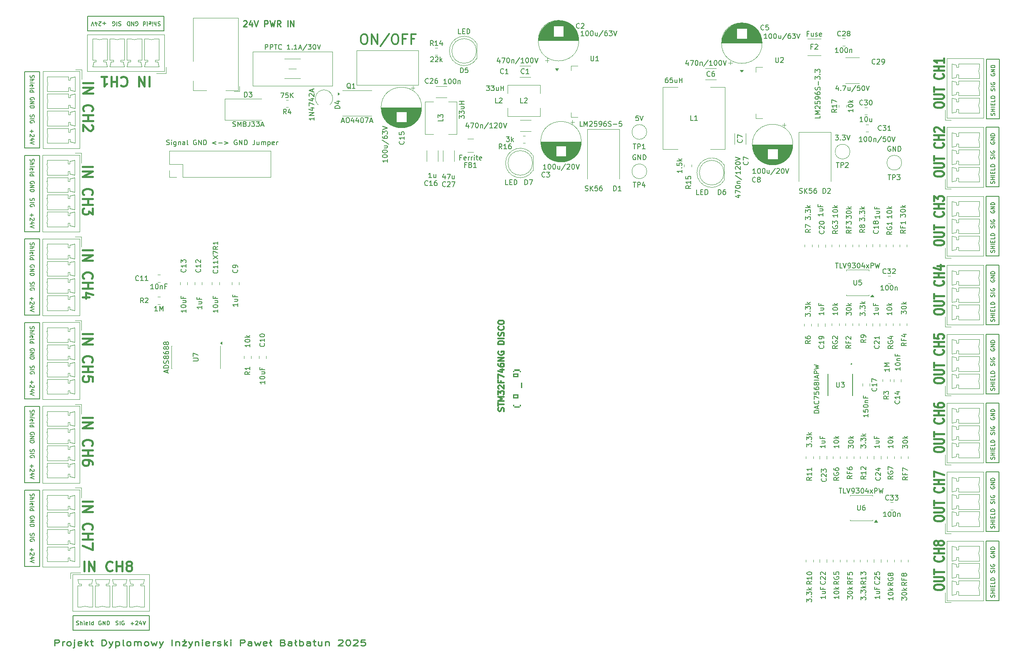
<source format=gbr>
%TF.GenerationSoftware,KiCad,Pcbnew,9.0.6-9.0.6~ubuntu24.04.1*%
%TF.CreationDate,2025-12-03T13:46:22+01:00*%
%TF.ProjectId,HVAC_STM32F7_PCB,48564143-5f53-4544-9d33-3246375f5043,rev?*%
%TF.SameCoordinates,Original*%
%TF.FileFunction,Legend,Top*%
%TF.FilePolarity,Positive*%
%FSLAX46Y46*%
G04 Gerber Fmt 4.6, Leading zero omitted, Abs format (unit mm)*
G04 Created by KiCad (PCBNEW 9.0.6-9.0.6~ubuntu24.04.1) date 2025-12-03 13:46:22*
%MOMM*%
%LPD*%
G01*
G04 APERTURE LIST*
%ADD10C,0.152400*%
%ADD11C,0.400000*%
%ADD12C,0.250000*%
%ADD13C,0.150000*%
%ADD14C,0.304800*%
%ADD15C,0.300000*%
%ADD16C,0.350000*%
%ADD17C,0.120000*%
%ADD18C,0.100000*%
%ADD19C,0.127000*%
%ADD20C,0.200000*%
G04 APERTURE END LIST*
D10*
X35750000Y-59500000D02*
X35750000Y-75000000D01*
X35750000Y-58000000D02*
X32750000Y-58000000D01*
X35750000Y-110500000D02*
X35750000Y-126000000D01*
X35750000Y-143000000D02*
X32750000Y-143000000D01*
X32750000Y-126000000D02*
X32750000Y-110500000D01*
X32750000Y-42500000D02*
X35750000Y-42500000D01*
X45500000Y-34250000D02*
X45500000Y-31250000D01*
X61000000Y-34250000D02*
X45500000Y-34250000D01*
X227910000Y-95815000D02*
X230500000Y-95815000D01*
X230500000Y-107925000D01*
X227910000Y-107925000D01*
X227910000Y-95815000D01*
X227910000Y-67815000D02*
X230500000Y-67815000D01*
X230500000Y-79925000D01*
X227910000Y-79925000D01*
X227910000Y-67815000D01*
X58000000Y-153000000D02*
X58000000Y-156000000D01*
X32750000Y-75000000D02*
X32750000Y-59500000D01*
X45500000Y-31250000D02*
X61000000Y-31250000D01*
X32750000Y-143000000D02*
X32750000Y-127500000D01*
X227910000Y-53815000D02*
X230500000Y-53815000D01*
X230500000Y-65925000D01*
X227910000Y-65925000D01*
X227910000Y-53815000D01*
X32750000Y-109000000D02*
X32750000Y-93500000D01*
X35750000Y-42500000D02*
X35750000Y-58000000D01*
X61000000Y-31250000D02*
X61000000Y-34250000D01*
X227910000Y-81815000D02*
X230500000Y-81815000D01*
X230500000Y-93925000D01*
X227910000Y-93925000D01*
X227910000Y-81815000D01*
X32750000Y-93500000D02*
X35750000Y-93500000D01*
X32750000Y-76500000D02*
X35750000Y-76500000D01*
X35750000Y-75000000D02*
X32750000Y-75000000D01*
X35750000Y-126000000D02*
X32750000Y-126000000D01*
X32750000Y-58000000D02*
X32750000Y-42500000D01*
X227955000Y-39945000D02*
X230545000Y-39945000D01*
X230545000Y-52055000D01*
X227955000Y-52055000D01*
X227955000Y-39945000D01*
X35750000Y-109000000D02*
X32750000Y-109000000D01*
X227910000Y-123815000D02*
X230500000Y-123815000D01*
X230500000Y-135925000D01*
X227910000Y-135925000D01*
X227910000Y-123815000D01*
X227910000Y-109815000D02*
X230500000Y-109815000D01*
X230500000Y-121925000D01*
X227910000Y-121925000D01*
X227910000Y-109815000D01*
X42500000Y-153000000D02*
X58000000Y-153000000D01*
X58000000Y-156000000D02*
X42500000Y-156000000D01*
X32750000Y-127500000D02*
X35750000Y-127500000D01*
X227910000Y-137815000D02*
X230500000Y-137815000D01*
X230500000Y-149925000D01*
X227910000Y-149925000D01*
X227910000Y-137815000D01*
X32750000Y-110500000D02*
X35750000Y-110500000D01*
X35750000Y-92000000D02*
X32750000Y-92000000D01*
X35750000Y-76500000D02*
X35750000Y-92000000D01*
X35750000Y-93500000D02*
X35750000Y-109000000D01*
X42500000Y-156000000D02*
X42500000Y-153000000D01*
X35750000Y-127500000D02*
X35750000Y-143000000D01*
X32750000Y-92000000D02*
X32750000Y-76500000D01*
X32750000Y-59500000D02*
X35750000Y-59500000D01*
X229648899Y-46374917D02*
X229687603Y-46258803D01*
X229687603Y-46258803D02*
X229687603Y-46065279D01*
X229687603Y-46065279D02*
X229648899Y-45987870D01*
X229648899Y-45987870D02*
X229610194Y-45949165D01*
X229610194Y-45949165D02*
X229532784Y-45910460D01*
X229532784Y-45910460D02*
X229455375Y-45910460D01*
X229455375Y-45910460D02*
X229377965Y-45949165D01*
X229377965Y-45949165D02*
X229339260Y-45987870D01*
X229339260Y-45987870D02*
X229300556Y-46065279D01*
X229300556Y-46065279D02*
X229261851Y-46220098D01*
X229261851Y-46220098D02*
X229223146Y-46297508D01*
X229223146Y-46297508D02*
X229184441Y-46336213D01*
X229184441Y-46336213D02*
X229107032Y-46374917D01*
X229107032Y-46374917D02*
X229029622Y-46374917D01*
X229029622Y-46374917D02*
X228952213Y-46336213D01*
X228952213Y-46336213D02*
X228913508Y-46297508D01*
X228913508Y-46297508D02*
X228874803Y-46220098D01*
X228874803Y-46220098D02*
X228874803Y-46026575D01*
X228874803Y-46026575D02*
X228913508Y-45910460D01*
X229687603Y-45562118D02*
X228874803Y-45562118D01*
X228913508Y-44749317D02*
X228874803Y-44826727D01*
X228874803Y-44826727D02*
X228874803Y-44942841D01*
X228874803Y-44942841D02*
X228913508Y-45058955D01*
X228913508Y-45058955D02*
X228990918Y-45136365D01*
X228990918Y-45136365D02*
X229068327Y-45175070D01*
X229068327Y-45175070D02*
X229223146Y-45213774D01*
X229223146Y-45213774D02*
X229339260Y-45213774D01*
X229339260Y-45213774D02*
X229494079Y-45175070D01*
X229494079Y-45175070D02*
X229571489Y-45136365D01*
X229571489Y-45136365D02*
X229648899Y-45058955D01*
X229648899Y-45058955D02*
X229687603Y-44942841D01*
X229687603Y-44942841D02*
X229687603Y-44865432D01*
X229687603Y-44865432D02*
X229648899Y-44749317D01*
X229648899Y-44749317D02*
X229610194Y-44710613D01*
X229610194Y-44710613D02*
X229339260Y-44710613D01*
X229339260Y-44710613D02*
X229339260Y-44865432D01*
D11*
X44515561Y-78789347D02*
X46515561Y-78789347D01*
X44515561Y-79741728D02*
X46515561Y-79741728D01*
X46515561Y-79741728D02*
X44515561Y-80884585D01*
X44515561Y-80884585D02*
X46515561Y-80884585D01*
X44706038Y-84503633D02*
X44610800Y-84408395D01*
X44610800Y-84408395D02*
X44515561Y-84122681D01*
X44515561Y-84122681D02*
X44515561Y-83932205D01*
X44515561Y-83932205D02*
X44610800Y-83646490D01*
X44610800Y-83646490D02*
X44801276Y-83456014D01*
X44801276Y-83456014D02*
X44991752Y-83360776D01*
X44991752Y-83360776D02*
X45372704Y-83265538D01*
X45372704Y-83265538D02*
X45658419Y-83265538D01*
X45658419Y-83265538D02*
X46039371Y-83360776D01*
X46039371Y-83360776D02*
X46229847Y-83456014D01*
X46229847Y-83456014D02*
X46420323Y-83646490D01*
X46420323Y-83646490D02*
X46515561Y-83932205D01*
X46515561Y-83932205D02*
X46515561Y-84122681D01*
X46515561Y-84122681D02*
X46420323Y-84408395D01*
X46420323Y-84408395D02*
X46325085Y-84503633D01*
X44515561Y-85360776D02*
X46515561Y-85360776D01*
X45563180Y-85360776D02*
X45563180Y-86503633D01*
X44515561Y-86503633D02*
X46515561Y-86503633D01*
X45848895Y-88313157D02*
X44515561Y-88313157D01*
X46610800Y-87836966D02*
X45182228Y-87360776D01*
X45182228Y-87360776D02*
X45182228Y-88598871D01*
D10*
X228868508Y-56780460D02*
X228829803Y-56857870D01*
X228829803Y-56857870D02*
X228829803Y-56973984D01*
X228829803Y-56973984D02*
X228868508Y-57090098D01*
X228868508Y-57090098D02*
X228945918Y-57167508D01*
X228945918Y-57167508D02*
X229023327Y-57206213D01*
X229023327Y-57206213D02*
X229178146Y-57244917D01*
X229178146Y-57244917D02*
X229294260Y-57244917D01*
X229294260Y-57244917D02*
X229449079Y-57206213D01*
X229449079Y-57206213D02*
X229526489Y-57167508D01*
X229526489Y-57167508D02*
X229603899Y-57090098D01*
X229603899Y-57090098D02*
X229642603Y-56973984D01*
X229642603Y-56973984D02*
X229642603Y-56896575D01*
X229642603Y-56896575D02*
X229603899Y-56780460D01*
X229603899Y-56780460D02*
X229565194Y-56741756D01*
X229565194Y-56741756D02*
X229294260Y-56741756D01*
X229294260Y-56741756D02*
X229294260Y-56896575D01*
X229642603Y-56393413D02*
X228829803Y-56393413D01*
X228829803Y-56393413D02*
X229642603Y-55928956D01*
X229642603Y-55928956D02*
X228829803Y-55928956D01*
X229642603Y-55541908D02*
X228829803Y-55541908D01*
X228829803Y-55541908D02*
X228829803Y-55348384D01*
X228829803Y-55348384D02*
X228868508Y-55232270D01*
X228868508Y-55232270D02*
X228945918Y-55154860D01*
X228945918Y-55154860D02*
X229023327Y-55116155D01*
X229023327Y-55116155D02*
X229178146Y-55077451D01*
X229178146Y-55077451D02*
X229294260Y-55077451D01*
X229294260Y-55077451D02*
X229449079Y-55116155D01*
X229449079Y-55116155D02*
X229526489Y-55154860D01*
X229526489Y-55154860D02*
X229603899Y-55232270D01*
X229603899Y-55232270D02*
X229642603Y-55348384D01*
X229642603Y-55348384D02*
X229642603Y-55541908D01*
X229603899Y-74244917D02*
X229642603Y-74128803D01*
X229642603Y-74128803D02*
X229642603Y-73935279D01*
X229642603Y-73935279D02*
X229603899Y-73857870D01*
X229603899Y-73857870D02*
X229565194Y-73819165D01*
X229565194Y-73819165D02*
X229487784Y-73780460D01*
X229487784Y-73780460D02*
X229410375Y-73780460D01*
X229410375Y-73780460D02*
X229332965Y-73819165D01*
X229332965Y-73819165D02*
X229294260Y-73857870D01*
X229294260Y-73857870D02*
X229255556Y-73935279D01*
X229255556Y-73935279D02*
X229216851Y-74090098D01*
X229216851Y-74090098D02*
X229178146Y-74167508D01*
X229178146Y-74167508D02*
X229139441Y-74206213D01*
X229139441Y-74206213D02*
X229062032Y-74244917D01*
X229062032Y-74244917D02*
X228984622Y-74244917D01*
X228984622Y-74244917D02*
X228907213Y-74206213D01*
X228907213Y-74206213D02*
X228868508Y-74167508D01*
X228868508Y-74167508D02*
X228829803Y-74090098D01*
X228829803Y-74090098D02*
X228829803Y-73896575D01*
X228829803Y-73896575D02*
X228868508Y-73780460D01*
X229642603Y-73432118D02*
X228829803Y-73432118D01*
X228868508Y-72619317D02*
X228829803Y-72696727D01*
X228829803Y-72696727D02*
X228829803Y-72812841D01*
X228829803Y-72812841D02*
X228868508Y-72928955D01*
X228868508Y-72928955D02*
X228945918Y-73006365D01*
X228945918Y-73006365D02*
X229023327Y-73045070D01*
X229023327Y-73045070D02*
X229178146Y-73083774D01*
X229178146Y-73083774D02*
X229294260Y-73083774D01*
X229294260Y-73083774D02*
X229449079Y-73045070D01*
X229449079Y-73045070D02*
X229526489Y-73006365D01*
X229526489Y-73006365D02*
X229603899Y-72928955D01*
X229603899Y-72928955D02*
X229642603Y-72812841D01*
X229642603Y-72812841D02*
X229642603Y-72735432D01*
X229642603Y-72735432D02*
X229603899Y-72619317D01*
X229603899Y-72619317D02*
X229565194Y-72580613D01*
X229565194Y-72580613D02*
X229294260Y-72580613D01*
X229294260Y-72580613D02*
X229294260Y-72735432D01*
X33896101Y-119255082D02*
X33857396Y-119371196D01*
X33857396Y-119371196D02*
X33857396Y-119564720D01*
X33857396Y-119564720D02*
X33896101Y-119642129D01*
X33896101Y-119642129D02*
X33934805Y-119680834D01*
X33934805Y-119680834D02*
X34012215Y-119719539D01*
X34012215Y-119719539D02*
X34089624Y-119719539D01*
X34089624Y-119719539D02*
X34167034Y-119680834D01*
X34167034Y-119680834D02*
X34205739Y-119642129D01*
X34205739Y-119642129D02*
X34244443Y-119564720D01*
X34244443Y-119564720D02*
X34283148Y-119409901D01*
X34283148Y-119409901D02*
X34321853Y-119332491D01*
X34321853Y-119332491D02*
X34360558Y-119293786D01*
X34360558Y-119293786D02*
X34437967Y-119255082D01*
X34437967Y-119255082D02*
X34515377Y-119255082D01*
X34515377Y-119255082D02*
X34592786Y-119293786D01*
X34592786Y-119293786D02*
X34631491Y-119332491D01*
X34631491Y-119332491D02*
X34670196Y-119409901D01*
X34670196Y-119409901D02*
X34670196Y-119603424D01*
X34670196Y-119603424D02*
X34631491Y-119719539D01*
X33857396Y-120067881D02*
X34670196Y-120067881D01*
X34631491Y-120880682D02*
X34670196Y-120803272D01*
X34670196Y-120803272D02*
X34670196Y-120687158D01*
X34670196Y-120687158D02*
X34631491Y-120571044D01*
X34631491Y-120571044D02*
X34554081Y-120493634D01*
X34554081Y-120493634D02*
X34476672Y-120454929D01*
X34476672Y-120454929D02*
X34321853Y-120416225D01*
X34321853Y-120416225D02*
X34205739Y-120416225D01*
X34205739Y-120416225D02*
X34050920Y-120454929D01*
X34050920Y-120454929D02*
X33973510Y-120493634D01*
X33973510Y-120493634D02*
X33896101Y-120571044D01*
X33896101Y-120571044D02*
X33857396Y-120687158D01*
X33857396Y-120687158D02*
X33857396Y-120764567D01*
X33857396Y-120764567D02*
X33896101Y-120880682D01*
X33896101Y-120880682D02*
X33934805Y-120919386D01*
X33934805Y-120919386D02*
X34205739Y-120919386D01*
X34205739Y-120919386D02*
X34205739Y-120764567D01*
X33896101Y-136255082D02*
X33857396Y-136371196D01*
X33857396Y-136371196D02*
X33857396Y-136564720D01*
X33857396Y-136564720D02*
X33896101Y-136642129D01*
X33896101Y-136642129D02*
X33934805Y-136680834D01*
X33934805Y-136680834D02*
X34012215Y-136719539D01*
X34012215Y-136719539D02*
X34089624Y-136719539D01*
X34089624Y-136719539D02*
X34167034Y-136680834D01*
X34167034Y-136680834D02*
X34205739Y-136642129D01*
X34205739Y-136642129D02*
X34244443Y-136564720D01*
X34244443Y-136564720D02*
X34283148Y-136409901D01*
X34283148Y-136409901D02*
X34321853Y-136332491D01*
X34321853Y-136332491D02*
X34360558Y-136293786D01*
X34360558Y-136293786D02*
X34437967Y-136255082D01*
X34437967Y-136255082D02*
X34515377Y-136255082D01*
X34515377Y-136255082D02*
X34592786Y-136293786D01*
X34592786Y-136293786D02*
X34631491Y-136332491D01*
X34631491Y-136332491D02*
X34670196Y-136409901D01*
X34670196Y-136409901D02*
X34670196Y-136603424D01*
X34670196Y-136603424D02*
X34631491Y-136719539D01*
X33857396Y-137067881D02*
X34670196Y-137067881D01*
X34631491Y-137880682D02*
X34670196Y-137803272D01*
X34670196Y-137803272D02*
X34670196Y-137687158D01*
X34670196Y-137687158D02*
X34631491Y-137571044D01*
X34631491Y-137571044D02*
X34554081Y-137493634D01*
X34554081Y-137493634D02*
X34476672Y-137454929D01*
X34476672Y-137454929D02*
X34321853Y-137416225D01*
X34321853Y-137416225D02*
X34205739Y-137416225D01*
X34205739Y-137416225D02*
X34050920Y-137454929D01*
X34050920Y-137454929D02*
X33973510Y-137493634D01*
X33973510Y-137493634D02*
X33896101Y-137571044D01*
X33896101Y-137571044D02*
X33857396Y-137687158D01*
X33857396Y-137687158D02*
X33857396Y-137764567D01*
X33857396Y-137764567D02*
X33896101Y-137880682D01*
X33896101Y-137880682D02*
X33934805Y-137919386D01*
X33934805Y-137919386D02*
X34205739Y-137919386D01*
X34205739Y-137919386D02*
X34205739Y-137764567D01*
X34167034Y-54293786D02*
X34167034Y-54913063D01*
X33857396Y-54603424D02*
X34476672Y-54603424D01*
X34592786Y-55261406D02*
X34631491Y-55300110D01*
X34631491Y-55300110D02*
X34670196Y-55377520D01*
X34670196Y-55377520D02*
X34670196Y-55571044D01*
X34670196Y-55571044D02*
X34631491Y-55648453D01*
X34631491Y-55648453D02*
X34592786Y-55687158D01*
X34592786Y-55687158D02*
X34515377Y-55725863D01*
X34515377Y-55725863D02*
X34437967Y-55725863D01*
X34437967Y-55725863D02*
X34321853Y-55687158D01*
X34321853Y-55687158D02*
X33857396Y-55222701D01*
X33857396Y-55222701D02*
X33857396Y-55725863D01*
X34399262Y-56422548D02*
X33857396Y-56422548D01*
X34708901Y-56229024D02*
X34128329Y-56035501D01*
X34128329Y-56035501D02*
X34128329Y-56538662D01*
X34670196Y-56732186D02*
X33857396Y-57003119D01*
X33857396Y-57003119D02*
X34670196Y-57274053D01*
D11*
X44515561Y-61789347D02*
X46515561Y-61789347D01*
X44515561Y-62741728D02*
X46515561Y-62741728D01*
X46515561Y-62741728D02*
X44515561Y-63884585D01*
X44515561Y-63884585D02*
X46515561Y-63884585D01*
X44706038Y-67503633D02*
X44610800Y-67408395D01*
X44610800Y-67408395D02*
X44515561Y-67122681D01*
X44515561Y-67122681D02*
X44515561Y-66932205D01*
X44515561Y-66932205D02*
X44610800Y-66646490D01*
X44610800Y-66646490D02*
X44801276Y-66456014D01*
X44801276Y-66456014D02*
X44991752Y-66360776D01*
X44991752Y-66360776D02*
X45372704Y-66265538D01*
X45372704Y-66265538D02*
X45658419Y-66265538D01*
X45658419Y-66265538D02*
X46039371Y-66360776D01*
X46039371Y-66360776D02*
X46229847Y-66456014D01*
X46229847Y-66456014D02*
X46420323Y-66646490D01*
X46420323Y-66646490D02*
X46515561Y-66932205D01*
X46515561Y-66932205D02*
X46515561Y-67122681D01*
X46515561Y-67122681D02*
X46420323Y-67408395D01*
X46420323Y-67408395D02*
X46325085Y-67503633D01*
X44515561Y-68360776D02*
X46515561Y-68360776D01*
X45563180Y-68360776D02*
X45563180Y-69503633D01*
X44515561Y-69503633D02*
X46515561Y-69503633D01*
X46515561Y-70265538D02*
X46515561Y-71503633D01*
X46515561Y-71503633D02*
X45753657Y-70836966D01*
X45753657Y-70836966D02*
X45753657Y-71122681D01*
X45753657Y-71122681D02*
X45658419Y-71313157D01*
X45658419Y-71313157D02*
X45563180Y-71408395D01*
X45563180Y-71408395D02*
X45372704Y-71503633D01*
X45372704Y-71503633D02*
X44896514Y-71503633D01*
X44896514Y-71503633D02*
X44706038Y-71408395D01*
X44706038Y-71408395D02*
X44610800Y-71313157D01*
X44610800Y-71313157D02*
X44515561Y-71122681D01*
X44515561Y-71122681D02*
X44515561Y-70551252D01*
X44515561Y-70551252D02*
X44610800Y-70360776D01*
X44610800Y-70360776D02*
X44706038Y-70265538D01*
D10*
X34167034Y-122293786D02*
X34167034Y-122913063D01*
X33857396Y-122603424D02*
X34476672Y-122603424D01*
X34592786Y-123261406D02*
X34631491Y-123300110D01*
X34631491Y-123300110D02*
X34670196Y-123377520D01*
X34670196Y-123377520D02*
X34670196Y-123571044D01*
X34670196Y-123571044D02*
X34631491Y-123648453D01*
X34631491Y-123648453D02*
X34592786Y-123687158D01*
X34592786Y-123687158D02*
X34515377Y-123725863D01*
X34515377Y-123725863D02*
X34437967Y-123725863D01*
X34437967Y-123725863D02*
X34321853Y-123687158D01*
X34321853Y-123687158D02*
X33857396Y-123222701D01*
X33857396Y-123222701D02*
X33857396Y-123725863D01*
X34399262Y-124422548D02*
X33857396Y-124422548D01*
X34708901Y-124229024D02*
X34128329Y-124035501D01*
X34128329Y-124035501D02*
X34128329Y-124538662D01*
X34670196Y-124732186D02*
X33857396Y-125003119D01*
X33857396Y-125003119D02*
X34670196Y-125274053D01*
X34167034Y-139293786D02*
X34167034Y-139913063D01*
X33857396Y-139603424D02*
X34476672Y-139603424D01*
X34592786Y-140261406D02*
X34631491Y-140300110D01*
X34631491Y-140300110D02*
X34670196Y-140377520D01*
X34670196Y-140377520D02*
X34670196Y-140571044D01*
X34670196Y-140571044D02*
X34631491Y-140648453D01*
X34631491Y-140648453D02*
X34592786Y-140687158D01*
X34592786Y-140687158D02*
X34515377Y-140725863D01*
X34515377Y-140725863D02*
X34437967Y-140725863D01*
X34437967Y-140725863D02*
X34321853Y-140687158D01*
X34321853Y-140687158D02*
X33857396Y-140222701D01*
X33857396Y-140222701D02*
X33857396Y-140725863D01*
X34399262Y-141422548D02*
X33857396Y-141422548D01*
X34708901Y-141229024D02*
X34128329Y-141035501D01*
X34128329Y-141035501D02*
X34128329Y-141538662D01*
X34670196Y-141732186D02*
X33857396Y-142003119D01*
X33857396Y-142003119D02*
X34670196Y-142274053D01*
X34631491Y-99219539D02*
X34670196Y-99142129D01*
X34670196Y-99142129D02*
X34670196Y-99026015D01*
X34670196Y-99026015D02*
X34631491Y-98909901D01*
X34631491Y-98909901D02*
X34554081Y-98832491D01*
X34554081Y-98832491D02*
X34476672Y-98793786D01*
X34476672Y-98793786D02*
X34321853Y-98755082D01*
X34321853Y-98755082D02*
X34205739Y-98755082D01*
X34205739Y-98755082D02*
X34050920Y-98793786D01*
X34050920Y-98793786D02*
X33973510Y-98832491D01*
X33973510Y-98832491D02*
X33896101Y-98909901D01*
X33896101Y-98909901D02*
X33857396Y-99026015D01*
X33857396Y-99026015D02*
X33857396Y-99103424D01*
X33857396Y-99103424D02*
X33896101Y-99219539D01*
X33896101Y-99219539D02*
X33934805Y-99258243D01*
X33934805Y-99258243D02*
X34205739Y-99258243D01*
X34205739Y-99258243D02*
X34205739Y-99103424D01*
X33857396Y-99606586D02*
X34670196Y-99606586D01*
X34670196Y-99606586D02*
X33857396Y-100071043D01*
X33857396Y-100071043D02*
X34670196Y-100071043D01*
X33857396Y-100458091D02*
X34670196Y-100458091D01*
X34670196Y-100458091D02*
X34670196Y-100651615D01*
X34670196Y-100651615D02*
X34631491Y-100767729D01*
X34631491Y-100767729D02*
X34554081Y-100845139D01*
X34554081Y-100845139D02*
X34476672Y-100883844D01*
X34476672Y-100883844D02*
X34321853Y-100922548D01*
X34321853Y-100922548D02*
X34205739Y-100922548D01*
X34205739Y-100922548D02*
X34050920Y-100883844D01*
X34050920Y-100883844D02*
X33973510Y-100845139D01*
X33973510Y-100845139D02*
X33896101Y-100767729D01*
X33896101Y-100767729D02*
X33857396Y-100651615D01*
X33857396Y-100651615D02*
X33857396Y-100458091D01*
X43255082Y-154853899D02*
X43371196Y-154892603D01*
X43371196Y-154892603D02*
X43564720Y-154892603D01*
X43564720Y-154892603D02*
X43642129Y-154853899D01*
X43642129Y-154853899D02*
X43680834Y-154815194D01*
X43680834Y-154815194D02*
X43719539Y-154737784D01*
X43719539Y-154737784D02*
X43719539Y-154660375D01*
X43719539Y-154660375D02*
X43680834Y-154582965D01*
X43680834Y-154582965D02*
X43642129Y-154544260D01*
X43642129Y-154544260D02*
X43564720Y-154505556D01*
X43564720Y-154505556D02*
X43409901Y-154466851D01*
X43409901Y-154466851D02*
X43332491Y-154428146D01*
X43332491Y-154428146D02*
X43293786Y-154389441D01*
X43293786Y-154389441D02*
X43255082Y-154312032D01*
X43255082Y-154312032D02*
X43255082Y-154234622D01*
X43255082Y-154234622D02*
X43293786Y-154157213D01*
X43293786Y-154157213D02*
X43332491Y-154118508D01*
X43332491Y-154118508D02*
X43409901Y-154079803D01*
X43409901Y-154079803D02*
X43603424Y-154079803D01*
X43603424Y-154079803D02*
X43719539Y-154118508D01*
X44067881Y-154892603D02*
X44067881Y-154079803D01*
X44416224Y-154892603D02*
X44416224Y-154466851D01*
X44416224Y-154466851D02*
X44377519Y-154389441D01*
X44377519Y-154389441D02*
X44300110Y-154350737D01*
X44300110Y-154350737D02*
X44183996Y-154350737D01*
X44183996Y-154350737D02*
X44106586Y-154389441D01*
X44106586Y-154389441D02*
X44067881Y-154428146D01*
X44803271Y-154892603D02*
X44803271Y-154350737D01*
X44803271Y-154079803D02*
X44764567Y-154118508D01*
X44764567Y-154118508D02*
X44803271Y-154157213D01*
X44803271Y-154157213D02*
X44841976Y-154118508D01*
X44841976Y-154118508D02*
X44803271Y-154079803D01*
X44803271Y-154079803D02*
X44803271Y-154157213D01*
X45499957Y-154853899D02*
X45422548Y-154892603D01*
X45422548Y-154892603D02*
X45267729Y-154892603D01*
X45267729Y-154892603D02*
X45190319Y-154853899D01*
X45190319Y-154853899D02*
X45151615Y-154776489D01*
X45151615Y-154776489D02*
X45151615Y-154466851D01*
X45151615Y-154466851D02*
X45190319Y-154389441D01*
X45190319Y-154389441D02*
X45267729Y-154350737D01*
X45267729Y-154350737D02*
X45422548Y-154350737D01*
X45422548Y-154350737D02*
X45499957Y-154389441D01*
X45499957Y-154389441D02*
X45538662Y-154466851D01*
X45538662Y-154466851D02*
X45538662Y-154544260D01*
X45538662Y-154544260D02*
X45151615Y-154621670D01*
X46003120Y-154892603D02*
X45925710Y-154853899D01*
X45925710Y-154853899D02*
X45887005Y-154776489D01*
X45887005Y-154776489D02*
X45887005Y-154079803D01*
X46661100Y-154892603D02*
X46661100Y-154079803D01*
X46661100Y-154853899D02*
X46583691Y-154892603D01*
X46583691Y-154892603D02*
X46428872Y-154892603D01*
X46428872Y-154892603D02*
X46351462Y-154853899D01*
X46351462Y-154853899D02*
X46312757Y-154815194D01*
X46312757Y-154815194D02*
X46274053Y-154737784D01*
X46274053Y-154737784D02*
X46274053Y-154505556D01*
X46274053Y-154505556D02*
X46312757Y-154428146D01*
X46312757Y-154428146D02*
X46351462Y-154389441D01*
X46351462Y-154389441D02*
X46428872Y-154350737D01*
X46428872Y-154350737D02*
X46583691Y-154350737D01*
X46583691Y-154350737D02*
X46661100Y-154389441D01*
D11*
X217284438Y-77376128D02*
X217284438Y-77071366D01*
X217284438Y-77071366D02*
X217379676Y-76918985D01*
X217379676Y-76918985D02*
X217570152Y-76766604D01*
X217570152Y-76766604D02*
X217951104Y-76690414D01*
X217951104Y-76690414D02*
X218617771Y-76690414D01*
X218617771Y-76690414D02*
X218998723Y-76766604D01*
X218998723Y-76766604D02*
X219189200Y-76918985D01*
X219189200Y-76918985D02*
X219284438Y-77071366D01*
X219284438Y-77071366D02*
X219284438Y-77376128D01*
X219284438Y-77376128D02*
X219189200Y-77528509D01*
X219189200Y-77528509D02*
X218998723Y-77680890D01*
X218998723Y-77680890D02*
X218617771Y-77757081D01*
X218617771Y-77757081D02*
X217951104Y-77757081D01*
X217951104Y-77757081D02*
X217570152Y-77680890D01*
X217570152Y-77680890D02*
X217379676Y-77528509D01*
X217379676Y-77528509D02*
X217284438Y-77376128D01*
X217284438Y-76004700D02*
X218903485Y-76004700D01*
X218903485Y-76004700D02*
X219093961Y-75928510D01*
X219093961Y-75928510D02*
X219189200Y-75852319D01*
X219189200Y-75852319D02*
X219284438Y-75699938D01*
X219284438Y-75699938D02*
X219284438Y-75395176D01*
X219284438Y-75395176D02*
X219189200Y-75242795D01*
X219189200Y-75242795D02*
X219093961Y-75166605D01*
X219093961Y-75166605D02*
X218903485Y-75090414D01*
X218903485Y-75090414D02*
X217284438Y-75090414D01*
X217284438Y-74557082D02*
X217284438Y-73642796D01*
X219284438Y-74099939D02*
X217284438Y-74099939D01*
X219093961Y-70976128D02*
X219189200Y-71052319D01*
X219189200Y-71052319D02*
X219284438Y-71280890D01*
X219284438Y-71280890D02*
X219284438Y-71433271D01*
X219284438Y-71433271D02*
X219189200Y-71661843D01*
X219189200Y-71661843D02*
X218998723Y-71814224D01*
X218998723Y-71814224D02*
X218808247Y-71890414D01*
X218808247Y-71890414D02*
X218427295Y-71966605D01*
X218427295Y-71966605D02*
X218141580Y-71966605D01*
X218141580Y-71966605D02*
X217760628Y-71890414D01*
X217760628Y-71890414D02*
X217570152Y-71814224D01*
X217570152Y-71814224D02*
X217379676Y-71661843D01*
X217379676Y-71661843D02*
X217284438Y-71433271D01*
X217284438Y-71433271D02*
X217284438Y-71280890D01*
X217284438Y-71280890D02*
X217379676Y-71052319D01*
X217379676Y-71052319D02*
X217474914Y-70976128D01*
X219284438Y-70290414D02*
X217284438Y-70290414D01*
X218236819Y-70290414D02*
X218236819Y-69376128D01*
X219284438Y-69376128D02*
X217284438Y-69376128D01*
X217284438Y-68766605D02*
X217284438Y-67776129D01*
X217284438Y-67776129D02*
X218046342Y-68309462D01*
X218046342Y-68309462D02*
X218046342Y-68080891D01*
X218046342Y-68080891D02*
X218141580Y-67928510D01*
X218141580Y-67928510D02*
X218236819Y-67852319D01*
X218236819Y-67852319D02*
X218427295Y-67776129D01*
X218427295Y-67776129D02*
X218903485Y-67776129D01*
X218903485Y-67776129D02*
X219093961Y-67852319D01*
X219093961Y-67852319D02*
X219189200Y-67928510D01*
X219189200Y-67928510D02*
X219284438Y-68080891D01*
X219284438Y-68080891D02*
X219284438Y-68538034D01*
X219284438Y-68538034D02*
X219189200Y-68690415D01*
X219189200Y-68690415D02*
X219093961Y-68766605D01*
D10*
X33896101Y-128255082D02*
X33857396Y-128371196D01*
X33857396Y-128371196D02*
X33857396Y-128564720D01*
X33857396Y-128564720D02*
X33896101Y-128642129D01*
X33896101Y-128642129D02*
X33934805Y-128680834D01*
X33934805Y-128680834D02*
X34012215Y-128719539D01*
X34012215Y-128719539D02*
X34089624Y-128719539D01*
X34089624Y-128719539D02*
X34167034Y-128680834D01*
X34167034Y-128680834D02*
X34205739Y-128642129D01*
X34205739Y-128642129D02*
X34244443Y-128564720D01*
X34244443Y-128564720D02*
X34283148Y-128409901D01*
X34283148Y-128409901D02*
X34321853Y-128332491D01*
X34321853Y-128332491D02*
X34360558Y-128293786D01*
X34360558Y-128293786D02*
X34437967Y-128255082D01*
X34437967Y-128255082D02*
X34515377Y-128255082D01*
X34515377Y-128255082D02*
X34592786Y-128293786D01*
X34592786Y-128293786D02*
X34631491Y-128332491D01*
X34631491Y-128332491D02*
X34670196Y-128409901D01*
X34670196Y-128409901D02*
X34670196Y-128603424D01*
X34670196Y-128603424D02*
X34631491Y-128719539D01*
X33857396Y-129067881D02*
X34670196Y-129067881D01*
X33857396Y-129416224D02*
X34283148Y-129416224D01*
X34283148Y-129416224D02*
X34360558Y-129377519D01*
X34360558Y-129377519D02*
X34399262Y-129300110D01*
X34399262Y-129300110D02*
X34399262Y-129183996D01*
X34399262Y-129183996D02*
X34360558Y-129106586D01*
X34360558Y-129106586D02*
X34321853Y-129067881D01*
X33857396Y-129803271D02*
X34399262Y-129803271D01*
X34670196Y-129803271D02*
X34631491Y-129764567D01*
X34631491Y-129764567D02*
X34592786Y-129803271D01*
X34592786Y-129803271D02*
X34631491Y-129841976D01*
X34631491Y-129841976D02*
X34670196Y-129803271D01*
X34670196Y-129803271D02*
X34592786Y-129803271D01*
X33896101Y-130499957D02*
X33857396Y-130422548D01*
X33857396Y-130422548D02*
X33857396Y-130267729D01*
X33857396Y-130267729D02*
X33896101Y-130190319D01*
X33896101Y-130190319D02*
X33973510Y-130151615D01*
X33973510Y-130151615D02*
X34283148Y-130151615D01*
X34283148Y-130151615D02*
X34360558Y-130190319D01*
X34360558Y-130190319D02*
X34399262Y-130267729D01*
X34399262Y-130267729D02*
X34399262Y-130422548D01*
X34399262Y-130422548D02*
X34360558Y-130499957D01*
X34360558Y-130499957D02*
X34283148Y-130538662D01*
X34283148Y-130538662D02*
X34205739Y-130538662D01*
X34205739Y-130538662D02*
X34128329Y-130151615D01*
X33857396Y-131003120D02*
X33896101Y-130925710D01*
X33896101Y-130925710D02*
X33973510Y-130887005D01*
X33973510Y-130887005D02*
X34670196Y-130887005D01*
X33857396Y-131661100D02*
X34670196Y-131661100D01*
X33896101Y-131661100D02*
X33857396Y-131583691D01*
X33857396Y-131583691D02*
X33857396Y-131428872D01*
X33857396Y-131428872D02*
X33896101Y-131351462D01*
X33896101Y-131351462D02*
X33934805Y-131312757D01*
X33934805Y-131312757D02*
X34012215Y-131274053D01*
X34012215Y-131274053D02*
X34244443Y-131274053D01*
X34244443Y-131274053D02*
X34321853Y-131312757D01*
X34321853Y-131312757D02*
X34360558Y-131351462D01*
X34360558Y-131351462D02*
X34399262Y-131428872D01*
X34399262Y-131428872D02*
X34399262Y-131583691D01*
X34399262Y-131583691D02*
X34360558Y-131661100D01*
X34167034Y-71293786D02*
X34167034Y-71913063D01*
X33857396Y-71603424D02*
X34476672Y-71603424D01*
X34592786Y-72261406D02*
X34631491Y-72300110D01*
X34631491Y-72300110D02*
X34670196Y-72377520D01*
X34670196Y-72377520D02*
X34670196Y-72571044D01*
X34670196Y-72571044D02*
X34631491Y-72648453D01*
X34631491Y-72648453D02*
X34592786Y-72687158D01*
X34592786Y-72687158D02*
X34515377Y-72725863D01*
X34515377Y-72725863D02*
X34437967Y-72725863D01*
X34437967Y-72725863D02*
X34321853Y-72687158D01*
X34321853Y-72687158D02*
X33857396Y-72222701D01*
X33857396Y-72222701D02*
X33857396Y-72725863D01*
X34399262Y-73422548D02*
X33857396Y-73422548D01*
X34708901Y-73229024D02*
X34128329Y-73035501D01*
X34128329Y-73035501D02*
X34128329Y-73538662D01*
X34670196Y-73732186D02*
X33857396Y-74003119D01*
X33857396Y-74003119D02*
X34670196Y-74274053D01*
D11*
X217284438Y-63376128D02*
X217284438Y-63071366D01*
X217284438Y-63071366D02*
X217379676Y-62918985D01*
X217379676Y-62918985D02*
X217570152Y-62766604D01*
X217570152Y-62766604D02*
X217951104Y-62690414D01*
X217951104Y-62690414D02*
X218617771Y-62690414D01*
X218617771Y-62690414D02*
X218998723Y-62766604D01*
X218998723Y-62766604D02*
X219189200Y-62918985D01*
X219189200Y-62918985D02*
X219284438Y-63071366D01*
X219284438Y-63071366D02*
X219284438Y-63376128D01*
X219284438Y-63376128D02*
X219189200Y-63528509D01*
X219189200Y-63528509D02*
X218998723Y-63680890D01*
X218998723Y-63680890D02*
X218617771Y-63757081D01*
X218617771Y-63757081D02*
X217951104Y-63757081D01*
X217951104Y-63757081D02*
X217570152Y-63680890D01*
X217570152Y-63680890D02*
X217379676Y-63528509D01*
X217379676Y-63528509D02*
X217284438Y-63376128D01*
X217284438Y-62004700D02*
X218903485Y-62004700D01*
X218903485Y-62004700D02*
X219093961Y-61928510D01*
X219093961Y-61928510D02*
X219189200Y-61852319D01*
X219189200Y-61852319D02*
X219284438Y-61699938D01*
X219284438Y-61699938D02*
X219284438Y-61395176D01*
X219284438Y-61395176D02*
X219189200Y-61242795D01*
X219189200Y-61242795D02*
X219093961Y-61166605D01*
X219093961Y-61166605D02*
X218903485Y-61090414D01*
X218903485Y-61090414D02*
X217284438Y-61090414D01*
X217284438Y-60557082D02*
X217284438Y-59642796D01*
X219284438Y-60099939D02*
X217284438Y-60099939D01*
X219093961Y-56976128D02*
X219189200Y-57052319D01*
X219189200Y-57052319D02*
X219284438Y-57280890D01*
X219284438Y-57280890D02*
X219284438Y-57433271D01*
X219284438Y-57433271D02*
X219189200Y-57661843D01*
X219189200Y-57661843D02*
X218998723Y-57814224D01*
X218998723Y-57814224D02*
X218808247Y-57890414D01*
X218808247Y-57890414D02*
X218427295Y-57966605D01*
X218427295Y-57966605D02*
X218141580Y-57966605D01*
X218141580Y-57966605D02*
X217760628Y-57890414D01*
X217760628Y-57890414D02*
X217570152Y-57814224D01*
X217570152Y-57814224D02*
X217379676Y-57661843D01*
X217379676Y-57661843D02*
X217284438Y-57433271D01*
X217284438Y-57433271D02*
X217284438Y-57280890D01*
X217284438Y-57280890D02*
X217379676Y-57052319D01*
X217379676Y-57052319D02*
X217474914Y-56976128D01*
X219284438Y-56290414D02*
X217284438Y-56290414D01*
X218236819Y-56290414D02*
X218236819Y-55376128D01*
X219284438Y-55376128D02*
X217284438Y-55376128D01*
X217474914Y-54690415D02*
X217379676Y-54614224D01*
X217379676Y-54614224D02*
X217284438Y-54461843D01*
X217284438Y-54461843D02*
X217284438Y-54080891D01*
X217284438Y-54080891D02*
X217379676Y-53928510D01*
X217379676Y-53928510D02*
X217474914Y-53852319D01*
X217474914Y-53852319D02*
X217665390Y-53776129D01*
X217665390Y-53776129D02*
X217855866Y-53776129D01*
X217855866Y-53776129D02*
X218141580Y-53852319D01*
X218141580Y-53852319D02*
X219284438Y-54766605D01*
X219284438Y-54766605D02*
X219284438Y-53776129D01*
D10*
X229603899Y-135244917D02*
X229642603Y-135128803D01*
X229642603Y-135128803D02*
X229642603Y-134935279D01*
X229642603Y-134935279D02*
X229603899Y-134857870D01*
X229603899Y-134857870D02*
X229565194Y-134819165D01*
X229565194Y-134819165D02*
X229487784Y-134780460D01*
X229487784Y-134780460D02*
X229410375Y-134780460D01*
X229410375Y-134780460D02*
X229332965Y-134819165D01*
X229332965Y-134819165D02*
X229294260Y-134857870D01*
X229294260Y-134857870D02*
X229255556Y-134935279D01*
X229255556Y-134935279D02*
X229216851Y-135090098D01*
X229216851Y-135090098D02*
X229178146Y-135167508D01*
X229178146Y-135167508D02*
X229139441Y-135206213D01*
X229139441Y-135206213D02*
X229062032Y-135244917D01*
X229062032Y-135244917D02*
X228984622Y-135244917D01*
X228984622Y-135244917D02*
X228907213Y-135206213D01*
X228907213Y-135206213D02*
X228868508Y-135167508D01*
X228868508Y-135167508D02*
X228829803Y-135090098D01*
X228829803Y-135090098D02*
X228829803Y-134896575D01*
X228829803Y-134896575D02*
X228868508Y-134780460D01*
X229642603Y-134432118D02*
X228829803Y-134432118D01*
X229216851Y-134432118D02*
X229216851Y-133967661D01*
X229642603Y-133967661D02*
X228829803Y-133967661D01*
X229642603Y-133580613D02*
X228829803Y-133580613D01*
X229216851Y-133193565D02*
X229216851Y-132922631D01*
X229642603Y-132806517D02*
X229642603Y-133193565D01*
X229642603Y-133193565D02*
X228829803Y-133193565D01*
X228829803Y-133193565D02*
X228829803Y-132806517D01*
X229642603Y-132071127D02*
X229642603Y-132458175D01*
X229642603Y-132458175D02*
X228829803Y-132458175D01*
X229642603Y-131800194D02*
X228829803Y-131800194D01*
X228829803Y-131800194D02*
X228829803Y-131606670D01*
X228829803Y-131606670D02*
X228868508Y-131490556D01*
X228868508Y-131490556D02*
X228945918Y-131413146D01*
X228945918Y-131413146D02*
X229023327Y-131374441D01*
X229023327Y-131374441D02*
X229178146Y-131335737D01*
X229178146Y-131335737D02*
X229294260Y-131335737D01*
X229294260Y-131335737D02*
X229449079Y-131374441D01*
X229449079Y-131374441D02*
X229526489Y-131413146D01*
X229526489Y-131413146D02*
X229603899Y-131490556D01*
X229603899Y-131490556D02*
X229642603Y-131606670D01*
X229642603Y-131606670D02*
X229642603Y-131800194D01*
D12*
X77143044Y-32254428D02*
X77200187Y-32197285D01*
X77200187Y-32197285D02*
X77314473Y-32140142D01*
X77314473Y-32140142D02*
X77600187Y-32140142D01*
X77600187Y-32140142D02*
X77714473Y-32197285D01*
X77714473Y-32197285D02*
X77771615Y-32254428D01*
X77771615Y-32254428D02*
X77828758Y-32368714D01*
X77828758Y-32368714D02*
X77828758Y-32483000D01*
X77828758Y-32483000D02*
X77771615Y-32654428D01*
X77771615Y-32654428D02*
X77085901Y-33340142D01*
X77085901Y-33340142D02*
X77828758Y-33340142D01*
X78857330Y-32540142D02*
X78857330Y-33340142D01*
X78571615Y-32083000D02*
X78285901Y-32940142D01*
X78285901Y-32940142D02*
X79028758Y-32940142D01*
X79314472Y-32140142D02*
X79714472Y-33340142D01*
X79714472Y-33340142D02*
X80114472Y-32140142D01*
X81428758Y-33340142D02*
X81428758Y-32140142D01*
X81428758Y-32140142D02*
X81885901Y-32140142D01*
X81885901Y-32140142D02*
X82000186Y-32197285D01*
X82000186Y-32197285D02*
X82057329Y-32254428D01*
X82057329Y-32254428D02*
X82114472Y-32368714D01*
X82114472Y-32368714D02*
X82114472Y-32540142D01*
X82114472Y-32540142D02*
X82057329Y-32654428D01*
X82057329Y-32654428D02*
X82000186Y-32711571D01*
X82000186Y-32711571D02*
X81885901Y-32768714D01*
X81885901Y-32768714D02*
X81428758Y-32768714D01*
X82514472Y-32140142D02*
X82800186Y-33340142D01*
X82800186Y-33340142D02*
X83028758Y-32483000D01*
X83028758Y-32483000D02*
X83257329Y-33340142D01*
X83257329Y-33340142D02*
X83543044Y-32140142D01*
X84685901Y-33340142D02*
X84285901Y-32768714D01*
X84000187Y-33340142D02*
X84000187Y-32140142D01*
X84000187Y-32140142D02*
X84457330Y-32140142D01*
X84457330Y-32140142D02*
X84571615Y-32197285D01*
X84571615Y-32197285D02*
X84628758Y-32254428D01*
X84628758Y-32254428D02*
X84685901Y-32368714D01*
X84685901Y-32368714D02*
X84685901Y-32540142D01*
X84685901Y-32540142D02*
X84628758Y-32654428D01*
X84628758Y-32654428D02*
X84571615Y-32711571D01*
X84571615Y-32711571D02*
X84457330Y-32768714D01*
X84457330Y-32768714D02*
X84000187Y-32768714D01*
X86114473Y-33340142D02*
X86114473Y-32140142D01*
X86685902Y-33340142D02*
X86685902Y-32140142D01*
X86685902Y-32140142D02*
X87371616Y-33340142D01*
X87371616Y-33340142D02*
X87371616Y-32140142D01*
D10*
X229603899Y-149244917D02*
X229642603Y-149128803D01*
X229642603Y-149128803D02*
X229642603Y-148935279D01*
X229642603Y-148935279D02*
X229603899Y-148857870D01*
X229603899Y-148857870D02*
X229565194Y-148819165D01*
X229565194Y-148819165D02*
X229487784Y-148780460D01*
X229487784Y-148780460D02*
X229410375Y-148780460D01*
X229410375Y-148780460D02*
X229332965Y-148819165D01*
X229332965Y-148819165D02*
X229294260Y-148857870D01*
X229294260Y-148857870D02*
X229255556Y-148935279D01*
X229255556Y-148935279D02*
X229216851Y-149090098D01*
X229216851Y-149090098D02*
X229178146Y-149167508D01*
X229178146Y-149167508D02*
X229139441Y-149206213D01*
X229139441Y-149206213D02*
X229062032Y-149244917D01*
X229062032Y-149244917D02*
X228984622Y-149244917D01*
X228984622Y-149244917D02*
X228907213Y-149206213D01*
X228907213Y-149206213D02*
X228868508Y-149167508D01*
X228868508Y-149167508D02*
X228829803Y-149090098D01*
X228829803Y-149090098D02*
X228829803Y-148896575D01*
X228829803Y-148896575D02*
X228868508Y-148780460D01*
X229642603Y-148432118D02*
X228829803Y-148432118D01*
X229216851Y-148432118D02*
X229216851Y-147967661D01*
X229642603Y-147967661D02*
X228829803Y-147967661D01*
X229642603Y-147580613D02*
X228829803Y-147580613D01*
X229216851Y-147193565D02*
X229216851Y-146922631D01*
X229642603Y-146806517D02*
X229642603Y-147193565D01*
X229642603Y-147193565D02*
X228829803Y-147193565D01*
X228829803Y-147193565D02*
X228829803Y-146806517D01*
X229642603Y-146071127D02*
X229642603Y-146458175D01*
X229642603Y-146458175D02*
X228829803Y-146458175D01*
X229642603Y-145800194D02*
X228829803Y-145800194D01*
X228829803Y-145800194D02*
X228829803Y-145606670D01*
X228829803Y-145606670D02*
X228868508Y-145490556D01*
X228868508Y-145490556D02*
X228945918Y-145413146D01*
X228945918Y-145413146D02*
X229023327Y-145374441D01*
X229023327Y-145374441D02*
X229178146Y-145335737D01*
X229178146Y-145335737D02*
X229294260Y-145335737D01*
X229294260Y-145335737D02*
X229449079Y-145374441D01*
X229449079Y-145374441D02*
X229526489Y-145413146D01*
X229526489Y-145413146D02*
X229603899Y-145490556D01*
X229603899Y-145490556D02*
X229642603Y-145606670D01*
X229642603Y-145606670D02*
X229642603Y-145800194D01*
D11*
X217284438Y-49376128D02*
X217284438Y-49071366D01*
X217284438Y-49071366D02*
X217379676Y-48918985D01*
X217379676Y-48918985D02*
X217570152Y-48766604D01*
X217570152Y-48766604D02*
X217951104Y-48690414D01*
X217951104Y-48690414D02*
X218617771Y-48690414D01*
X218617771Y-48690414D02*
X218998723Y-48766604D01*
X218998723Y-48766604D02*
X219189200Y-48918985D01*
X219189200Y-48918985D02*
X219284438Y-49071366D01*
X219284438Y-49071366D02*
X219284438Y-49376128D01*
X219284438Y-49376128D02*
X219189200Y-49528509D01*
X219189200Y-49528509D02*
X218998723Y-49680890D01*
X218998723Y-49680890D02*
X218617771Y-49757081D01*
X218617771Y-49757081D02*
X217951104Y-49757081D01*
X217951104Y-49757081D02*
X217570152Y-49680890D01*
X217570152Y-49680890D02*
X217379676Y-49528509D01*
X217379676Y-49528509D02*
X217284438Y-49376128D01*
X217284438Y-48004700D02*
X218903485Y-48004700D01*
X218903485Y-48004700D02*
X219093961Y-47928510D01*
X219093961Y-47928510D02*
X219189200Y-47852319D01*
X219189200Y-47852319D02*
X219284438Y-47699938D01*
X219284438Y-47699938D02*
X219284438Y-47395176D01*
X219284438Y-47395176D02*
X219189200Y-47242795D01*
X219189200Y-47242795D02*
X219093961Y-47166605D01*
X219093961Y-47166605D02*
X218903485Y-47090414D01*
X218903485Y-47090414D02*
X217284438Y-47090414D01*
X217284438Y-46557082D02*
X217284438Y-45642796D01*
X219284438Y-46099939D02*
X217284438Y-46099939D01*
X219093961Y-42976128D02*
X219189200Y-43052319D01*
X219189200Y-43052319D02*
X219284438Y-43280890D01*
X219284438Y-43280890D02*
X219284438Y-43433271D01*
X219284438Y-43433271D02*
X219189200Y-43661843D01*
X219189200Y-43661843D02*
X218998723Y-43814224D01*
X218998723Y-43814224D02*
X218808247Y-43890414D01*
X218808247Y-43890414D02*
X218427295Y-43966605D01*
X218427295Y-43966605D02*
X218141580Y-43966605D01*
X218141580Y-43966605D02*
X217760628Y-43890414D01*
X217760628Y-43890414D02*
X217570152Y-43814224D01*
X217570152Y-43814224D02*
X217379676Y-43661843D01*
X217379676Y-43661843D02*
X217284438Y-43433271D01*
X217284438Y-43433271D02*
X217284438Y-43280890D01*
X217284438Y-43280890D02*
X217379676Y-43052319D01*
X217379676Y-43052319D02*
X217474914Y-42976128D01*
X219284438Y-42290414D02*
X217284438Y-42290414D01*
X218236819Y-42290414D02*
X218236819Y-41376128D01*
X219284438Y-41376128D02*
X217284438Y-41376128D01*
X219284438Y-39776129D02*
X219284438Y-40690415D01*
X219284438Y-40233272D02*
X217284438Y-40233272D01*
X217284438Y-40233272D02*
X217570152Y-40385653D01*
X217570152Y-40385653D02*
X217760628Y-40538034D01*
X217760628Y-40538034D02*
X217855866Y-40690415D01*
D10*
X33896101Y-60255082D02*
X33857396Y-60371196D01*
X33857396Y-60371196D02*
X33857396Y-60564720D01*
X33857396Y-60564720D02*
X33896101Y-60642129D01*
X33896101Y-60642129D02*
X33934805Y-60680834D01*
X33934805Y-60680834D02*
X34012215Y-60719539D01*
X34012215Y-60719539D02*
X34089624Y-60719539D01*
X34089624Y-60719539D02*
X34167034Y-60680834D01*
X34167034Y-60680834D02*
X34205739Y-60642129D01*
X34205739Y-60642129D02*
X34244443Y-60564720D01*
X34244443Y-60564720D02*
X34283148Y-60409901D01*
X34283148Y-60409901D02*
X34321853Y-60332491D01*
X34321853Y-60332491D02*
X34360558Y-60293786D01*
X34360558Y-60293786D02*
X34437967Y-60255082D01*
X34437967Y-60255082D02*
X34515377Y-60255082D01*
X34515377Y-60255082D02*
X34592786Y-60293786D01*
X34592786Y-60293786D02*
X34631491Y-60332491D01*
X34631491Y-60332491D02*
X34670196Y-60409901D01*
X34670196Y-60409901D02*
X34670196Y-60603424D01*
X34670196Y-60603424D02*
X34631491Y-60719539D01*
X33857396Y-61067881D02*
X34670196Y-61067881D01*
X33857396Y-61416224D02*
X34283148Y-61416224D01*
X34283148Y-61416224D02*
X34360558Y-61377519D01*
X34360558Y-61377519D02*
X34399262Y-61300110D01*
X34399262Y-61300110D02*
X34399262Y-61183996D01*
X34399262Y-61183996D02*
X34360558Y-61106586D01*
X34360558Y-61106586D02*
X34321853Y-61067881D01*
X33857396Y-61803271D02*
X34399262Y-61803271D01*
X34670196Y-61803271D02*
X34631491Y-61764567D01*
X34631491Y-61764567D02*
X34592786Y-61803271D01*
X34592786Y-61803271D02*
X34631491Y-61841976D01*
X34631491Y-61841976D02*
X34670196Y-61803271D01*
X34670196Y-61803271D02*
X34592786Y-61803271D01*
X33896101Y-62499957D02*
X33857396Y-62422548D01*
X33857396Y-62422548D02*
X33857396Y-62267729D01*
X33857396Y-62267729D02*
X33896101Y-62190319D01*
X33896101Y-62190319D02*
X33973510Y-62151615D01*
X33973510Y-62151615D02*
X34283148Y-62151615D01*
X34283148Y-62151615D02*
X34360558Y-62190319D01*
X34360558Y-62190319D02*
X34399262Y-62267729D01*
X34399262Y-62267729D02*
X34399262Y-62422548D01*
X34399262Y-62422548D02*
X34360558Y-62499957D01*
X34360558Y-62499957D02*
X34283148Y-62538662D01*
X34283148Y-62538662D02*
X34205739Y-62538662D01*
X34205739Y-62538662D02*
X34128329Y-62151615D01*
X33857396Y-63003120D02*
X33896101Y-62925710D01*
X33896101Y-62925710D02*
X33973510Y-62887005D01*
X33973510Y-62887005D02*
X34670196Y-62887005D01*
X33857396Y-63661100D02*
X34670196Y-63661100D01*
X33896101Y-63661100D02*
X33857396Y-63583691D01*
X33857396Y-63583691D02*
X33857396Y-63428872D01*
X33857396Y-63428872D02*
X33896101Y-63351462D01*
X33896101Y-63351462D02*
X33934805Y-63312757D01*
X33934805Y-63312757D02*
X34012215Y-63274053D01*
X34012215Y-63274053D02*
X34244443Y-63274053D01*
X34244443Y-63274053D02*
X34321853Y-63312757D01*
X34321853Y-63312757D02*
X34360558Y-63351462D01*
X34360558Y-63351462D02*
X34399262Y-63428872D01*
X34399262Y-63428872D02*
X34399262Y-63583691D01*
X34399262Y-63583691D02*
X34360558Y-63661100D01*
X33896101Y-102255082D02*
X33857396Y-102371196D01*
X33857396Y-102371196D02*
X33857396Y-102564720D01*
X33857396Y-102564720D02*
X33896101Y-102642129D01*
X33896101Y-102642129D02*
X33934805Y-102680834D01*
X33934805Y-102680834D02*
X34012215Y-102719539D01*
X34012215Y-102719539D02*
X34089624Y-102719539D01*
X34089624Y-102719539D02*
X34167034Y-102680834D01*
X34167034Y-102680834D02*
X34205739Y-102642129D01*
X34205739Y-102642129D02*
X34244443Y-102564720D01*
X34244443Y-102564720D02*
X34283148Y-102409901D01*
X34283148Y-102409901D02*
X34321853Y-102332491D01*
X34321853Y-102332491D02*
X34360558Y-102293786D01*
X34360558Y-102293786D02*
X34437967Y-102255082D01*
X34437967Y-102255082D02*
X34515377Y-102255082D01*
X34515377Y-102255082D02*
X34592786Y-102293786D01*
X34592786Y-102293786D02*
X34631491Y-102332491D01*
X34631491Y-102332491D02*
X34670196Y-102409901D01*
X34670196Y-102409901D02*
X34670196Y-102603424D01*
X34670196Y-102603424D02*
X34631491Y-102719539D01*
X33857396Y-103067881D02*
X34670196Y-103067881D01*
X34631491Y-103880682D02*
X34670196Y-103803272D01*
X34670196Y-103803272D02*
X34670196Y-103687158D01*
X34670196Y-103687158D02*
X34631491Y-103571044D01*
X34631491Y-103571044D02*
X34554081Y-103493634D01*
X34554081Y-103493634D02*
X34476672Y-103454929D01*
X34476672Y-103454929D02*
X34321853Y-103416225D01*
X34321853Y-103416225D02*
X34205739Y-103416225D01*
X34205739Y-103416225D02*
X34050920Y-103454929D01*
X34050920Y-103454929D02*
X33973510Y-103493634D01*
X33973510Y-103493634D02*
X33896101Y-103571044D01*
X33896101Y-103571044D02*
X33857396Y-103687158D01*
X33857396Y-103687158D02*
X33857396Y-103764567D01*
X33857396Y-103764567D02*
X33896101Y-103880682D01*
X33896101Y-103880682D02*
X33934805Y-103919386D01*
X33934805Y-103919386D02*
X34205739Y-103919386D01*
X34205739Y-103919386D02*
X34205739Y-103764567D01*
D11*
X44515561Y-95789347D02*
X46515561Y-95789347D01*
X44515561Y-96741728D02*
X46515561Y-96741728D01*
X46515561Y-96741728D02*
X44515561Y-97884585D01*
X44515561Y-97884585D02*
X46515561Y-97884585D01*
X44706038Y-101503633D02*
X44610800Y-101408395D01*
X44610800Y-101408395D02*
X44515561Y-101122681D01*
X44515561Y-101122681D02*
X44515561Y-100932205D01*
X44515561Y-100932205D02*
X44610800Y-100646490D01*
X44610800Y-100646490D02*
X44801276Y-100456014D01*
X44801276Y-100456014D02*
X44991752Y-100360776D01*
X44991752Y-100360776D02*
X45372704Y-100265538D01*
X45372704Y-100265538D02*
X45658419Y-100265538D01*
X45658419Y-100265538D02*
X46039371Y-100360776D01*
X46039371Y-100360776D02*
X46229847Y-100456014D01*
X46229847Y-100456014D02*
X46420323Y-100646490D01*
X46420323Y-100646490D02*
X46515561Y-100932205D01*
X46515561Y-100932205D02*
X46515561Y-101122681D01*
X46515561Y-101122681D02*
X46420323Y-101408395D01*
X46420323Y-101408395D02*
X46325085Y-101503633D01*
X44515561Y-102360776D02*
X46515561Y-102360776D01*
X45563180Y-102360776D02*
X45563180Y-103503633D01*
X44515561Y-103503633D02*
X46515561Y-103503633D01*
X46515561Y-105408395D02*
X46515561Y-104456014D01*
X46515561Y-104456014D02*
X45563180Y-104360776D01*
X45563180Y-104360776D02*
X45658419Y-104456014D01*
X45658419Y-104456014D02*
X45753657Y-104646490D01*
X45753657Y-104646490D02*
X45753657Y-105122681D01*
X45753657Y-105122681D02*
X45658419Y-105313157D01*
X45658419Y-105313157D02*
X45563180Y-105408395D01*
X45563180Y-105408395D02*
X45372704Y-105503633D01*
X45372704Y-105503633D02*
X44896514Y-105503633D01*
X44896514Y-105503633D02*
X44706038Y-105408395D01*
X44706038Y-105408395D02*
X44610800Y-105313157D01*
X44610800Y-105313157D02*
X44515561Y-105122681D01*
X44515561Y-105122681D02*
X44515561Y-104646490D01*
X44515561Y-104646490D02*
X44610800Y-104456014D01*
X44610800Y-104456014D02*
X44706038Y-104360776D01*
X217284438Y-133376128D02*
X217284438Y-133071366D01*
X217284438Y-133071366D02*
X217379676Y-132918985D01*
X217379676Y-132918985D02*
X217570152Y-132766604D01*
X217570152Y-132766604D02*
X217951104Y-132690414D01*
X217951104Y-132690414D02*
X218617771Y-132690414D01*
X218617771Y-132690414D02*
X218998723Y-132766604D01*
X218998723Y-132766604D02*
X219189200Y-132918985D01*
X219189200Y-132918985D02*
X219284438Y-133071366D01*
X219284438Y-133071366D02*
X219284438Y-133376128D01*
X219284438Y-133376128D02*
X219189200Y-133528509D01*
X219189200Y-133528509D02*
X218998723Y-133680890D01*
X218998723Y-133680890D02*
X218617771Y-133757081D01*
X218617771Y-133757081D02*
X217951104Y-133757081D01*
X217951104Y-133757081D02*
X217570152Y-133680890D01*
X217570152Y-133680890D02*
X217379676Y-133528509D01*
X217379676Y-133528509D02*
X217284438Y-133376128D01*
X217284438Y-132004700D02*
X218903485Y-132004700D01*
X218903485Y-132004700D02*
X219093961Y-131928510D01*
X219093961Y-131928510D02*
X219189200Y-131852319D01*
X219189200Y-131852319D02*
X219284438Y-131699938D01*
X219284438Y-131699938D02*
X219284438Y-131395176D01*
X219284438Y-131395176D02*
X219189200Y-131242795D01*
X219189200Y-131242795D02*
X219093961Y-131166605D01*
X219093961Y-131166605D02*
X218903485Y-131090414D01*
X218903485Y-131090414D02*
X217284438Y-131090414D01*
X217284438Y-130557082D02*
X217284438Y-129642796D01*
X219284438Y-130099939D02*
X217284438Y-130099939D01*
X219093961Y-126976128D02*
X219189200Y-127052319D01*
X219189200Y-127052319D02*
X219284438Y-127280890D01*
X219284438Y-127280890D02*
X219284438Y-127433271D01*
X219284438Y-127433271D02*
X219189200Y-127661843D01*
X219189200Y-127661843D02*
X218998723Y-127814224D01*
X218998723Y-127814224D02*
X218808247Y-127890414D01*
X218808247Y-127890414D02*
X218427295Y-127966605D01*
X218427295Y-127966605D02*
X218141580Y-127966605D01*
X218141580Y-127966605D02*
X217760628Y-127890414D01*
X217760628Y-127890414D02*
X217570152Y-127814224D01*
X217570152Y-127814224D02*
X217379676Y-127661843D01*
X217379676Y-127661843D02*
X217284438Y-127433271D01*
X217284438Y-127433271D02*
X217284438Y-127280890D01*
X217284438Y-127280890D02*
X217379676Y-127052319D01*
X217379676Y-127052319D02*
X217474914Y-126976128D01*
X219284438Y-126290414D02*
X217284438Y-126290414D01*
X218236819Y-126290414D02*
X218236819Y-125376128D01*
X219284438Y-125376128D02*
X217284438Y-125376128D01*
X217284438Y-124766605D02*
X217284438Y-123699938D01*
X217284438Y-123699938D02*
X219284438Y-124385653D01*
D10*
X33896101Y-68255082D02*
X33857396Y-68371196D01*
X33857396Y-68371196D02*
X33857396Y-68564720D01*
X33857396Y-68564720D02*
X33896101Y-68642129D01*
X33896101Y-68642129D02*
X33934805Y-68680834D01*
X33934805Y-68680834D02*
X34012215Y-68719539D01*
X34012215Y-68719539D02*
X34089624Y-68719539D01*
X34089624Y-68719539D02*
X34167034Y-68680834D01*
X34167034Y-68680834D02*
X34205739Y-68642129D01*
X34205739Y-68642129D02*
X34244443Y-68564720D01*
X34244443Y-68564720D02*
X34283148Y-68409901D01*
X34283148Y-68409901D02*
X34321853Y-68332491D01*
X34321853Y-68332491D02*
X34360558Y-68293786D01*
X34360558Y-68293786D02*
X34437967Y-68255082D01*
X34437967Y-68255082D02*
X34515377Y-68255082D01*
X34515377Y-68255082D02*
X34592786Y-68293786D01*
X34592786Y-68293786D02*
X34631491Y-68332491D01*
X34631491Y-68332491D02*
X34670196Y-68409901D01*
X34670196Y-68409901D02*
X34670196Y-68603424D01*
X34670196Y-68603424D02*
X34631491Y-68719539D01*
X33857396Y-69067881D02*
X34670196Y-69067881D01*
X34631491Y-69880682D02*
X34670196Y-69803272D01*
X34670196Y-69803272D02*
X34670196Y-69687158D01*
X34670196Y-69687158D02*
X34631491Y-69571044D01*
X34631491Y-69571044D02*
X34554081Y-69493634D01*
X34554081Y-69493634D02*
X34476672Y-69454929D01*
X34476672Y-69454929D02*
X34321853Y-69416225D01*
X34321853Y-69416225D02*
X34205739Y-69416225D01*
X34205739Y-69416225D02*
X34050920Y-69454929D01*
X34050920Y-69454929D02*
X33973510Y-69493634D01*
X33973510Y-69493634D02*
X33896101Y-69571044D01*
X33896101Y-69571044D02*
X33857396Y-69687158D01*
X33857396Y-69687158D02*
X33857396Y-69764567D01*
X33857396Y-69764567D02*
X33896101Y-69880682D01*
X33896101Y-69880682D02*
X33934805Y-69919386D01*
X33934805Y-69919386D02*
X34205739Y-69919386D01*
X34205739Y-69919386D02*
X34205739Y-69764567D01*
X228868508Y-112780460D02*
X228829803Y-112857870D01*
X228829803Y-112857870D02*
X228829803Y-112973984D01*
X228829803Y-112973984D02*
X228868508Y-113090098D01*
X228868508Y-113090098D02*
X228945918Y-113167508D01*
X228945918Y-113167508D02*
X229023327Y-113206213D01*
X229023327Y-113206213D02*
X229178146Y-113244917D01*
X229178146Y-113244917D02*
X229294260Y-113244917D01*
X229294260Y-113244917D02*
X229449079Y-113206213D01*
X229449079Y-113206213D02*
X229526489Y-113167508D01*
X229526489Y-113167508D02*
X229603899Y-113090098D01*
X229603899Y-113090098D02*
X229642603Y-112973984D01*
X229642603Y-112973984D02*
X229642603Y-112896575D01*
X229642603Y-112896575D02*
X229603899Y-112780460D01*
X229603899Y-112780460D02*
X229565194Y-112741756D01*
X229565194Y-112741756D02*
X229294260Y-112741756D01*
X229294260Y-112741756D02*
X229294260Y-112896575D01*
X229642603Y-112393413D02*
X228829803Y-112393413D01*
X228829803Y-112393413D02*
X229642603Y-111928956D01*
X229642603Y-111928956D02*
X228829803Y-111928956D01*
X229642603Y-111541908D02*
X228829803Y-111541908D01*
X228829803Y-111541908D02*
X228829803Y-111348384D01*
X228829803Y-111348384D02*
X228868508Y-111232270D01*
X228868508Y-111232270D02*
X228945918Y-111154860D01*
X228945918Y-111154860D02*
X229023327Y-111116155D01*
X229023327Y-111116155D02*
X229178146Y-111077451D01*
X229178146Y-111077451D02*
X229294260Y-111077451D01*
X229294260Y-111077451D02*
X229449079Y-111116155D01*
X229449079Y-111116155D02*
X229526489Y-111154860D01*
X229526489Y-111154860D02*
X229603899Y-111232270D01*
X229603899Y-111232270D02*
X229642603Y-111348384D01*
X229642603Y-111348384D02*
X229642603Y-111541908D01*
D11*
X44515561Y-129789347D02*
X46515561Y-129789347D01*
X44515561Y-130741728D02*
X46515561Y-130741728D01*
X46515561Y-130741728D02*
X44515561Y-131884585D01*
X44515561Y-131884585D02*
X46515561Y-131884585D01*
X44706038Y-135503633D02*
X44610800Y-135408395D01*
X44610800Y-135408395D02*
X44515561Y-135122681D01*
X44515561Y-135122681D02*
X44515561Y-134932205D01*
X44515561Y-134932205D02*
X44610800Y-134646490D01*
X44610800Y-134646490D02*
X44801276Y-134456014D01*
X44801276Y-134456014D02*
X44991752Y-134360776D01*
X44991752Y-134360776D02*
X45372704Y-134265538D01*
X45372704Y-134265538D02*
X45658419Y-134265538D01*
X45658419Y-134265538D02*
X46039371Y-134360776D01*
X46039371Y-134360776D02*
X46229847Y-134456014D01*
X46229847Y-134456014D02*
X46420323Y-134646490D01*
X46420323Y-134646490D02*
X46515561Y-134932205D01*
X46515561Y-134932205D02*
X46515561Y-135122681D01*
X46515561Y-135122681D02*
X46420323Y-135408395D01*
X46420323Y-135408395D02*
X46325085Y-135503633D01*
X44515561Y-136360776D02*
X46515561Y-136360776D01*
X45563180Y-136360776D02*
X45563180Y-137503633D01*
X44515561Y-137503633D02*
X46515561Y-137503633D01*
X46515561Y-138265538D02*
X46515561Y-139598871D01*
X46515561Y-139598871D02*
X44515561Y-138741728D01*
D10*
X229603899Y-107244917D02*
X229642603Y-107128803D01*
X229642603Y-107128803D02*
X229642603Y-106935279D01*
X229642603Y-106935279D02*
X229603899Y-106857870D01*
X229603899Y-106857870D02*
X229565194Y-106819165D01*
X229565194Y-106819165D02*
X229487784Y-106780460D01*
X229487784Y-106780460D02*
X229410375Y-106780460D01*
X229410375Y-106780460D02*
X229332965Y-106819165D01*
X229332965Y-106819165D02*
X229294260Y-106857870D01*
X229294260Y-106857870D02*
X229255556Y-106935279D01*
X229255556Y-106935279D02*
X229216851Y-107090098D01*
X229216851Y-107090098D02*
X229178146Y-107167508D01*
X229178146Y-107167508D02*
X229139441Y-107206213D01*
X229139441Y-107206213D02*
X229062032Y-107244917D01*
X229062032Y-107244917D02*
X228984622Y-107244917D01*
X228984622Y-107244917D02*
X228907213Y-107206213D01*
X228907213Y-107206213D02*
X228868508Y-107167508D01*
X228868508Y-107167508D02*
X228829803Y-107090098D01*
X228829803Y-107090098D02*
X228829803Y-106896575D01*
X228829803Y-106896575D02*
X228868508Y-106780460D01*
X229642603Y-106432118D02*
X228829803Y-106432118D01*
X229216851Y-106432118D02*
X229216851Y-105967661D01*
X229642603Y-105967661D02*
X228829803Y-105967661D01*
X229642603Y-105580613D02*
X228829803Y-105580613D01*
X229216851Y-105193565D02*
X229216851Y-104922631D01*
X229642603Y-104806517D02*
X229642603Y-105193565D01*
X229642603Y-105193565D02*
X228829803Y-105193565D01*
X228829803Y-105193565D02*
X228829803Y-104806517D01*
X229642603Y-104071127D02*
X229642603Y-104458175D01*
X229642603Y-104458175D02*
X228829803Y-104458175D01*
X229642603Y-103800194D02*
X228829803Y-103800194D01*
X228829803Y-103800194D02*
X228829803Y-103606670D01*
X228829803Y-103606670D02*
X228868508Y-103490556D01*
X228868508Y-103490556D02*
X228945918Y-103413146D01*
X228945918Y-103413146D02*
X229023327Y-103374441D01*
X229023327Y-103374441D02*
X229178146Y-103335737D01*
X229178146Y-103335737D02*
X229294260Y-103335737D01*
X229294260Y-103335737D02*
X229449079Y-103374441D01*
X229449079Y-103374441D02*
X229526489Y-103413146D01*
X229526489Y-103413146D02*
X229603899Y-103490556D01*
X229603899Y-103490556D02*
X229642603Y-103606670D01*
X229642603Y-103606670D02*
X229642603Y-103800194D01*
X34631491Y-82219539D02*
X34670196Y-82142129D01*
X34670196Y-82142129D02*
X34670196Y-82026015D01*
X34670196Y-82026015D02*
X34631491Y-81909901D01*
X34631491Y-81909901D02*
X34554081Y-81832491D01*
X34554081Y-81832491D02*
X34476672Y-81793786D01*
X34476672Y-81793786D02*
X34321853Y-81755082D01*
X34321853Y-81755082D02*
X34205739Y-81755082D01*
X34205739Y-81755082D02*
X34050920Y-81793786D01*
X34050920Y-81793786D02*
X33973510Y-81832491D01*
X33973510Y-81832491D02*
X33896101Y-81909901D01*
X33896101Y-81909901D02*
X33857396Y-82026015D01*
X33857396Y-82026015D02*
X33857396Y-82103424D01*
X33857396Y-82103424D02*
X33896101Y-82219539D01*
X33896101Y-82219539D02*
X33934805Y-82258243D01*
X33934805Y-82258243D02*
X34205739Y-82258243D01*
X34205739Y-82258243D02*
X34205739Y-82103424D01*
X33857396Y-82606586D02*
X34670196Y-82606586D01*
X34670196Y-82606586D02*
X33857396Y-83071043D01*
X33857396Y-83071043D02*
X34670196Y-83071043D01*
X33857396Y-83458091D02*
X34670196Y-83458091D01*
X34670196Y-83458091D02*
X34670196Y-83651615D01*
X34670196Y-83651615D02*
X34631491Y-83767729D01*
X34631491Y-83767729D02*
X34554081Y-83845139D01*
X34554081Y-83845139D02*
X34476672Y-83883844D01*
X34476672Y-83883844D02*
X34321853Y-83922548D01*
X34321853Y-83922548D02*
X34205739Y-83922548D01*
X34205739Y-83922548D02*
X34050920Y-83883844D01*
X34050920Y-83883844D02*
X33973510Y-83845139D01*
X33973510Y-83845139D02*
X33896101Y-83767729D01*
X33896101Y-83767729D02*
X33857396Y-83651615D01*
X33857396Y-83651615D02*
X33857396Y-83458091D01*
X34167034Y-105293786D02*
X34167034Y-105913063D01*
X33857396Y-105603424D02*
X34476672Y-105603424D01*
X34592786Y-106261406D02*
X34631491Y-106300110D01*
X34631491Y-106300110D02*
X34670196Y-106377520D01*
X34670196Y-106377520D02*
X34670196Y-106571044D01*
X34670196Y-106571044D02*
X34631491Y-106648453D01*
X34631491Y-106648453D02*
X34592786Y-106687158D01*
X34592786Y-106687158D02*
X34515377Y-106725863D01*
X34515377Y-106725863D02*
X34437967Y-106725863D01*
X34437967Y-106725863D02*
X34321853Y-106687158D01*
X34321853Y-106687158D02*
X33857396Y-106222701D01*
X33857396Y-106222701D02*
X33857396Y-106725863D01*
X34399262Y-107422548D02*
X33857396Y-107422548D01*
X34708901Y-107229024D02*
X34128329Y-107035501D01*
X34128329Y-107035501D02*
X34128329Y-107538662D01*
X34670196Y-107732186D02*
X33857396Y-108003119D01*
X33857396Y-108003119D02*
X34670196Y-108274053D01*
X34631491Y-65219539D02*
X34670196Y-65142129D01*
X34670196Y-65142129D02*
X34670196Y-65026015D01*
X34670196Y-65026015D02*
X34631491Y-64909901D01*
X34631491Y-64909901D02*
X34554081Y-64832491D01*
X34554081Y-64832491D02*
X34476672Y-64793786D01*
X34476672Y-64793786D02*
X34321853Y-64755082D01*
X34321853Y-64755082D02*
X34205739Y-64755082D01*
X34205739Y-64755082D02*
X34050920Y-64793786D01*
X34050920Y-64793786D02*
X33973510Y-64832491D01*
X33973510Y-64832491D02*
X33896101Y-64909901D01*
X33896101Y-64909901D02*
X33857396Y-65026015D01*
X33857396Y-65026015D02*
X33857396Y-65103424D01*
X33857396Y-65103424D02*
X33896101Y-65219539D01*
X33896101Y-65219539D02*
X33934805Y-65258243D01*
X33934805Y-65258243D02*
X34205739Y-65258243D01*
X34205739Y-65258243D02*
X34205739Y-65103424D01*
X33857396Y-65606586D02*
X34670196Y-65606586D01*
X34670196Y-65606586D02*
X33857396Y-66071043D01*
X33857396Y-66071043D02*
X34670196Y-66071043D01*
X33857396Y-66458091D02*
X34670196Y-66458091D01*
X34670196Y-66458091D02*
X34670196Y-66651615D01*
X34670196Y-66651615D02*
X34631491Y-66767729D01*
X34631491Y-66767729D02*
X34554081Y-66845139D01*
X34554081Y-66845139D02*
X34476672Y-66883844D01*
X34476672Y-66883844D02*
X34321853Y-66922548D01*
X34321853Y-66922548D02*
X34205739Y-66922548D01*
X34205739Y-66922548D02*
X34050920Y-66883844D01*
X34050920Y-66883844D02*
X33973510Y-66845139D01*
X33973510Y-66845139D02*
X33896101Y-66767729D01*
X33896101Y-66767729D02*
X33857396Y-66651615D01*
X33857396Y-66651615D02*
X33857396Y-66458091D01*
X228868508Y-98780460D02*
X228829803Y-98857870D01*
X228829803Y-98857870D02*
X228829803Y-98973984D01*
X228829803Y-98973984D02*
X228868508Y-99090098D01*
X228868508Y-99090098D02*
X228945918Y-99167508D01*
X228945918Y-99167508D02*
X229023327Y-99206213D01*
X229023327Y-99206213D02*
X229178146Y-99244917D01*
X229178146Y-99244917D02*
X229294260Y-99244917D01*
X229294260Y-99244917D02*
X229449079Y-99206213D01*
X229449079Y-99206213D02*
X229526489Y-99167508D01*
X229526489Y-99167508D02*
X229603899Y-99090098D01*
X229603899Y-99090098D02*
X229642603Y-98973984D01*
X229642603Y-98973984D02*
X229642603Y-98896575D01*
X229642603Y-98896575D02*
X229603899Y-98780460D01*
X229603899Y-98780460D02*
X229565194Y-98741756D01*
X229565194Y-98741756D02*
X229294260Y-98741756D01*
X229294260Y-98741756D02*
X229294260Y-98896575D01*
X229642603Y-98393413D02*
X228829803Y-98393413D01*
X228829803Y-98393413D02*
X229642603Y-97928956D01*
X229642603Y-97928956D02*
X228829803Y-97928956D01*
X229642603Y-97541908D02*
X228829803Y-97541908D01*
X228829803Y-97541908D02*
X228829803Y-97348384D01*
X228829803Y-97348384D02*
X228868508Y-97232270D01*
X228868508Y-97232270D02*
X228945918Y-97154860D01*
X228945918Y-97154860D02*
X229023327Y-97116155D01*
X229023327Y-97116155D02*
X229178146Y-97077451D01*
X229178146Y-97077451D02*
X229294260Y-97077451D01*
X229294260Y-97077451D02*
X229449079Y-97116155D01*
X229449079Y-97116155D02*
X229526489Y-97154860D01*
X229526489Y-97154860D02*
X229603899Y-97232270D01*
X229603899Y-97232270D02*
X229642603Y-97348384D01*
X229642603Y-97348384D02*
X229642603Y-97541908D01*
X229603899Y-65244917D02*
X229642603Y-65128803D01*
X229642603Y-65128803D02*
X229642603Y-64935279D01*
X229642603Y-64935279D02*
X229603899Y-64857870D01*
X229603899Y-64857870D02*
X229565194Y-64819165D01*
X229565194Y-64819165D02*
X229487784Y-64780460D01*
X229487784Y-64780460D02*
X229410375Y-64780460D01*
X229410375Y-64780460D02*
X229332965Y-64819165D01*
X229332965Y-64819165D02*
X229294260Y-64857870D01*
X229294260Y-64857870D02*
X229255556Y-64935279D01*
X229255556Y-64935279D02*
X229216851Y-65090098D01*
X229216851Y-65090098D02*
X229178146Y-65167508D01*
X229178146Y-65167508D02*
X229139441Y-65206213D01*
X229139441Y-65206213D02*
X229062032Y-65244917D01*
X229062032Y-65244917D02*
X228984622Y-65244917D01*
X228984622Y-65244917D02*
X228907213Y-65206213D01*
X228907213Y-65206213D02*
X228868508Y-65167508D01*
X228868508Y-65167508D02*
X228829803Y-65090098D01*
X228829803Y-65090098D02*
X228829803Y-64896575D01*
X228829803Y-64896575D02*
X228868508Y-64780460D01*
X229642603Y-64432118D02*
X228829803Y-64432118D01*
X229216851Y-64432118D02*
X229216851Y-63967661D01*
X229642603Y-63967661D02*
X228829803Y-63967661D01*
X229642603Y-63580613D02*
X228829803Y-63580613D01*
X229216851Y-63193565D02*
X229216851Y-62922631D01*
X229642603Y-62806517D02*
X229642603Y-63193565D01*
X229642603Y-63193565D02*
X228829803Y-63193565D01*
X228829803Y-63193565D02*
X228829803Y-62806517D01*
X229642603Y-62071127D02*
X229642603Y-62458175D01*
X229642603Y-62458175D02*
X228829803Y-62458175D01*
X229642603Y-61800194D02*
X228829803Y-61800194D01*
X228829803Y-61800194D02*
X228829803Y-61606670D01*
X228829803Y-61606670D02*
X228868508Y-61490556D01*
X228868508Y-61490556D02*
X228945918Y-61413146D01*
X228945918Y-61413146D02*
X229023327Y-61374441D01*
X229023327Y-61374441D02*
X229178146Y-61335737D01*
X229178146Y-61335737D02*
X229294260Y-61335737D01*
X229294260Y-61335737D02*
X229449079Y-61374441D01*
X229449079Y-61374441D02*
X229526489Y-61413146D01*
X229526489Y-61413146D02*
X229603899Y-61490556D01*
X229603899Y-61490556D02*
X229642603Y-61606670D01*
X229642603Y-61606670D02*
X229642603Y-61800194D01*
X33896101Y-85255082D02*
X33857396Y-85371196D01*
X33857396Y-85371196D02*
X33857396Y-85564720D01*
X33857396Y-85564720D02*
X33896101Y-85642129D01*
X33896101Y-85642129D02*
X33934805Y-85680834D01*
X33934805Y-85680834D02*
X34012215Y-85719539D01*
X34012215Y-85719539D02*
X34089624Y-85719539D01*
X34089624Y-85719539D02*
X34167034Y-85680834D01*
X34167034Y-85680834D02*
X34205739Y-85642129D01*
X34205739Y-85642129D02*
X34244443Y-85564720D01*
X34244443Y-85564720D02*
X34283148Y-85409901D01*
X34283148Y-85409901D02*
X34321853Y-85332491D01*
X34321853Y-85332491D02*
X34360558Y-85293786D01*
X34360558Y-85293786D02*
X34437967Y-85255082D01*
X34437967Y-85255082D02*
X34515377Y-85255082D01*
X34515377Y-85255082D02*
X34592786Y-85293786D01*
X34592786Y-85293786D02*
X34631491Y-85332491D01*
X34631491Y-85332491D02*
X34670196Y-85409901D01*
X34670196Y-85409901D02*
X34670196Y-85603424D01*
X34670196Y-85603424D02*
X34631491Y-85719539D01*
X33857396Y-86067881D02*
X34670196Y-86067881D01*
X34631491Y-86880682D02*
X34670196Y-86803272D01*
X34670196Y-86803272D02*
X34670196Y-86687158D01*
X34670196Y-86687158D02*
X34631491Y-86571044D01*
X34631491Y-86571044D02*
X34554081Y-86493634D01*
X34554081Y-86493634D02*
X34476672Y-86454929D01*
X34476672Y-86454929D02*
X34321853Y-86416225D01*
X34321853Y-86416225D02*
X34205739Y-86416225D01*
X34205739Y-86416225D02*
X34050920Y-86454929D01*
X34050920Y-86454929D02*
X33973510Y-86493634D01*
X33973510Y-86493634D02*
X33896101Y-86571044D01*
X33896101Y-86571044D02*
X33857396Y-86687158D01*
X33857396Y-86687158D02*
X33857396Y-86764567D01*
X33857396Y-86764567D02*
X33896101Y-86880682D01*
X33896101Y-86880682D02*
X33934805Y-86919386D01*
X33934805Y-86919386D02*
X34205739Y-86919386D01*
X34205739Y-86919386D02*
X34205739Y-86764567D01*
D11*
X58010652Y-43515561D02*
X58010652Y-45515561D01*
X57058271Y-43515561D02*
X57058271Y-45515561D01*
X57058271Y-45515561D02*
X55915414Y-43515561D01*
X55915414Y-43515561D02*
X55915414Y-45515561D01*
X52296366Y-43706038D02*
X52391604Y-43610800D01*
X52391604Y-43610800D02*
X52677318Y-43515561D01*
X52677318Y-43515561D02*
X52867794Y-43515561D01*
X52867794Y-43515561D02*
X53153509Y-43610800D01*
X53153509Y-43610800D02*
X53343985Y-43801276D01*
X53343985Y-43801276D02*
X53439223Y-43991752D01*
X53439223Y-43991752D02*
X53534461Y-44372704D01*
X53534461Y-44372704D02*
X53534461Y-44658419D01*
X53534461Y-44658419D02*
X53439223Y-45039371D01*
X53439223Y-45039371D02*
X53343985Y-45229847D01*
X53343985Y-45229847D02*
X53153509Y-45420323D01*
X53153509Y-45420323D02*
X52867794Y-45515561D01*
X52867794Y-45515561D02*
X52677318Y-45515561D01*
X52677318Y-45515561D02*
X52391604Y-45420323D01*
X52391604Y-45420323D02*
X52296366Y-45325085D01*
X51439223Y-43515561D02*
X51439223Y-45515561D01*
X51439223Y-44563180D02*
X50296366Y-44563180D01*
X50296366Y-43515561D02*
X50296366Y-45515561D01*
X48296366Y-43515561D02*
X49439223Y-43515561D01*
X48867795Y-43515561D02*
X48867795Y-45515561D01*
X48867795Y-45515561D02*
X49058271Y-45229847D01*
X49058271Y-45229847D02*
X49248747Y-45039371D01*
X49248747Y-45039371D02*
X49439223Y-44944133D01*
D10*
X229603899Y-60244917D02*
X229642603Y-60128803D01*
X229642603Y-60128803D02*
X229642603Y-59935279D01*
X229642603Y-59935279D02*
X229603899Y-59857870D01*
X229603899Y-59857870D02*
X229565194Y-59819165D01*
X229565194Y-59819165D02*
X229487784Y-59780460D01*
X229487784Y-59780460D02*
X229410375Y-59780460D01*
X229410375Y-59780460D02*
X229332965Y-59819165D01*
X229332965Y-59819165D02*
X229294260Y-59857870D01*
X229294260Y-59857870D02*
X229255556Y-59935279D01*
X229255556Y-59935279D02*
X229216851Y-60090098D01*
X229216851Y-60090098D02*
X229178146Y-60167508D01*
X229178146Y-60167508D02*
X229139441Y-60206213D01*
X229139441Y-60206213D02*
X229062032Y-60244917D01*
X229062032Y-60244917D02*
X228984622Y-60244917D01*
X228984622Y-60244917D02*
X228907213Y-60206213D01*
X228907213Y-60206213D02*
X228868508Y-60167508D01*
X228868508Y-60167508D02*
X228829803Y-60090098D01*
X228829803Y-60090098D02*
X228829803Y-59896575D01*
X228829803Y-59896575D02*
X228868508Y-59780460D01*
X229642603Y-59432118D02*
X228829803Y-59432118D01*
X228868508Y-58619317D02*
X228829803Y-58696727D01*
X228829803Y-58696727D02*
X228829803Y-58812841D01*
X228829803Y-58812841D02*
X228868508Y-58928955D01*
X228868508Y-58928955D02*
X228945918Y-59006365D01*
X228945918Y-59006365D02*
X229023327Y-59045070D01*
X229023327Y-59045070D02*
X229178146Y-59083774D01*
X229178146Y-59083774D02*
X229294260Y-59083774D01*
X229294260Y-59083774D02*
X229449079Y-59045070D01*
X229449079Y-59045070D02*
X229526489Y-59006365D01*
X229526489Y-59006365D02*
X229603899Y-58928955D01*
X229603899Y-58928955D02*
X229642603Y-58812841D01*
X229642603Y-58812841D02*
X229642603Y-58735432D01*
X229642603Y-58735432D02*
X229603899Y-58619317D01*
X229603899Y-58619317D02*
X229565194Y-58580613D01*
X229565194Y-58580613D02*
X229294260Y-58580613D01*
X229294260Y-58580613D02*
X229294260Y-58735432D01*
X33896101Y-51255082D02*
X33857396Y-51371196D01*
X33857396Y-51371196D02*
X33857396Y-51564720D01*
X33857396Y-51564720D02*
X33896101Y-51642129D01*
X33896101Y-51642129D02*
X33934805Y-51680834D01*
X33934805Y-51680834D02*
X34012215Y-51719539D01*
X34012215Y-51719539D02*
X34089624Y-51719539D01*
X34089624Y-51719539D02*
X34167034Y-51680834D01*
X34167034Y-51680834D02*
X34205739Y-51642129D01*
X34205739Y-51642129D02*
X34244443Y-51564720D01*
X34244443Y-51564720D02*
X34283148Y-51409901D01*
X34283148Y-51409901D02*
X34321853Y-51332491D01*
X34321853Y-51332491D02*
X34360558Y-51293786D01*
X34360558Y-51293786D02*
X34437967Y-51255082D01*
X34437967Y-51255082D02*
X34515377Y-51255082D01*
X34515377Y-51255082D02*
X34592786Y-51293786D01*
X34592786Y-51293786D02*
X34631491Y-51332491D01*
X34631491Y-51332491D02*
X34670196Y-51409901D01*
X34670196Y-51409901D02*
X34670196Y-51603424D01*
X34670196Y-51603424D02*
X34631491Y-51719539D01*
X33857396Y-52067881D02*
X34670196Y-52067881D01*
X34631491Y-52880682D02*
X34670196Y-52803272D01*
X34670196Y-52803272D02*
X34670196Y-52687158D01*
X34670196Y-52687158D02*
X34631491Y-52571044D01*
X34631491Y-52571044D02*
X34554081Y-52493634D01*
X34554081Y-52493634D02*
X34476672Y-52454929D01*
X34476672Y-52454929D02*
X34321853Y-52416225D01*
X34321853Y-52416225D02*
X34205739Y-52416225D01*
X34205739Y-52416225D02*
X34050920Y-52454929D01*
X34050920Y-52454929D02*
X33973510Y-52493634D01*
X33973510Y-52493634D02*
X33896101Y-52571044D01*
X33896101Y-52571044D02*
X33857396Y-52687158D01*
X33857396Y-52687158D02*
X33857396Y-52764567D01*
X33857396Y-52764567D02*
X33896101Y-52880682D01*
X33896101Y-52880682D02*
X33934805Y-52919386D01*
X33934805Y-52919386D02*
X34205739Y-52919386D01*
X34205739Y-52919386D02*
X34205739Y-52764567D01*
D13*
X61539160Y-57322200D02*
X61682017Y-57369819D01*
X61682017Y-57369819D02*
X61920112Y-57369819D01*
X61920112Y-57369819D02*
X62015350Y-57322200D01*
X62015350Y-57322200D02*
X62062969Y-57274580D01*
X62062969Y-57274580D02*
X62110588Y-57179342D01*
X62110588Y-57179342D02*
X62110588Y-57084104D01*
X62110588Y-57084104D02*
X62062969Y-56988866D01*
X62062969Y-56988866D02*
X62015350Y-56941247D01*
X62015350Y-56941247D02*
X61920112Y-56893628D01*
X61920112Y-56893628D02*
X61729636Y-56846009D01*
X61729636Y-56846009D02*
X61634398Y-56798390D01*
X61634398Y-56798390D02*
X61586779Y-56750771D01*
X61586779Y-56750771D02*
X61539160Y-56655533D01*
X61539160Y-56655533D02*
X61539160Y-56560295D01*
X61539160Y-56560295D02*
X61586779Y-56465057D01*
X61586779Y-56465057D02*
X61634398Y-56417438D01*
X61634398Y-56417438D02*
X61729636Y-56369819D01*
X61729636Y-56369819D02*
X61967731Y-56369819D01*
X61967731Y-56369819D02*
X62110588Y-56417438D01*
X62539160Y-57369819D02*
X62539160Y-56703152D01*
X62539160Y-56369819D02*
X62491541Y-56417438D01*
X62491541Y-56417438D02*
X62539160Y-56465057D01*
X62539160Y-56465057D02*
X62586779Y-56417438D01*
X62586779Y-56417438D02*
X62539160Y-56369819D01*
X62539160Y-56369819D02*
X62539160Y-56465057D01*
X63443921Y-56703152D02*
X63443921Y-57512676D01*
X63443921Y-57512676D02*
X63396302Y-57607914D01*
X63396302Y-57607914D02*
X63348683Y-57655533D01*
X63348683Y-57655533D02*
X63253445Y-57703152D01*
X63253445Y-57703152D02*
X63110588Y-57703152D01*
X63110588Y-57703152D02*
X63015350Y-57655533D01*
X63443921Y-57322200D02*
X63348683Y-57369819D01*
X63348683Y-57369819D02*
X63158207Y-57369819D01*
X63158207Y-57369819D02*
X63062969Y-57322200D01*
X63062969Y-57322200D02*
X63015350Y-57274580D01*
X63015350Y-57274580D02*
X62967731Y-57179342D01*
X62967731Y-57179342D02*
X62967731Y-56893628D01*
X62967731Y-56893628D02*
X63015350Y-56798390D01*
X63015350Y-56798390D02*
X63062969Y-56750771D01*
X63062969Y-56750771D02*
X63158207Y-56703152D01*
X63158207Y-56703152D02*
X63348683Y-56703152D01*
X63348683Y-56703152D02*
X63443921Y-56750771D01*
X63920112Y-56703152D02*
X63920112Y-57369819D01*
X63920112Y-56798390D02*
X63967731Y-56750771D01*
X63967731Y-56750771D02*
X64062969Y-56703152D01*
X64062969Y-56703152D02*
X64205826Y-56703152D01*
X64205826Y-56703152D02*
X64301064Y-56750771D01*
X64301064Y-56750771D02*
X64348683Y-56846009D01*
X64348683Y-56846009D02*
X64348683Y-57369819D01*
X65253445Y-57369819D02*
X65253445Y-56846009D01*
X65253445Y-56846009D02*
X65205826Y-56750771D01*
X65205826Y-56750771D02*
X65110588Y-56703152D01*
X65110588Y-56703152D02*
X64920112Y-56703152D01*
X64920112Y-56703152D02*
X64824874Y-56750771D01*
X65253445Y-57322200D02*
X65158207Y-57369819D01*
X65158207Y-57369819D02*
X64920112Y-57369819D01*
X64920112Y-57369819D02*
X64824874Y-57322200D01*
X64824874Y-57322200D02*
X64777255Y-57226961D01*
X64777255Y-57226961D02*
X64777255Y-57131723D01*
X64777255Y-57131723D02*
X64824874Y-57036485D01*
X64824874Y-57036485D02*
X64920112Y-56988866D01*
X64920112Y-56988866D02*
X65158207Y-56988866D01*
X65158207Y-56988866D02*
X65253445Y-56941247D01*
X65872493Y-57369819D02*
X65777255Y-57322200D01*
X65777255Y-57322200D02*
X65729636Y-57226961D01*
X65729636Y-57226961D02*
X65729636Y-56369819D01*
X67539160Y-56417438D02*
X67443922Y-56369819D01*
X67443922Y-56369819D02*
X67301065Y-56369819D01*
X67301065Y-56369819D02*
X67158208Y-56417438D01*
X67158208Y-56417438D02*
X67062970Y-56512676D01*
X67062970Y-56512676D02*
X67015351Y-56607914D01*
X67015351Y-56607914D02*
X66967732Y-56798390D01*
X66967732Y-56798390D02*
X66967732Y-56941247D01*
X66967732Y-56941247D02*
X67015351Y-57131723D01*
X67015351Y-57131723D02*
X67062970Y-57226961D01*
X67062970Y-57226961D02*
X67158208Y-57322200D01*
X67158208Y-57322200D02*
X67301065Y-57369819D01*
X67301065Y-57369819D02*
X67396303Y-57369819D01*
X67396303Y-57369819D02*
X67539160Y-57322200D01*
X67539160Y-57322200D02*
X67586779Y-57274580D01*
X67586779Y-57274580D02*
X67586779Y-56941247D01*
X67586779Y-56941247D02*
X67396303Y-56941247D01*
X68015351Y-57369819D02*
X68015351Y-56369819D01*
X68015351Y-56369819D02*
X68586779Y-57369819D01*
X68586779Y-57369819D02*
X68586779Y-56369819D01*
X69062970Y-57369819D02*
X69062970Y-56369819D01*
X69062970Y-56369819D02*
X69301065Y-56369819D01*
X69301065Y-56369819D02*
X69443922Y-56417438D01*
X69443922Y-56417438D02*
X69539160Y-56512676D01*
X69539160Y-56512676D02*
X69586779Y-56607914D01*
X69586779Y-56607914D02*
X69634398Y-56798390D01*
X69634398Y-56798390D02*
X69634398Y-56941247D01*
X69634398Y-56941247D02*
X69586779Y-57131723D01*
X69586779Y-57131723D02*
X69539160Y-57226961D01*
X69539160Y-57226961D02*
X69443922Y-57322200D01*
X69443922Y-57322200D02*
X69301065Y-57369819D01*
X69301065Y-57369819D02*
X69062970Y-57369819D01*
X71586780Y-56703152D02*
X70824875Y-56988866D01*
X70824875Y-56988866D02*
X71586780Y-57274580D01*
X72062970Y-56988866D02*
X72824875Y-56988866D01*
X73301065Y-56703152D02*
X74062970Y-56988866D01*
X74062970Y-56988866D02*
X73301065Y-57274580D01*
X75824874Y-56417438D02*
X75729636Y-56369819D01*
X75729636Y-56369819D02*
X75586779Y-56369819D01*
X75586779Y-56369819D02*
X75443922Y-56417438D01*
X75443922Y-56417438D02*
X75348684Y-56512676D01*
X75348684Y-56512676D02*
X75301065Y-56607914D01*
X75301065Y-56607914D02*
X75253446Y-56798390D01*
X75253446Y-56798390D02*
X75253446Y-56941247D01*
X75253446Y-56941247D02*
X75301065Y-57131723D01*
X75301065Y-57131723D02*
X75348684Y-57226961D01*
X75348684Y-57226961D02*
X75443922Y-57322200D01*
X75443922Y-57322200D02*
X75586779Y-57369819D01*
X75586779Y-57369819D02*
X75682017Y-57369819D01*
X75682017Y-57369819D02*
X75824874Y-57322200D01*
X75824874Y-57322200D02*
X75872493Y-57274580D01*
X75872493Y-57274580D02*
X75872493Y-56941247D01*
X75872493Y-56941247D02*
X75682017Y-56941247D01*
X76301065Y-57369819D02*
X76301065Y-56369819D01*
X76301065Y-56369819D02*
X76872493Y-57369819D01*
X76872493Y-57369819D02*
X76872493Y-56369819D01*
X77348684Y-57369819D02*
X77348684Y-56369819D01*
X77348684Y-56369819D02*
X77586779Y-56369819D01*
X77586779Y-56369819D02*
X77729636Y-56417438D01*
X77729636Y-56417438D02*
X77824874Y-56512676D01*
X77824874Y-56512676D02*
X77872493Y-56607914D01*
X77872493Y-56607914D02*
X77920112Y-56798390D01*
X77920112Y-56798390D02*
X77920112Y-56941247D01*
X77920112Y-56941247D02*
X77872493Y-57131723D01*
X77872493Y-57131723D02*
X77824874Y-57226961D01*
X77824874Y-57226961D02*
X77729636Y-57322200D01*
X77729636Y-57322200D02*
X77586779Y-57369819D01*
X77586779Y-57369819D02*
X77348684Y-57369819D01*
X79396303Y-56369819D02*
X79396303Y-57084104D01*
X79396303Y-57084104D02*
X79348684Y-57226961D01*
X79348684Y-57226961D02*
X79253446Y-57322200D01*
X79253446Y-57322200D02*
X79110589Y-57369819D01*
X79110589Y-57369819D02*
X79015351Y-57369819D01*
X80301065Y-56703152D02*
X80301065Y-57369819D01*
X79872494Y-56703152D02*
X79872494Y-57226961D01*
X79872494Y-57226961D02*
X79920113Y-57322200D01*
X79920113Y-57322200D02*
X80015351Y-57369819D01*
X80015351Y-57369819D02*
X80158208Y-57369819D01*
X80158208Y-57369819D02*
X80253446Y-57322200D01*
X80253446Y-57322200D02*
X80301065Y-57274580D01*
X80777256Y-57369819D02*
X80777256Y-56703152D01*
X80777256Y-56798390D02*
X80824875Y-56750771D01*
X80824875Y-56750771D02*
X80920113Y-56703152D01*
X80920113Y-56703152D02*
X81062970Y-56703152D01*
X81062970Y-56703152D02*
X81158208Y-56750771D01*
X81158208Y-56750771D02*
X81205827Y-56846009D01*
X81205827Y-56846009D02*
X81205827Y-57369819D01*
X81205827Y-56846009D02*
X81253446Y-56750771D01*
X81253446Y-56750771D02*
X81348684Y-56703152D01*
X81348684Y-56703152D02*
X81491541Y-56703152D01*
X81491541Y-56703152D02*
X81586780Y-56750771D01*
X81586780Y-56750771D02*
X81634399Y-56846009D01*
X81634399Y-56846009D02*
X81634399Y-57369819D01*
X82110589Y-56703152D02*
X82110589Y-57703152D01*
X82110589Y-56750771D02*
X82205827Y-56703152D01*
X82205827Y-56703152D02*
X82396303Y-56703152D01*
X82396303Y-56703152D02*
X82491541Y-56750771D01*
X82491541Y-56750771D02*
X82539160Y-56798390D01*
X82539160Y-56798390D02*
X82586779Y-56893628D01*
X82586779Y-56893628D02*
X82586779Y-57179342D01*
X82586779Y-57179342D02*
X82539160Y-57274580D01*
X82539160Y-57274580D02*
X82491541Y-57322200D01*
X82491541Y-57322200D02*
X82396303Y-57369819D01*
X82396303Y-57369819D02*
X82205827Y-57369819D01*
X82205827Y-57369819D02*
X82110589Y-57322200D01*
X83396303Y-57322200D02*
X83301065Y-57369819D01*
X83301065Y-57369819D02*
X83110589Y-57369819D01*
X83110589Y-57369819D02*
X83015351Y-57322200D01*
X83015351Y-57322200D02*
X82967732Y-57226961D01*
X82967732Y-57226961D02*
X82967732Y-56846009D01*
X82967732Y-56846009D02*
X83015351Y-56750771D01*
X83015351Y-56750771D02*
X83110589Y-56703152D01*
X83110589Y-56703152D02*
X83301065Y-56703152D01*
X83301065Y-56703152D02*
X83396303Y-56750771D01*
X83396303Y-56750771D02*
X83443922Y-56846009D01*
X83443922Y-56846009D02*
X83443922Y-56941247D01*
X83443922Y-56941247D02*
X82967732Y-57036485D01*
X83872494Y-57369819D02*
X83872494Y-56703152D01*
X83872494Y-56893628D02*
X83920113Y-56798390D01*
X83920113Y-56798390D02*
X83967732Y-56750771D01*
X83967732Y-56750771D02*
X84062970Y-56703152D01*
X84062970Y-56703152D02*
X84158208Y-56703152D01*
D10*
X229603899Y-102244917D02*
X229642603Y-102128803D01*
X229642603Y-102128803D02*
X229642603Y-101935279D01*
X229642603Y-101935279D02*
X229603899Y-101857870D01*
X229603899Y-101857870D02*
X229565194Y-101819165D01*
X229565194Y-101819165D02*
X229487784Y-101780460D01*
X229487784Y-101780460D02*
X229410375Y-101780460D01*
X229410375Y-101780460D02*
X229332965Y-101819165D01*
X229332965Y-101819165D02*
X229294260Y-101857870D01*
X229294260Y-101857870D02*
X229255556Y-101935279D01*
X229255556Y-101935279D02*
X229216851Y-102090098D01*
X229216851Y-102090098D02*
X229178146Y-102167508D01*
X229178146Y-102167508D02*
X229139441Y-102206213D01*
X229139441Y-102206213D02*
X229062032Y-102244917D01*
X229062032Y-102244917D02*
X228984622Y-102244917D01*
X228984622Y-102244917D02*
X228907213Y-102206213D01*
X228907213Y-102206213D02*
X228868508Y-102167508D01*
X228868508Y-102167508D02*
X228829803Y-102090098D01*
X228829803Y-102090098D02*
X228829803Y-101896575D01*
X228829803Y-101896575D02*
X228868508Y-101780460D01*
X229642603Y-101432118D02*
X228829803Y-101432118D01*
X228868508Y-100619317D02*
X228829803Y-100696727D01*
X228829803Y-100696727D02*
X228829803Y-100812841D01*
X228829803Y-100812841D02*
X228868508Y-100928955D01*
X228868508Y-100928955D02*
X228945918Y-101006365D01*
X228945918Y-101006365D02*
X229023327Y-101045070D01*
X229023327Y-101045070D02*
X229178146Y-101083774D01*
X229178146Y-101083774D02*
X229294260Y-101083774D01*
X229294260Y-101083774D02*
X229449079Y-101045070D01*
X229449079Y-101045070D02*
X229526489Y-101006365D01*
X229526489Y-101006365D02*
X229603899Y-100928955D01*
X229603899Y-100928955D02*
X229642603Y-100812841D01*
X229642603Y-100812841D02*
X229642603Y-100735432D01*
X229642603Y-100735432D02*
X229603899Y-100619317D01*
X229603899Y-100619317D02*
X229565194Y-100580613D01*
X229565194Y-100580613D02*
X229294260Y-100580613D01*
X229294260Y-100580613D02*
X229294260Y-100735432D01*
X54293786Y-154582965D02*
X54913063Y-154582965D01*
X54603424Y-154892603D02*
X54603424Y-154273327D01*
X55261406Y-154157213D02*
X55300110Y-154118508D01*
X55300110Y-154118508D02*
X55377520Y-154079803D01*
X55377520Y-154079803D02*
X55571044Y-154079803D01*
X55571044Y-154079803D02*
X55648453Y-154118508D01*
X55648453Y-154118508D02*
X55687158Y-154157213D01*
X55687158Y-154157213D02*
X55725863Y-154234622D01*
X55725863Y-154234622D02*
X55725863Y-154312032D01*
X55725863Y-154312032D02*
X55687158Y-154428146D01*
X55687158Y-154428146D02*
X55222701Y-154892603D01*
X55222701Y-154892603D02*
X55725863Y-154892603D01*
X56422548Y-154350737D02*
X56422548Y-154892603D01*
X56229024Y-154041099D02*
X56035501Y-154621670D01*
X56035501Y-154621670D02*
X56538662Y-154621670D01*
X56732186Y-154079803D02*
X57003119Y-154892603D01*
X57003119Y-154892603D02*
X57274053Y-154079803D01*
D11*
X217284438Y-119376128D02*
X217284438Y-119071366D01*
X217284438Y-119071366D02*
X217379676Y-118918985D01*
X217379676Y-118918985D02*
X217570152Y-118766604D01*
X217570152Y-118766604D02*
X217951104Y-118690414D01*
X217951104Y-118690414D02*
X218617771Y-118690414D01*
X218617771Y-118690414D02*
X218998723Y-118766604D01*
X218998723Y-118766604D02*
X219189200Y-118918985D01*
X219189200Y-118918985D02*
X219284438Y-119071366D01*
X219284438Y-119071366D02*
X219284438Y-119376128D01*
X219284438Y-119376128D02*
X219189200Y-119528509D01*
X219189200Y-119528509D02*
X218998723Y-119680890D01*
X218998723Y-119680890D02*
X218617771Y-119757081D01*
X218617771Y-119757081D02*
X217951104Y-119757081D01*
X217951104Y-119757081D02*
X217570152Y-119680890D01*
X217570152Y-119680890D02*
X217379676Y-119528509D01*
X217379676Y-119528509D02*
X217284438Y-119376128D01*
X217284438Y-118004700D02*
X218903485Y-118004700D01*
X218903485Y-118004700D02*
X219093961Y-117928510D01*
X219093961Y-117928510D02*
X219189200Y-117852319D01*
X219189200Y-117852319D02*
X219284438Y-117699938D01*
X219284438Y-117699938D02*
X219284438Y-117395176D01*
X219284438Y-117395176D02*
X219189200Y-117242795D01*
X219189200Y-117242795D02*
X219093961Y-117166605D01*
X219093961Y-117166605D02*
X218903485Y-117090414D01*
X218903485Y-117090414D02*
X217284438Y-117090414D01*
X217284438Y-116557082D02*
X217284438Y-115642796D01*
X219284438Y-116099939D02*
X217284438Y-116099939D01*
X219093961Y-112976128D02*
X219189200Y-113052319D01*
X219189200Y-113052319D02*
X219284438Y-113280890D01*
X219284438Y-113280890D02*
X219284438Y-113433271D01*
X219284438Y-113433271D02*
X219189200Y-113661843D01*
X219189200Y-113661843D02*
X218998723Y-113814224D01*
X218998723Y-113814224D02*
X218808247Y-113890414D01*
X218808247Y-113890414D02*
X218427295Y-113966605D01*
X218427295Y-113966605D02*
X218141580Y-113966605D01*
X218141580Y-113966605D02*
X217760628Y-113890414D01*
X217760628Y-113890414D02*
X217570152Y-113814224D01*
X217570152Y-113814224D02*
X217379676Y-113661843D01*
X217379676Y-113661843D02*
X217284438Y-113433271D01*
X217284438Y-113433271D02*
X217284438Y-113280890D01*
X217284438Y-113280890D02*
X217379676Y-113052319D01*
X217379676Y-113052319D02*
X217474914Y-112976128D01*
X219284438Y-112290414D02*
X217284438Y-112290414D01*
X218236819Y-112290414D02*
X218236819Y-111376128D01*
X219284438Y-111376128D02*
X217284438Y-111376128D01*
X217284438Y-109928510D02*
X217284438Y-110233272D01*
X217284438Y-110233272D02*
X217379676Y-110385653D01*
X217379676Y-110385653D02*
X217474914Y-110461843D01*
X217474914Y-110461843D02*
X217760628Y-110614224D01*
X217760628Y-110614224D02*
X218141580Y-110690415D01*
X218141580Y-110690415D02*
X218903485Y-110690415D01*
X218903485Y-110690415D02*
X219093961Y-110614224D01*
X219093961Y-110614224D02*
X219189200Y-110538034D01*
X219189200Y-110538034D02*
X219284438Y-110385653D01*
X219284438Y-110385653D02*
X219284438Y-110080891D01*
X219284438Y-110080891D02*
X219189200Y-109928510D01*
X219189200Y-109928510D02*
X219093961Y-109852319D01*
X219093961Y-109852319D02*
X218903485Y-109776129D01*
X218903485Y-109776129D02*
X218427295Y-109776129D01*
X218427295Y-109776129D02*
X218236819Y-109852319D01*
X218236819Y-109852319D02*
X218141580Y-109928510D01*
X218141580Y-109928510D02*
X218046342Y-110080891D01*
X218046342Y-110080891D02*
X218046342Y-110385653D01*
X218046342Y-110385653D02*
X218141580Y-110538034D01*
X218141580Y-110538034D02*
X218236819Y-110614224D01*
X218236819Y-110614224D02*
X218427295Y-110690415D01*
D10*
X55280460Y-33131491D02*
X55357870Y-33170196D01*
X55357870Y-33170196D02*
X55473984Y-33170196D01*
X55473984Y-33170196D02*
X55590098Y-33131491D01*
X55590098Y-33131491D02*
X55667508Y-33054081D01*
X55667508Y-33054081D02*
X55706213Y-32976672D01*
X55706213Y-32976672D02*
X55744917Y-32821853D01*
X55744917Y-32821853D02*
X55744917Y-32705739D01*
X55744917Y-32705739D02*
X55706213Y-32550920D01*
X55706213Y-32550920D02*
X55667508Y-32473510D01*
X55667508Y-32473510D02*
X55590098Y-32396101D01*
X55590098Y-32396101D02*
X55473984Y-32357396D01*
X55473984Y-32357396D02*
X55396575Y-32357396D01*
X55396575Y-32357396D02*
X55280460Y-32396101D01*
X55280460Y-32396101D02*
X55241756Y-32434805D01*
X55241756Y-32434805D02*
X55241756Y-32705739D01*
X55241756Y-32705739D02*
X55396575Y-32705739D01*
X54893413Y-32357396D02*
X54893413Y-33170196D01*
X54893413Y-33170196D02*
X54428956Y-32357396D01*
X54428956Y-32357396D02*
X54428956Y-33170196D01*
X54041908Y-32357396D02*
X54041908Y-33170196D01*
X54041908Y-33170196D02*
X53848384Y-33170196D01*
X53848384Y-33170196D02*
X53732270Y-33131491D01*
X53732270Y-33131491D02*
X53654860Y-33054081D01*
X53654860Y-33054081D02*
X53616155Y-32976672D01*
X53616155Y-32976672D02*
X53577451Y-32821853D01*
X53577451Y-32821853D02*
X53577451Y-32705739D01*
X53577451Y-32705739D02*
X53616155Y-32550920D01*
X53616155Y-32550920D02*
X53654860Y-32473510D01*
X53654860Y-32473510D02*
X53732270Y-32396101D01*
X53732270Y-32396101D02*
X53848384Y-32357396D01*
X53848384Y-32357396D02*
X54041908Y-32357396D01*
X228868508Y-126780460D02*
X228829803Y-126857870D01*
X228829803Y-126857870D02*
X228829803Y-126973984D01*
X228829803Y-126973984D02*
X228868508Y-127090098D01*
X228868508Y-127090098D02*
X228945918Y-127167508D01*
X228945918Y-127167508D02*
X229023327Y-127206213D01*
X229023327Y-127206213D02*
X229178146Y-127244917D01*
X229178146Y-127244917D02*
X229294260Y-127244917D01*
X229294260Y-127244917D02*
X229449079Y-127206213D01*
X229449079Y-127206213D02*
X229526489Y-127167508D01*
X229526489Y-127167508D02*
X229603899Y-127090098D01*
X229603899Y-127090098D02*
X229642603Y-126973984D01*
X229642603Y-126973984D02*
X229642603Y-126896575D01*
X229642603Y-126896575D02*
X229603899Y-126780460D01*
X229603899Y-126780460D02*
X229565194Y-126741756D01*
X229565194Y-126741756D02*
X229294260Y-126741756D01*
X229294260Y-126741756D02*
X229294260Y-126896575D01*
X229642603Y-126393413D02*
X228829803Y-126393413D01*
X228829803Y-126393413D02*
X229642603Y-125928956D01*
X229642603Y-125928956D02*
X228829803Y-125928956D01*
X229642603Y-125541908D02*
X228829803Y-125541908D01*
X228829803Y-125541908D02*
X228829803Y-125348384D01*
X228829803Y-125348384D02*
X228868508Y-125232270D01*
X228868508Y-125232270D02*
X228945918Y-125154860D01*
X228945918Y-125154860D02*
X229023327Y-125116155D01*
X229023327Y-125116155D02*
X229178146Y-125077451D01*
X229178146Y-125077451D02*
X229294260Y-125077451D01*
X229294260Y-125077451D02*
X229449079Y-125116155D01*
X229449079Y-125116155D02*
X229526489Y-125154860D01*
X229526489Y-125154860D02*
X229603899Y-125232270D01*
X229603899Y-125232270D02*
X229642603Y-125348384D01*
X229642603Y-125348384D02*
X229642603Y-125541908D01*
X33896101Y-77255082D02*
X33857396Y-77371196D01*
X33857396Y-77371196D02*
X33857396Y-77564720D01*
X33857396Y-77564720D02*
X33896101Y-77642129D01*
X33896101Y-77642129D02*
X33934805Y-77680834D01*
X33934805Y-77680834D02*
X34012215Y-77719539D01*
X34012215Y-77719539D02*
X34089624Y-77719539D01*
X34089624Y-77719539D02*
X34167034Y-77680834D01*
X34167034Y-77680834D02*
X34205739Y-77642129D01*
X34205739Y-77642129D02*
X34244443Y-77564720D01*
X34244443Y-77564720D02*
X34283148Y-77409901D01*
X34283148Y-77409901D02*
X34321853Y-77332491D01*
X34321853Y-77332491D02*
X34360558Y-77293786D01*
X34360558Y-77293786D02*
X34437967Y-77255082D01*
X34437967Y-77255082D02*
X34515377Y-77255082D01*
X34515377Y-77255082D02*
X34592786Y-77293786D01*
X34592786Y-77293786D02*
X34631491Y-77332491D01*
X34631491Y-77332491D02*
X34670196Y-77409901D01*
X34670196Y-77409901D02*
X34670196Y-77603424D01*
X34670196Y-77603424D02*
X34631491Y-77719539D01*
X33857396Y-78067881D02*
X34670196Y-78067881D01*
X33857396Y-78416224D02*
X34283148Y-78416224D01*
X34283148Y-78416224D02*
X34360558Y-78377519D01*
X34360558Y-78377519D02*
X34399262Y-78300110D01*
X34399262Y-78300110D02*
X34399262Y-78183996D01*
X34399262Y-78183996D02*
X34360558Y-78106586D01*
X34360558Y-78106586D02*
X34321853Y-78067881D01*
X33857396Y-78803271D02*
X34399262Y-78803271D01*
X34670196Y-78803271D02*
X34631491Y-78764567D01*
X34631491Y-78764567D02*
X34592786Y-78803271D01*
X34592786Y-78803271D02*
X34631491Y-78841976D01*
X34631491Y-78841976D02*
X34670196Y-78803271D01*
X34670196Y-78803271D02*
X34592786Y-78803271D01*
X33896101Y-79499957D02*
X33857396Y-79422548D01*
X33857396Y-79422548D02*
X33857396Y-79267729D01*
X33857396Y-79267729D02*
X33896101Y-79190319D01*
X33896101Y-79190319D02*
X33973510Y-79151615D01*
X33973510Y-79151615D02*
X34283148Y-79151615D01*
X34283148Y-79151615D02*
X34360558Y-79190319D01*
X34360558Y-79190319D02*
X34399262Y-79267729D01*
X34399262Y-79267729D02*
X34399262Y-79422548D01*
X34399262Y-79422548D02*
X34360558Y-79499957D01*
X34360558Y-79499957D02*
X34283148Y-79538662D01*
X34283148Y-79538662D02*
X34205739Y-79538662D01*
X34205739Y-79538662D02*
X34128329Y-79151615D01*
X33857396Y-80003120D02*
X33896101Y-79925710D01*
X33896101Y-79925710D02*
X33973510Y-79887005D01*
X33973510Y-79887005D02*
X34670196Y-79887005D01*
X33857396Y-80661100D02*
X34670196Y-80661100D01*
X33896101Y-80661100D02*
X33857396Y-80583691D01*
X33857396Y-80583691D02*
X33857396Y-80428872D01*
X33857396Y-80428872D02*
X33896101Y-80351462D01*
X33896101Y-80351462D02*
X33934805Y-80312757D01*
X33934805Y-80312757D02*
X34012215Y-80274053D01*
X34012215Y-80274053D02*
X34244443Y-80274053D01*
X34244443Y-80274053D02*
X34321853Y-80312757D01*
X34321853Y-80312757D02*
X34360558Y-80351462D01*
X34360558Y-80351462D02*
X34399262Y-80428872D01*
X34399262Y-80428872D02*
X34399262Y-80583691D01*
X34399262Y-80583691D02*
X34360558Y-80661100D01*
X229603899Y-121244917D02*
X229642603Y-121128803D01*
X229642603Y-121128803D02*
X229642603Y-120935279D01*
X229642603Y-120935279D02*
X229603899Y-120857870D01*
X229603899Y-120857870D02*
X229565194Y-120819165D01*
X229565194Y-120819165D02*
X229487784Y-120780460D01*
X229487784Y-120780460D02*
X229410375Y-120780460D01*
X229410375Y-120780460D02*
X229332965Y-120819165D01*
X229332965Y-120819165D02*
X229294260Y-120857870D01*
X229294260Y-120857870D02*
X229255556Y-120935279D01*
X229255556Y-120935279D02*
X229216851Y-121090098D01*
X229216851Y-121090098D02*
X229178146Y-121167508D01*
X229178146Y-121167508D02*
X229139441Y-121206213D01*
X229139441Y-121206213D02*
X229062032Y-121244917D01*
X229062032Y-121244917D02*
X228984622Y-121244917D01*
X228984622Y-121244917D02*
X228907213Y-121206213D01*
X228907213Y-121206213D02*
X228868508Y-121167508D01*
X228868508Y-121167508D02*
X228829803Y-121090098D01*
X228829803Y-121090098D02*
X228829803Y-120896575D01*
X228829803Y-120896575D02*
X228868508Y-120780460D01*
X229642603Y-120432118D02*
X228829803Y-120432118D01*
X229216851Y-120432118D02*
X229216851Y-119967661D01*
X229642603Y-119967661D02*
X228829803Y-119967661D01*
X229642603Y-119580613D02*
X228829803Y-119580613D01*
X229216851Y-119193565D02*
X229216851Y-118922631D01*
X229642603Y-118806517D02*
X229642603Y-119193565D01*
X229642603Y-119193565D02*
X228829803Y-119193565D01*
X228829803Y-119193565D02*
X228829803Y-118806517D01*
X229642603Y-118071127D02*
X229642603Y-118458175D01*
X229642603Y-118458175D02*
X228829803Y-118458175D01*
X229642603Y-117800194D02*
X228829803Y-117800194D01*
X228829803Y-117800194D02*
X228829803Y-117606670D01*
X228829803Y-117606670D02*
X228868508Y-117490556D01*
X228868508Y-117490556D02*
X228945918Y-117413146D01*
X228945918Y-117413146D02*
X229023327Y-117374441D01*
X229023327Y-117374441D02*
X229178146Y-117335737D01*
X229178146Y-117335737D02*
X229294260Y-117335737D01*
X229294260Y-117335737D02*
X229449079Y-117374441D01*
X229449079Y-117374441D02*
X229526489Y-117413146D01*
X229526489Y-117413146D02*
X229603899Y-117490556D01*
X229603899Y-117490556D02*
X229642603Y-117606670D01*
X229642603Y-117606670D02*
X229642603Y-117800194D01*
X229603899Y-79244917D02*
X229642603Y-79128803D01*
X229642603Y-79128803D02*
X229642603Y-78935279D01*
X229642603Y-78935279D02*
X229603899Y-78857870D01*
X229603899Y-78857870D02*
X229565194Y-78819165D01*
X229565194Y-78819165D02*
X229487784Y-78780460D01*
X229487784Y-78780460D02*
X229410375Y-78780460D01*
X229410375Y-78780460D02*
X229332965Y-78819165D01*
X229332965Y-78819165D02*
X229294260Y-78857870D01*
X229294260Y-78857870D02*
X229255556Y-78935279D01*
X229255556Y-78935279D02*
X229216851Y-79090098D01*
X229216851Y-79090098D02*
X229178146Y-79167508D01*
X229178146Y-79167508D02*
X229139441Y-79206213D01*
X229139441Y-79206213D02*
X229062032Y-79244917D01*
X229062032Y-79244917D02*
X228984622Y-79244917D01*
X228984622Y-79244917D02*
X228907213Y-79206213D01*
X228907213Y-79206213D02*
X228868508Y-79167508D01*
X228868508Y-79167508D02*
X228829803Y-79090098D01*
X228829803Y-79090098D02*
X228829803Y-78896575D01*
X228829803Y-78896575D02*
X228868508Y-78780460D01*
X229642603Y-78432118D02*
X228829803Y-78432118D01*
X229216851Y-78432118D02*
X229216851Y-77967661D01*
X229642603Y-77967661D02*
X228829803Y-77967661D01*
X229642603Y-77580613D02*
X228829803Y-77580613D01*
X229216851Y-77193565D02*
X229216851Y-76922631D01*
X229642603Y-76806517D02*
X229642603Y-77193565D01*
X229642603Y-77193565D02*
X228829803Y-77193565D01*
X228829803Y-77193565D02*
X228829803Y-76806517D01*
X229642603Y-76071127D02*
X229642603Y-76458175D01*
X229642603Y-76458175D02*
X228829803Y-76458175D01*
X229642603Y-75800194D02*
X228829803Y-75800194D01*
X228829803Y-75800194D02*
X228829803Y-75606670D01*
X228829803Y-75606670D02*
X228868508Y-75490556D01*
X228868508Y-75490556D02*
X228945918Y-75413146D01*
X228945918Y-75413146D02*
X229023327Y-75374441D01*
X229023327Y-75374441D02*
X229178146Y-75335737D01*
X229178146Y-75335737D02*
X229294260Y-75335737D01*
X229294260Y-75335737D02*
X229449079Y-75374441D01*
X229449079Y-75374441D02*
X229526489Y-75413146D01*
X229526489Y-75413146D02*
X229603899Y-75490556D01*
X229603899Y-75490556D02*
X229642603Y-75606670D01*
X229642603Y-75606670D02*
X229642603Y-75800194D01*
X34167034Y-88293786D02*
X34167034Y-88913063D01*
X33857396Y-88603424D02*
X34476672Y-88603424D01*
X34592786Y-89261406D02*
X34631491Y-89300110D01*
X34631491Y-89300110D02*
X34670196Y-89377520D01*
X34670196Y-89377520D02*
X34670196Y-89571044D01*
X34670196Y-89571044D02*
X34631491Y-89648453D01*
X34631491Y-89648453D02*
X34592786Y-89687158D01*
X34592786Y-89687158D02*
X34515377Y-89725863D01*
X34515377Y-89725863D02*
X34437967Y-89725863D01*
X34437967Y-89725863D02*
X34321853Y-89687158D01*
X34321853Y-89687158D02*
X33857396Y-89222701D01*
X33857396Y-89222701D02*
X33857396Y-89725863D01*
X34399262Y-90422548D02*
X33857396Y-90422548D01*
X34708901Y-90229024D02*
X34128329Y-90035501D01*
X34128329Y-90035501D02*
X34128329Y-90538662D01*
X34670196Y-90732186D02*
X33857396Y-91003119D01*
X33857396Y-91003119D02*
X34670196Y-91274053D01*
X48219539Y-154118508D02*
X48142129Y-154079803D01*
X48142129Y-154079803D02*
X48026015Y-154079803D01*
X48026015Y-154079803D02*
X47909901Y-154118508D01*
X47909901Y-154118508D02*
X47832491Y-154195918D01*
X47832491Y-154195918D02*
X47793786Y-154273327D01*
X47793786Y-154273327D02*
X47755082Y-154428146D01*
X47755082Y-154428146D02*
X47755082Y-154544260D01*
X47755082Y-154544260D02*
X47793786Y-154699079D01*
X47793786Y-154699079D02*
X47832491Y-154776489D01*
X47832491Y-154776489D02*
X47909901Y-154853899D01*
X47909901Y-154853899D02*
X48026015Y-154892603D01*
X48026015Y-154892603D02*
X48103424Y-154892603D01*
X48103424Y-154892603D02*
X48219539Y-154853899D01*
X48219539Y-154853899D02*
X48258243Y-154815194D01*
X48258243Y-154815194D02*
X48258243Y-154544260D01*
X48258243Y-154544260D02*
X48103424Y-154544260D01*
X48606586Y-154892603D02*
X48606586Y-154079803D01*
X48606586Y-154079803D02*
X49071043Y-154892603D01*
X49071043Y-154892603D02*
X49071043Y-154079803D01*
X49458091Y-154892603D02*
X49458091Y-154079803D01*
X49458091Y-154079803D02*
X49651615Y-154079803D01*
X49651615Y-154079803D02*
X49767729Y-154118508D01*
X49767729Y-154118508D02*
X49845139Y-154195918D01*
X49845139Y-154195918D02*
X49883844Y-154273327D01*
X49883844Y-154273327D02*
X49922548Y-154428146D01*
X49922548Y-154428146D02*
X49922548Y-154544260D01*
X49922548Y-154544260D02*
X49883844Y-154699079D01*
X49883844Y-154699079D02*
X49845139Y-154776489D01*
X49845139Y-154776489D02*
X49767729Y-154853899D01*
X49767729Y-154853899D02*
X49651615Y-154892603D01*
X49651615Y-154892603D02*
X49458091Y-154892603D01*
X228868508Y-70780460D02*
X228829803Y-70857870D01*
X228829803Y-70857870D02*
X228829803Y-70973984D01*
X228829803Y-70973984D02*
X228868508Y-71090098D01*
X228868508Y-71090098D02*
X228945918Y-71167508D01*
X228945918Y-71167508D02*
X229023327Y-71206213D01*
X229023327Y-71206213D02*
X229178146Y-71244917D01*
X229178146Y-71244917D02*
X229294260Y-71244917D01*
X229294260Y-71244917D02*
X229449079Y-71206213D01*
X229449079Y-71206213D02*
X229526489Y-71167508D01*
X229526489Y-71167508D02*
X229603899Y-71090098D01*
X229603899Y-71090098D02*
X229642603Y-70973984D01*
X229642603Y-70973984D02*
X229642603Y-70896575D01*
X229642603Y-70896575D02*
X229603899Y-70780460D01*
X229603899Y-70780460D02*
X229565194Y-70741756D01*
X229565194Y-70741756D02*
X229294260Y-70741756D01*
X229294260Y-70741756D02*
X229294260Y-70896575D01*
X229642603Y-70393413D02*
X228829803Y-70393413D01*
X228829803Y-70393413D02*
X229642603Y-69928956D01*
X229642603Y-69928956D02*
X228829803Y-69928956D01*
X229642603Y-69541908D02*
X228829803Y-69541908D01*
X228829803Y-69541908D02*
X228829803Y-69348384D01*
X228829803Y-69348384D02*
X228868508Y-69232270D01*
X228868508Y-69232270D02*
X228945918Y-69154860D01*
X228945918Y-69154860D02*
X229023327Y-69116155D01*
X229023327Y-69116155D02*
X229178146Y-69077451D01*
X229178146Y-69077451D02*
X229294260Y-69077451D01*
X229294260Y-69077451D02*
X229449079Y-69116155D01*
X229449079Y-69116155D02*
X229526489Y-69154860D01*
X229526489Y-69154860D02*
X229603899Y-69232270D01*
X229603899Y-69232270D02*
X229642603Y-69348384D01*
X229642603Y-69348384D02*
X229642603Y-69541908D01*
D11*
X217284438Y-147376128D02*
X217284438Y-147071366D01*
X217284438Y-147071366D02*
X217379676Y-146918985D01*
X217379676Y-146918985D02*
X217570152Y-146766604D01*
X217570152Y-146766604D02*
X217951104Y-146690414D01*
X217951104Y-146690414D02*
X218617771Y-146690414D01*
X218617771Y-146690414D02*
X218998723Y-146766604D01*
X218998723Y-146766604D02*
X219189200Y-146918985D01*
X219189200Y-146918985D02*
X219284438Y-147071366D01*
X219284438Y-147071366D02*
X219284438Y-147376128D01*
X219284438Y-147376128D02*
X219189200Y-147528509D01*
X219189200Y-147528509D02*
X218998723Y-147680890D01*
X218998723Y-147680890D02*
X218617771Y-147757081D01*
X218617771Y-147757081D02*
X217951104Y-147757081D01*
X217951104Y-147757081D02*
X217570152Y-147680890D01*
X217570152Y-147680890D02*
X217379676Y-147528509D01*
X217379676Y-147528509D02*
X217284438Y-147376128D01*
X217284438Y-146004700D02*
X218903485Y-146004700D01*
X218903485Y-146004700D02*
X219093961Y-145928510D01*
X219093961Y-145928510D02*
X219189200Y-145852319D01*
X219189200Y-145852319D02*
X219284438Y-145699938D01*
X219284438Y-145699938D02*
X219284438Y-145395176D01*
X219284438Y-145395176D02*
X219189200Y-145242795D01*
X219189200Y-145242795D02*
X219093961Y-145166605D01*
X219093961Y-145166605D02*
X218903485Y-145090414D01*
X218903485Y-145090414D02*
X217284438Y-145090414D01*
X217284438Y-144557082D02*
X217284438Y-143642796D01*
X219284438Y-144099939D02*
X217284438Y-144099939D01*
X219093961Y-140976128D02*
X219189200Y-141052319D01*
X219189200Y-141052319D02*
X219284438Y-141280890D01*
X219284438Y-141280890D02*
X219284438Y-141433271D01*
X219284438Y-141433271D02*
X219189200Y-141661843D01*
X219189200Y-141661843D02*
X218998723Y-141814224D01*
X218998723Y-141814224D02*
X218808247Y-141890414D01*
X218808247Y-141890414D02*
X218427295Y-141966605D01*
X218427295Y-141966605D02*
X218141580Y-141966605D01*
X218141580Y-141966605D02*
X217760628Y-141890414D01*
X217760628Y-141890414D02*
X217570152Y-141814224D01*
X217570152Y-141814224D02*
X217379676Y-141661843D01*
X217379676Y-141661843D02*
X217284438Y-141433271D01*
X217284438Y-141433271D02*
X217284438Y-141280890D01*
X217284438Y-141280890D02*
X217379676Y-141052319D01*
X217379676Y-141052319D02*
X217474914Y-140976128D01*
X219284438Y-140290414D02*
X217284438Y-140290414D01*
X218236819Y-140290414D02*
X218236819Y-139376128D01*
X219284438Y-139376128D02*
X217284438Y-139376128D01*
X218141580Y-138385653D02*
X218046342Y-138538034D01*
X218046342Y-138538034D02*
X217951104Y-138614224D01*
X217951104Y-138614224D02*
X217760628Y-138690415D01*
X217760628Y-138690415D02*
X217665390Y-138690415D01*
X217665390Y-138690415D02*
X217474914Y-138614224D01*
X217474914Y-138614224D02*
X217379676Y-138538034D01*
X217379676Y-138538034D02*
X217284438Y-138385653D01*
X217284438Y-138385653D02*
X217284438Y-138080891D01*
X217284438Y-138080891D02*
X217379676Y-137928510D01*
X217379676Y-137928510D02*
X217474914Y-137852319D01*
X217474914Y-137852319D02*
X217665390Y-137776129D01*
X217665390Y-137776129D02*
X217760628Y-137776129D01*
X217760628Y-137776129D02*
X217951104Y-137852319D01*
X217951104Y-137852319D02*
X218046342Y-137928510D01*
X218046342Y-137928510D02*
X218141580Y-138080891D01*
X218141580Y-138080891D02*
X218141580Y-138385653D01*
X218141580Y-138385653D02*
X218236819Y-138538034D01*
X218236819Y-138538034D02*
X218332057Y-138614224D01*
X218332057Y-138614224D02*
X218522533Y-138690415D01*
X218522533Y-138690415D02*
X218903485Y-138690415D01*
X218903485Y-138690415D02*
X219093961Y-138614224D01*
X219093961Y-138614224D02*
X219189200Y-138538034D01*
X219189200Y-138538034D02*
X219284438Y-138385653D01*
X219284438Y-138385653D02*
X219284438Y-138080891D01*
X219284438Y-138080891D02*
X219189200Y-137928510D01*
X219189200Y-137928510D02*
X219093961Y-137852319D01*
X219093961Y-137852319D02*
X218903485Y-137776129D01*
X218903485Y-137776129D02*
X218522533Y-137776129D01*
X218522533Y-137776129D02*
X218332057Y-137852319D01*
X218332057Y-137852319D02*
X218236819Y-137928510D01*
X218236819Y-137928510D02*
X218141580Y-138080891D01*
D10*
X229648899Y-51374917D02*
X229687603Y-51258803D01*
X229687603Y-51258803D02*
X229687603Y-51065279D01*
X229687603Y-51065279D02*
X229648899Y-50987870D01*
X229648899Y-50987870D02*
X229610194Y-50949165D01*
X229610194Y-50949165D02*
X229532784Y-50910460D01*
X229532784Y-50910460D02*
X229455375Y-50910460D01*
X229455375Y-50910460D02*
X229377965Y-50949165D01*
X229377965Y-50949165D02*
X229339260Y-50987870D01*
X229339260Y-50987870D02*
X229300556Y-51065279D01*
X229300556Y-51065279D02*
X229261851Y-51220098D01*
X229261851Y-51220098D02*
X229223146Y-51297508D01*
X229223146Y-51297508D02*
X229184441Y-51336213D01*
X229184441Y-51336213D02*
X229107032Y-51374917D01*
X229107032Y-51374917D02*
X229029622Y-51374917D01*
X229029622Y-51374917D02*
X228952213Y-51336213D01*
X228952213Y-51336213D02*
X228913508Y-51297508D01*
X228913508Y-51297508D02*
X228874803Y-51220098D01*
X228874803Y-51220098D02*
X228874803Y-51026575D01*
X228874803Y-51026575D02*
X228913508Y-50910460D01*
X229687603Y-50562118D02*
X228874803Y-50562118D01*
X229261851Y-50562118D02*
X229261851Y-50097661D01*
X229687603Y-50097661D02*
X228874803Y-50097661D01*
X229687603Y-49710613D02*
X228874803Y-49710613D01*
X229261851Y-49323565D02*
X229261851Y-49052631D01*
X229687603Y-48936517D02*
X229687603Y-49323565D01*
X229687603Y-49323565D02*
X228874803Y-49323565D01*
X228874803Y-49323565D02*
X228874803Y-48936517D01*
X229687603Y-48201127D02*
X229687603Y-48588175D01*
X229687603Y-48588175D02*
X228874803Y-48588175D01*
X229687603Y-47930194D02*
X228874803Y-47930194D01*
X228874803Y-47930194D02*
X228874803Y-47736670D01*
X228874803Y-47736670D02*
X228913508Y-47620556D01*
X228913508Y-47620556D02*
X228990918Y-47543146D01*
X228990918Y-47543146D02*
X229068327Y-47504441D01*
X229068327Y-47504441D02*
X229223146Y-47465737D01*
X229223146Y-47465737D02*
X229339260Y-47465737D01*
X229339260Y-47465737D02*
X229494079Y-47504441D01*
X229494079Y-47504441D02*
X229571489Y-47543146D01*
X229571489Y-47543146D02*
X229648899Y-47620556D01*
X229648899Y-47620556D02*
X229687603Y-47736670D01*
X229687603Y-47736670D02*
X229687603Y-47930194D01*
D12*
X38795425Y-159090142D02*
X38795425Y-157890142D01*
X38795425Y-157890142D02*
X39404949Y-157890142D01*
X39404949Y-157890142D02*
X39557330Y-157947285D01*
X39557330Y-157947285D02*
X39633520Y-158004428D01*
X39633520Y-158004428D02*
X39709711Y-158118714D01*
X39709711Y-158118714D02*
X39709711Y-158290142D01*
X39709711Y-158290142D02*
X39633520Y-158404428D01*
X39633520Y-158404428D02*
X39557330Y-158461571D01*
X39557330Y-158461571D02*
X39404949Y-158518714D01*
X39404949Y-158518714D02*
X38795425Y-158518714D01*
X40395425Y-159090142D02*
X40395425Y-158290142D01*
X40395425Y-158518714D02*
X40471615Y-158404428D01*
X40471615Y-158404428D02*
X40547806Y-158347285D01*
X40547806Y-158347285D02*
X40700187Y-158290142D01*
X40700187Y-158290142D02*
X40852568Y-158290142D01*
X41614472Y-159090142D02*
X41462091Y-159033000D01*
X41462091Y-159033000D02*
X41385901Y-158975857D01*
X41385901Y-158975857D02*
X41309710Y-158861571D01*
X41309710Y-158861571D02*
X41309710Y-158518714D01*
X41309710Y-158518714D02*
X41385901Y-158404428D01*
X41385901Y-158404428D02*
X41462091Y-158347285D01*
X41462091Y-158347285D02*
X41614472Y-158290142D01*
X41614472Y-158290142D02*
X41843044Y-158290142D01*
X41843044Y-158290142D02*
X41995425Y-158347285D01*
X41995425Y-158347285D02*
X42071615Y-158404428D01*
X42071615Y-158404428D02*
X42147806Y-158518714D01*
X42147806Y-158518714D02*
X42147806Y-158861571D01*
X42147806Y-158861571D02*
X42071615Y-158975857D01*
X42071615Y-158975857D02*
X41995425Y-159033000D01*
X41995425Y-159033000D02*
X41843044Y-159090142D01*
X41843044Y-159090142D02*
X41614472Y-159090142D01*
X42833520Y-158290142D02*
X42833520Y-159318714D01*
X42833520Y-159318714D02*
X42757329Y-159433000D01*
X42757329Y-159433000D02*
X42604948Y-159490142D01*
X42604948Y-159490142D02*
X42528758Y-159490142D01*
X42833520Y-157890142D02*
X42757329Y-157947285D01*
X42757329Y-157947285D02*
X42833520Y-158004428D01*
X42833520Y-158004428D02*
X42909710Y-157947285D01*
X42909710Y-157947285D02*
X42833520Y-157890142D01*
X42833520Y-157890142D02*
X42833520Y-158004428D01*
X44204949Y-159033000D02*
X44052568Y-159090142D01*
X44052568Y-159090142D02*
X43747806Y-159090142D01*
X43747806Y-159090142D02*
X43595425Y-159033000D01*
X43595425Y-159033000D02*
X43519234Y-158918714D01*
X43519234Y-158918714D02*
X43519234Y-158461571D01*
X43519234Y-158461571D02*
X43595425Y-158347285D01*
X43595425Y-158347285D02*
X43747806Y-158290142D01*
X43747806Y-158290142D02*
X44052568Y-158290142D01*
X44052568Y-158290142D02*
X44204949Y-158347285D01*
X44204949Y-158347285D02*
X44281139Y-158461571D01*
X44281139Y-158461571D02*
X44281139Y-158575857D01*
X44281139Y-158575857D02*
X43519234Y-158690142D01*
X44966854Y-159090142D02*
X44966854Y-157890142D01*
X45119235Y-158633000D02*
X45576378Y-159090142D01*
X45576378Y-158290142D02*
X44966854Y-158747285D01*
X46033520Y-158290142D02*
X46643044Y-158290142D01*
X46262092Y-157890142D02*
X46262092Y-158918714D01*
X46262092Y-158918714D02*
X46338282Y-159033000D01*
X46338282Y-159033000D02*
X46490663Y-159090142D01*
X46490663Y-159090142D02*
X46643044Y-159090142D01*
X48395426Y-159090142D02*
X48395426Y-157890142D01*
X48395426Y-157890142D02*
X48776378Y-157890142D01*
X48776378Y-157890142D02*
X49004950Y-157947285D01*
X49004950Y-157947285D02*
X49157331Y-158061571D01*
X49157331Y-158061571D02*
X49233521Y-158175857D01*
X49233521Y-158175857D02*
X49309712Y-158404428D01*
X49309712Y-158404428D02*
X49309712Y-158575857D01*
X49309712Y-158575857D02*
X49233521Y-158804428D01*
X49233521Y-158804428D02*
X49157331Y-158918714D01*
X49157331Y-158918714D02*
X49004950Y-159033000D01*
X49004950Y-159033000D02*
X48776378Y-159090142D01*
X48776378Y-159090142D02*
X48395426Y-159090142D01*
X49843045Y-158290142D02*
X50223997Y-159090142D01*
X50604950Y-158290142D02*
X50223997Y-159090142D01*
X50223997Y-159090142D02*
X50071616Y-159375857D01*
X50071616Y-159375857D02*
X49995426Y-159433000D01*
X49995426Y-159433000D02*
X49843045Y-159490142D01*
X51214474Y-158290142D02*
X51214474Y-159490142D01*
X51214474Y-158347285D02*
X51366855Y-158290142D01*
X51366855Y-158290142D02*
X51671617Y-158290142D01*
X51671617Y-158290142D02*
X51823998Y-158347285D01*
X51823998Y-158347285D02*
X51900188Y-158404428D01*
X51900188Y-158404428D02*
X51976379Y-158518714D01*
X51976379Y-158518714D02*
X51976379Y-158861571D01*
X51976379Y-158861571D02*
X51900188Y-158975857D01*
X51900188Y-158975857D02*
X51823998Y-159033000D01*
X51823998Y-159033000D02*
X51671617Y-159090142D01*
X51671617Y-159090142D02*
X51366855Y-159090142D01*
X51366855Y-159090142D02*
X51214474Y-159033000D01*
X52890664Y-159090142D02*
X52738283Y-159033000D01*
X52738283Y-159033000D02*
X52662093Y-158918714D01*
X52662093Y-158918714D02*
X52662093Y-157890142D01*
X53728759Y-159090142D02*
X53576378Y-159033000D01*
X53576378Y-159033000D02*
X53500188Y-158975857D01*
X53500188Y-158975857D02*
X53423997Y-158861571D01*
X53423997Y-158861571D02*
X53423997Y-158518714D01*
X53423997Y-158518714D02*
X53500188Y-158404428D01*
X53500188Y-158404428D02*
X53576378Y-158347285D01*
X53576378Y-158347285D02*
X53728759Y-158290142D01*
X53728759Y-158290142D02*
X53957331Y-158290142D01*
X53957331Y-158290142D02*
X54109712Y-158347285D01*
X54109712Y-158347285D02*
X54185902Y-158404428D01*
X54185902Y-158404428D02*
X54262093Y-158518714D01*
X54262093Y-158518714D02*
X54262093Y-158861571D01*
X54262093Y-158861571D02*
X54185902Y-158975857D01*
X54185902Y-158975857D02*
X54109712Y-159033000D01*
X54109712Y-159033000D02*
X53957331Y-159090142D01*
X53957331Y-159090142D02*
X53728759Y-159090142D01*
X54947807Y-159090142D02*
X54947807Y-158290142D01*
X54947807Y-158404428D02*
X55023997Y-158347285D01*
X55023997Y-158347285D02*
X55176378Y-158290142D01*
X55176378Y-158290142D02*
X55404950Y-158290142D01*
X55404950Y-158290142D02*
X55557331Y-158347285D01*
X55557331Y-158347285D02*
X55633521Y-158461571D01*
X55633521Y-158461571D02*
X55633521Y-159090142D01*
X55633521Y-158461571D02*
X55709712Y-158347285D01*
X55709712Y-158347285D02*
X55862093Y-158290142D01*
X55862093Y-158290142D02*
X56090664Y-158290142D01*
X56090664Y-158290142D02*
X56243045Y-158347285D01*
X56243045Y-158347285D02*
X56319235Y-158461571D01*
X56319235Y-158461571D02*
X56319235Y-159090142D01*
X57309711Y-159090142D02*
X57157330Y-159033000D01*
X57157330Y-159033000D02*
X57081140Y-158975857D01*
X57081140Y-158975857D02*
X57004949Y-158861571D01*
X57004949Y-158861571D02*
X57004949Y-158518714D01*
X57004949Y-158518714D02*
X57081140Y-158404428D01*
X57081140Y-158404428D02*
X57157330Y-158347285D01*
X57157330Y-158347285D02*
X57309711Y-158290142D01*
X57309711Y-158290142D02*
X57538283Y-158290142D01*
X57538283Y-158290142D02*
X57690664Y-158347285D01*
X57690664Y-158347285D02*
X57766854Y-158404428D01*
X57766854Y-158404428D02*
X57843045Y-158518714D01*
X57843045Y-158518714D02*
X57843045Y-158861571D01*
X57843045Y-158861571D02*
X57766854Y-158975857D01*
X57766854Y-158975857D02*
X57690664Y-159033000D01*
X57690664Y-159033000D02*
X57538283Y-159090142D01*
X57538283Y-159090142D02*
X57309711Y-159090142D01*
X58376378Y-158290142D02*
X58681140Y-159090142D01*
X58681140Y-159090142D02*
X58985902Y-158518714D01*
X58985902Y-158518714D02*
X59290664Y-159090142D01*
X59290664Y-159090142D02*
X59595426Y-158290142D01*
X60052568Y-158290142D02*
X60433520Y-159090142D01*
X60814473Y-158290142D02*
X60433520Y-159090142D01*
X60433520Y-159090142D02*
X60281139Y-159375857D01*
X60281139Y-159375857D02*
X60204949Y-159433000D01*
X60204949Y-159433000D02*
X60052568Y-159490142D01*
X62643045Y-159090142D02*
X62643045Y-157890142D01*
X63404950Y-158290142D02*
X63404950Y-159090142D01*
X63404950Y-158404428D02*
X63481140Y-158347285D01*
X63481140Y-158347285D02*
X63633521Y-158290142D01*
X63633521Y-158290142D02*
X63862093Y-158290142D01*
X63862093Y-158290142D02*
X64014474Y-158347285D01*
X64014474Y-158347285D02*
X64090664Y-158461571D01*
X64090664Y-158461571D02*
X64090664Y-159090142D01*
X64700188Y-158290142D02*
X65538283Y-158290142D01*
X65538283Y-158290142D02*
X64700188Y-159090142D01*
X64700188Y-159090142D02*
X65538283Y-159090142D01*
X65157331Y-157890142D02*
X65081140Y-157947285D01*
X65081140Y-157947285D02*
X65157331Y-158004428D01*
X65157331Y-158004428D02*
X65233521Y-157947285D01*
X65233521Y-157947285D02*
X65157331Y-157890142D01*
X65157331Y-157890142D02*
X65157331Y-158004428D01*
X65995426Y-158290142D02*
X66376378Y-159090142D01*
X66757331Y-158290142D02*
X66376378Y-159090142D01*
X66376378Y-159090142D02*
X66223997Y-159375857D01*
X66223997Y-159375857D02*
X66147807Y-159433000D01*
X66147807Y-159433000D02*
X65995426Y-159490142D01*
X67366855Y-158290142D02*
X67366855Y-159090142D01*
X67366855Y-158404428D02*
X67443045Y-158347285D01*
X67443045Y-158347285D02*
X67595426Y-158290142D01*
X67595426Y-158290142D02*
X67823998Y-158290142D01*
X67823998Y-158290142D02*
X67976379Y-158347285D01*
X67976379Y-158347285D02*
X68052569Y-158461571D01*
X68052569Y-158461571D02*
X68052569Y-159090142D01*
X68814474Y-159090142D02*
X68814474Y-158290142D01*
X68814474Y-157890142D02*
X68738283Y-157947285D01*
X68738283Y-157947285D02*
X68814474Y-158004428D01*
X68814474Y-158004428D02*
X68890664Y-157947285D01*
X68890664Y-157947285D02*
X68814474Y-157890142D01*
X68814474Y-157890142D02*
X68814474Y-158004428D01*
X70185903Y-159033000D02*
X70033522Y-159090142D01*
X70033522Y-159090142D02*
X69728760Y-159090142D01*
X69728760Y-159090142D02*
X69576379Y-159033000D01*
X69576379Y-159033000D02*
X69500188Y-158918714D01*
X69500188Y-158918714D02*
X69500188Y-158461571D01*
X69500188Y-158461571D02*
X69576379Y-158347285D01*
X69576379Y-158347285D02*
X69728760Y-158290142D01*
X69728760Y-158290142D02*
X70033522Y-158290142D01*
X70033522Y-158290142D02*
X70185903Y-158347285D01*
X70185903Y-158347285D02*
X70262093Y-158461571D01*
X70262093Y-158461571D02*
X70262093Y-158575857D01*
X70262093Y-158575857D02*
X69500188Y-158690142D01*
X70947808Y-159090142D02*
X70947808Y-158290142D01*
X70947808Y-158518714D02*
X71023998Y-158404428D01*
X71023998Y-158404428D02*
X71100189Y-158347285D01*
X71100189Y-158347285D02*
X71252570Y-158290142D01*
X71252570Y-158290142D02*
X71404951Y-158290142D01*
X71862093Y-159033000D02*
X72014474Y-159090142D01*
X72014474Y-159090142D02*
X72319236Y-159090142D01*
X72319236Y-159090142D02*
X72471617Y-159033000D01*
X72471617Y-159033000D02*
X72547808Y-158918714D01*
X72547808Y-158918714D02*
X72547808Y-158861571D01*
X72547808Y-158861571D02*
X72471617Y-158747285D01*
X72471617Y-158747285D02*
X72319236Y-158690142D01*
X72319236Y-158690142D02*
X72090665Y-158690142D01*
X72090665Y-158690142D02*
X71938284Y-158633000D01*
X71938284Y-158633000D02*
X71862093Y-158518714D01*
X71862093Y-158518714D02*
X71862093Y-158461571D01*
X71862093Y-158461571D02*
X71938284Y-158347285D01*
X71938284Y-158347285D02*
X72090665Y-158290142D01*
X72090665Y-158290142D02*
X72319236Y-158290142D01*
X72319236Y-158290142D02*
X72471617Y-158347285D01*
X73233522Y-159090142D02*
X73233522Y-157890142D01*
X73385903Y-158633000D02*
X73843046Y-159090142D01*
X73843046Y-158290142D02*
X73233522Y-158747285D01*
X74528760Y-159090142D02*
X74528760Y-158290142D01*
X74528760Y-157890142D02*
X74452569Y-157947285D01*
X74452569Y-157947285D02*
X74528760Y-158004428D01*
X74528760Y-158004428D02*
X74604950Y-157947285D01*
X74604950Y-157947285D02*
X74528760Y-157890142D01*
X74528760Y-157890142D02*
X74528760Y-158004428D01*
X76509713Y-159090142D02*
X76509713Y-157890142D01*
X76509713Y-157890142D02*
X77119237Y-157890142D01*
X77119237Y-157890142D02*
X77271618Y-157947285D01*
X77271618Y-157947285D02*
X77347808Y-158004428D01*
X77347808Y-158004428D02*
X77423999Y-158118714D01*
X77423999Y-158118714D02*
X77423999Y-158290142D01*
X77423999Y-158290142D02*
X77347808Y-158404428D01*
X77347808Y-158404428D02*
X77271618Y-158461571D01*
X77271618Y-158461571D02*
X77119237Y-158518714D01*
X77119237Y-158518714D02*
X76509713Y-158518714D01*
X78795427Y-159090142D02*
X78795427Y-158461571D01*
X78795427Y-158461571D02*
X78719237Y-158347285D01*
X78719237Y-158347285D02*
X78566856Y-158290142D01*
X78566856Y-158290142D02*
X78262094Y-158290142D01*
X78262094Y-158290142D02*
X78109713Y-158347285D01*
X78795427Y-159033000D02*
X78643046Y-159090142D01*
X78643046Y-159090142D02*
X78262094Y-159090142D01*
X78262094Y-159090142D02*
X78109713Y-159033000D01*
X78109713Y-159033000D02*
X78033522Y-158918714D01*
X78033522Y-158918714D02*
X78033522Y-158804428D01*
X78033522Y-158804428D02*
X78109713Y-158690142D01*
X78109713Y-158690142D02*
X78262094Y-158633000D01*
X78262094Y-158633000D02*
X78643046Y-158633000D01*
X78643046Y-158633000D02*
X78795427Y-158575857D01*
X79404951Y-158290142D02*
X79709713Y-159090142D01*
X79709713Y-159090142D02*
X80014475Y-158518714D01*
X80014475Y-158518714D02*
X80319237Y-159090142D01*
X80319237Y-159090142D02*
X80623999Y-158290142D01*
X81843046Y-159033000D02*
X81690665Y-159090142D01*
X81690665Y-159090142D02*
X81385903Y-159090142D01*
X81385903Y-159090142D02*
X81233522Y-159033000D01*
X81233522Y-159033000D02*
X81157331Y-158918714D01*
X81157331Y-158918714D02*
X81157331Y-158461571D01*
X81157331Y-158461571D02*
X81233522Y-158347285D01*
X81233522Y-158347285D02*
X81385903Y-158290142D01*
X81385903Y-158290142D02*
X81690665Y-158290142D01*
X81690665Y-158290142D02*
X81843046Y-158347285D01*
X81843046Y-158347285D02*
X81919236Y-158461571D01*
X81919236Y-158461571D02*
X81919236Y-158575857D01*
X81919236Y-158575857D02*
X81157331Y-158690142D01*
X82833522Y-159090142D02*
X82681141Y-159033000D01*
X82681141Y-159033000D02*
X82604951Y-158918714D01*
X82604951Y-158918714D02*
X82604951Y-157890142D01*
X82376379Y-158518714D02*
X82833522Y-158290142D01*
X85195427Y-158461571D02*
X85423999Y-158518714D01*
X85423999Y-158518714D02*
X85500189Y-158575857D01*
X85500189Y-158575857D02*
X85576380Y-158690142D01*
X85576380Y-158690142D02*
X85576380Y-158861571D01*
X85576380Y-158861571D02*
X85500189Y-158975857D01*
X85500189Y-158975857D02*
X85423999Y-159033000D01*
X85423999Y-159033000D02*
X85271618Y-159090142D01*
X85271618Y-159090142D02*
X84662094Y-159090142D01*
X84662094Y-159090142D02*
X84662094Y-157890142D01*
X84662094Y-157890142D02*
X85195427Y-157890142D01*
X85195427Y-157890142D02*
X85347808Y-157947285D01*
X85347808Y-157947285D02*
X85423999Y-158004428D01*
X85423999Y-158004428D02*
X85500189Y-158118714D01*
X85500189Y-158118714D02*
X85500189Y-158233000D01*
X85500189Y-158233000D02*
X85423999Y-158347285D01*
X85423999Y-158347285D02*
X85347808Y-158404428D01*
X85347808Y-158404428D02*
X85195427Y-158461571D01*
X85195427Y-158461571D02*
X84662094Y-158461571D01*
X86947808Y-159090142D02*
X86947808Y-158461571D01*
X86947808Y-158461571D02*
X86871618Y-158347285D01*
X86871618Y-158347285D02*
X86719237Y-158290142D01*
X86719237Y-158290142D02*
X86414475Y-158290142D01*
X86414475Y-158290142D02*
X86262094Y-158347285D01*
X86947808Y-159033000D02*
X86795427Y-159090142D01*
X86795427Y-159090142D02*
X86414475Y-159090142D01*
X86414475Y-159090142D02*
X86262094Y-159033000D01*
X86262094Y-159033000D02*
X86185903Y-158918714D01*
X86185903Y-158918714D02*
X86185903Y-158804428D01*
X86185903Y-158804428D02*
X86262094Y-158690142D01*
X86262094Y-158690142D02*
X86414475Y-158633000D01*
X86414475Y-158633000D02*
X86795427Y-158633000D01*
X86795427Y-158633000D02*
X86947808Y-158575857D01*
X87938284Y-159090142D02*
X87785903Y-159033000D01*
X87785903Y-159033000D02*
X87709713Y-158918714D01*
X87709713Y-158918714D02*
X87709713Y-157890142D01*
X87481141Y-158518714D02*
X87938284Y-158290142D01*
X88547808Y-159090142D02*
X88547808Y-157890142D01*
X88547808Y-158347285D02*
X88700189Y-158290142D01*
X88700189Y-158290142D02*
X89004951Y-158290142D01*
X89004951Y-158290142D02*
X89157332Y-158347285D01*
X89157332Y-158347285D02*
X89233522Y-158404428D01*
X89233522Y-158404428D02*
X89309713Y-158518714D01*
X89309713Y-158518714D02*
X89309713Y-158861571D01*
X89309713Y-158861571D02*
X89233522Y-158975857D01*
X89233522Y-158975857D02*
X89157332Y-159033000D01*
X89157332Y-159033000D02*
X89004951Y-159090142D01*
X89004951Y-159090142D02*
X88700189Y-159090142D01*
X88700189Y-159090142D02*
X88547808Y-159033000D01*
X90681141Y-159090142D02*
X90681141Y-158461571D01*
X90681141Y-158461571D02*
X90604951Y-158347285D01*
X90604951Y-158347285D02*
X90452570Y-158290142D01*
X90452570Y-158290142D02*
X90147808Y-158290142D01*
X90147808Y-158290142D02*
X89995427Y-158347285D01*
X90681141Y-159033000D02*
X90528760Y-159090142D01*
X90528760Y-159090142D02*
X90147808Y-159090142D01*
X90147808Y-159090142D02*
X89995427Y-159033000D01*
X89995427Y-159033000D02*
X89919236Y-158918714D01*
X89919236Y-158918714D02*
X89919236Y-158804428D01*
X89919236Y-158804428D02*
X89995427Y-158690142D01*
X89995427Y-158690142D02*
X90147808Y-158633000D01*
X90147808Y-158633000D02*
X90528760Y-158633000D01*
X90528760Y-158633000D02*
X90681141Y-158575857D01*
X91214474Y-158290142D02*
X91823998Y-158290142D01*
X91443046Y-157890142D02*
X91443046Y-158918714D01*
X91443046Y-158918714D02*
X91519236Y-159033000D01*
X91519236Y-159033000D02*
X91671617Y-159090142D01*
X91671617Y-159090142D02*
X91823998Y-159090142D01*
X93043046Y-158290142D02*
X93043046Y-159090142D01*
X92357332Y-158290142D02*
X92357332Y-158918714D01*
X92357332Y-158918714D02*
X92433522Y-159033000D01*
X92433522Y-159033000D02*
X92585903Y-159090142D01*
X92585903Y-159090142D02*
X92814475Y-159090142D01*
X92814475Y-159090142D02*
X92966856Y-159033000D01*
X92966856Y-159033000D02*
X93043046Y-158975857D01*
X93804951Y-158290142D02*
X93804951Y-159090142D01*
X93804951Y-158404428D02*
X93881141Y-158347285D01*
X93881141Y-158347285D02*
X94033522Y-158290142D01*
X94033522Y-158290142D02*
X94262094Y-158290142D01*
X94262094Y-158290142D02*
X94414475Y-158347285D01*
X94414475Y-158347285D02*
X94490665Y-158461571D01*
X94490665Y-158461571D02*
X94490665Y-159090142D01*
X96395427Y-158004428D02*
X96471618Y-157947285D01*
X96471618Y-157947285D02*
X96623999Y-157890142D01*
X96623999Y-157890142D02*
X97004951Y-157890142D01*
X97004951Y-157890142D02*
X97157332Y-157947285D01*
X97157332Y-157947285D02*
X97233523Y-158004428D01*
X97233523Y-158004428D02*
X97309713Y-158118714D01*
X97309713Y-158118714D02*
X97309713Y-158233000D01*
X97309713Y-158233000D02*
X97233523Y-158404428D01*
X97233523Y-158404428D02*
X96319237Y-159090142D01*
X96319237Y-159090142D02*
X97309713Y-159090142D01*
X98300190Y-157890142D02*
X98452571Y-157890142D01*
X98452571Y-157890142D02*
X98604952Y-157947285D01*
X98604952Y-157947285D02*
X98681142Y-158004428D01*
X98681142Y-158004428D02*
X98757333Y-158118714D01*
X98757333Y-158118714D02*
X98833523Y-158347285D01*
X98833523Y-158347285D02*
X98833523Y-158633000D01*
X98833523Y-158633000D02*
X98757333Y-158861571D01*
X98757333Y-158861571D02*
X98681142Y-158975857D01*
X98681142Y-158975857D02*
X98604952Y-159033000D01*
X98604952Y-159033000D02*
X98452571Y-159090142D01*
X98452571Y-159090142D02*
X98300190Y-159090142D01*
X98300190Y-159090142D02*
X98147809Y-159033000D01*
X98147809Y-159033000D02*
X98071618Y-158975857D01*
X98071618Y-158975857D02*
X97995428Y-158861571D01*
X97995428Y-158861571D02*
X97919237Y-158633000D01*
X97919237Y-158633000D02*
X97919237Y-158347285D01*
X97919237Y-158347285D02*
X97995428Y-158118714D01*
X97995428Y-158118714D02*
X98071618Y-158004428D01*
X98071618Y-158004428D02*
X98147809Y-157947285D01*
X98147809Y-157947285D02*
X98300190Y-157890142D01*
X99443047Y-158004428D02*
X99519238Y-157947285D01*
X99519238Y-157947285D02*
X99671619Y-157890142D01*
X99671619Y-157890142D02*
X100052571Y-157890142D01*
X100052571Y-157890142D02*
X100204952Y-157947285D01*
X100204952Y-157947285D02*
X100281143Y-158004428D01*
X100281143Y-158004428D02*
X100357333Y-158118714D01*
X100357333Y-158118714D02*
X100357333Y-158233000D01*
X100357333Y-158233000D02*
X100281143Y-158404428D01*
X100281143Y-158404428D02*
X99366857Y-159090142D01*
X99366857Y-159090142D02*
X100357333Y-159090142D01*
X101804953Y-157890142D02*
X101043048Y-157890142D01*
X101043048Y-157890142D02*
X100966857Y-158461571D01*
X100966857Y-158461571D02*
X101043048Y-158404428D01*
X101043048Y-158404428D02*
X101195429Y-158347285D01*
X101195429Y-158347285D02*
X101576381Y-158347285D01*
X101576381Y-158347285D02*
X101728762Y-158404428D01*
X101728762Y-158404428D02*
X101804953Y-158461571D01*
X101804953Y-158461571D02*
X101881143Y-158575857D01*
X101881143Y-158575857D02*
X101881143Y-158861571D01*
X101881143Y-158861571D02*
X101804953Y-158975857D01*
X101804953Y-158975857D02*
X101728762Y-159033000D01*
X101728762Y-159033000D02*
X101576381Y-159090142D01*
X101576381Y-159090142D02*
X101195429Y-159090142D01*
X101195429Y-159090142D02*
X101043048Y-159033000D01*
X101043048Y-159033000D02*
X100966857Y-158975857D01*
D10*
X228868508Y-140780460D02*
X228829803Y-140857870D01*
X228829803Y-140857870D02*
X228829803Y-140973984D01*
X228829803Y-140973984D02*
X228868508Y-141090098D01*
X228868508Y-141090098D02*
X228945918Y-141167508D01*
X228945918Y-141167508D02*
X229023327Y-141206213D01*
X229023327Y-141206213D02*
X229178146Y-141244917D01*
X229178146Y-141244917D02*
X229294260Y-141244917D01*
X229294260Y-141244917D02*
X229449079Y-141206213D01*
X229449079Y-141206213D02*
X229526489Y-141167508D01*
X229526489Y-141167508D02*
X229603899Y-141090098D01*
X229603899Y-141090098D02*
X229642603Y-140973984D01*
X229642603Y-140973984D02*
X229642603Y-140896575D01*
X229642603Y-140896575D02*
X229603899Y-140780460D01*
X229603899Y-140780460D02*
X229565194Y-140741756D01*
X229565194Y-140741756D02*
X229294260Y-140741756D01*
X229294260Y-140741756D02*
X229294260Y-140896575D01*
X229642603Y-140393413D02*
X228829803Y-140393413D01*
X228829803Y-140393413D02*
X229642603Y-139928956D01*
X229642603Y-139928956D02*
X228829803Y-139928956D01*
X229642603Y-139541908D02*
X228829803Y-139541908D01*
X228829803Y-139541908D02*
X228829803Y-139348384D01*
X228829803Y-139348384D02*
X228868508Y-139232270D01*
X228868508Y-139232270D02*
X228945918Y-139154860D01*
X228945918Y-139154860D02*
X229023327Y-139116155D01*
X229023327Y-139116155D02*
X229178146Y-139077451D01*
X229178146Y-139077451D02*
X229294260Y-139077451D01*
X229294260Y-139077451D02*
X229449079Y-139116155D01*
X229449079Y-139116155D02*
X229526489Y-139154860D01*
X229526489Y-139154860D02*
X229603899Y-139232270D01*
X229603899Y-139232270D02*
X229642603Y-139348384D01*
X229642603Y-139348384D02*
X229642603Y-139541908D01*
X229603899Y-144244917D02*
X229642603Y-144128803D01*
X229642603Y-144128803D02*
X229642603Y-143935279D01*
X229642603Y-143935279D02*
X229603899Y-143857870D01*
X229603899Y-143857870D02*
X229565194Y-143819165D01*
X229565194Y-143819165D02*
X229487784Y-143780460D01*
X229487784Y-143780460D02*
X229410375Y-143780460D01*
X229410375Y-143780460D02*
X229332965Y-143819165D01*
X229332965Y-143819165D02*
X229294260Y-143857870D01*
X229294260Y-143857870D02*
X229255556Y-143935279D01*
X229255556Y-143935279D02*
X229216851Y-144090098D01*
X229216851Y-144090098D02*
X229178146Y-144167508D01*
X229178146Y-144167508D02*
X229139441Y-144206213D01*
X229139441Y-144206213D02*
X229062032Y-144244917D01*
X229062032Y-144244917D02*
X228984622Y-144244917D01*
X228984622Y-144244917D02*
X228907213Y-144206213D01*
X228907213Y-144206213D02*
X228868508Y-144167508D01*
X228868508Y-144167508D02*
X228829803Y-144090098D01*
X228829803Y-144090098D02*
X228829803Y-143896575D01*
X228829803Y-143896575D02*
X228868508Y-143780460D01*
X229642603Y-143432118D02*
X228829803Y-143432118D01*
X228868508Y-142619317D02*
X228829803Y-142696727D01*
X228829803Y-142696727D02*
X228829803Y-142812841D01*
X228829803Y-142812841D02*
X228868508Y-142928955D01*
X228868508Y-142928955D02*
X228945918Y-143006365D01*
X228945918Y-143006365D02*
X229023327Y-143045070D01*
X229023327Y-143045070D02*
X229178146Y-143083774D01*
X229178146Y-143083774D02*
X229294260Y-143083774D01*
X229294260Y-143083774D02*
X229449079Y-143045070D01*
X229449079Y-143045070D02*
X229526489Y-143006365D01*
X229526489Y-143006365D02*
X229603899Y-142928955D01*
X229603899Y-142928955D02*
X229642603Y-142812841D01*
X229642603Y-142812841D02*
X229642603Y-142735432D01*
X229642603Y-142735432D02*
X229603899Y-142619317D01*
X229603899Y-142619317D02*
X229565194Y-142580613D01*
X229565194Y-142580613D02*
X229294260Y-142580613D01*
X229294260Y-142580613D02*
X229294260Y-142735432D01*
X33896101Y-43255082D02*
X33857396Y-43371196D01*
X33857396Y-43371196D02*
X33857396Y-43564720D01*
X33857396Y-43564720D02*
X33896101Y-43642129D01*
X33896101Y-43642129D02*
X33934805Y-43680834D01*
X33934805Y-43680834D02*
X34012215Y-43719539D01*
X34012215Y-43719539D02*
X34089624Y-43719539D01*
X34089624Y-43719539D02*
X34167034Y-43680834D01*
X34167034Y-43680834D02*
X34205739Y-43642129D01*
X34205739Y-43642129D02*
X34244443Y-43564720D01*
X34244443Y-43564720D02*
X34283148Y-43409901D01*
X34283148Y-43409901D02*
X34321853Y-43332491D01*
X34321853Y-43332491D02*
X34360558Y-43293786D01*
X34360558Y-43293786D02*
X34437967Y-43255082D01*
X34437967Y-43255082D02*
X34515377Y-43255082D01*
X34515377Y-43255082D02*
X34592786Y-43293786D01*
X34592786Y-43293786D02*
X34631491Y-43332491D01*
X34631491Y-43332491D02*
X34670196Y-43409901D01*
X34670196Y-43409901D02*
X34670196Y-43603424D01*
X34670196Y-43603424D02*
X34631491Y-43719539D01*
X33857396Y-44067881D02*
X34670196Y-44067881D01*
X33857396Y-44416224D02*
X34283148Y-44416224D01*
X34283148Y-44416224D02*
X34360558Y-44377519D01*
X34360558Y-44377519D02*
X34399262Y-44300110D01*
X34399262Y-44300110D02*
X34399262Y-44183996D01*
X34399262Y-44183996D02*
X34360558Y-44106586D01*
X34360558Y-44106586D02*
X34321853Y-44067881D01*
X33857396Y-44803271D02*
X34399262Y-44803271D01*
X34670196Y-44803271D02*
X34631491Y-44764567D01*
X34631491Y-44764567D02*
X34592786Y-44803271D01*
X34592786Y-44803271D02*
X34631491Y-44841976D01*
X34631491Y-44841976D02*
X34670196Y-44803271D01*
X34670196Y-44803271D02*
X34592786Y-44803271D01*
X33896101Y-45499957D02*
X33857396Y-45422548D01*
X33857396Y-45422548D02*
X33857396Y-45267729D01*
X33857396Y-45267729D02*
X33896101Y-45190319D01*
X33896101Y-45190319D02*
X33973510Y-45151615D01*
X33973510Y-45151615D02*
X34283148Y-45151615D01*
X34283148Y-45151615D02*
X34360558Y-45190319D01*
X34360558Y-45190319D02*
X34399262Y-45267729D01*
X34399262Y-45267729D02*
X34399262Y-45422548D01*
X34399262Y-45422548D02*
X34360558Y-45499957D01*
X34360558Y-45499957D02*
X34283148Y-45538662D01*
X34283148Y-45538662D02*
X34205739Y-45538662D01*
X34205739Y-45538662D02*
X34128329Y-45151615D01*
X33857396Y-46003120D02*
X33896101Y-45925710D01*
X33896101Y-45925710D02*
X33973510Y-45887005D01*
X33973510Y-45887005D02*
X34670196Y-45887005D01*
X33857396Y-46661100D02*
X34670196Y-46661100D01*
X33896101Y-46661100D02*
X33857396Y-46583691D01*
X33857396Y-46583691D02*
X33857396Y-46428872D01*
X33857396Y-46428872D02*
X33896101Y-46351462D01*
X33896101Y-46351462D02*
X33934805Y-46312757D01*
X33934805Y-46312757D02*
X34012215Y-46274053D01*
X34012215Y-46274053D02*
X34244443Y-46274053D01*
X34244443Y-46274053D02*
X34321853Y-46312757D01*
X34321853Y-46312757D02*
X34360558Y-46351462D01*
X34360558Y-46351462D02*
X34399262Y-46428872D01*
X34399262Y-46428872D02*
X34399262Y-46583691D01*
X34399262Y-46583691D02*
X34360558Y-46661100D01*
X34631491Y-133219539D02*
X34670196Y-133142129D01*
X34670196Y-133142129D02*
X34670196Y-133026015D01*
X34670196Y-133026015D02*
X34631491Y-132909901D01*
X34631491Y-132909901D02*
X34554081Y-132832491D01*
X34554081Y-132832491D02*
X34476672Y-132793786D01*
X34476672Y-132793786D02*
X34321853Y-132755082D01*
X34321853Y-132755082D02*
X34205739Y-132755082D01*
X34205739Y-132755082D02*
X34050920Y-132793786D01*
X34050920Y-132793786D02*
X33973510Y-132832491D01*
X33973510Y-132832491D02*
X33896101Y-132909901D01*
X33896101Y-132909901D02*
X33857396Y-133026015D01*
X33857396Y-133026015D02*
X33857396Y-133103424D01*
X33857396Y-133103424D02*
X33896101Y-133219539D01*
X33896101Y-133219539D02*
X33934805Y-133258243D01*
X33934805Y-133258243D02*
X34205739Y-133258243D01*
X34205739Y-133258243D02*
X34205739Y-133103424D01*
X33857396Y-133606586D02*
X34670196Y-133606586D01*
X34670196Y-133606586D02*
X33857396Y-134071043D01*
X33857396Y-134071043D02*
X34670196Y-134071043D01*
X33857396Y-134458091D02*
X34670196Y-134458091D01*
X34670196Y-134458091D02*
X34670196Y-134651615D01*
X34670196Y-134651615D02*
X34631491Y-134767729D01*
X34631491Y-134767729D02*
X34554081Y-134845139D01*
X34554081Y-134845139D02*
X34476672Y-134883844D01*
X34476672Y-134883844D02*
X34321853Y-134922548D01*
X34321853Y-134922548D02*
X34205739Y-134922548D01*
X34205739Y-134922548D02*
X34050920Y-134883844D01*
X34050920Y-134883844D02*
X33973510Y-134845139D01*
X33973510Y-134845139D02*
X33896101Y-134767729D01*
X33896101Y-134767729D02*
X33857396Y-134651615D01*
X33857396Y-134651615D02*
X33857396Y-134458091D01*
X33896101Y-94255082D02*
X33857396Y-94371196D01*
X33857396Y-94371196D02*
X33857396Y-94564720D01*
X33857396Y-94564720D02*
X33896101Y-94642129D01*
X33896101Y-94642129D02*
X33934805Y-94680834D01*
X33934805Y-94680834D02*
X34012215Y-94719539D01*
X34012215Y-94719539D02*
X34089624Y-94719539D01*
X34089624Y-94719539D02*
X34167034Y-94680834D01*
X34167034Y-94680834D02*
X34205739Y-94642129D01*
X34205739Y-94642129D02*
X34244443Y-94564720D01*
X34244443Y-94564720D02*
X34283148Y-94409901D01*
X34283148Y-94409901D02*
X34321853Y-94332491D01*
X34321853Y-94332491D02*
X34360558Y-94293786D01*
X34360558Y-94293786D02*
X34437967Y-94255082D01*
X34437967Y-94255082D02*
X34515377Y-94255082D01*
X34515377Y-94255082D02*
X34592786Y-94293786D01*
X34592786Y-94293786D02*
X34631491Y-94332491D01*
X34631491Y-94332491D02*
X34670196Y-94409901D01*
X34670196Y-94409901D02*
X34670196Y-94603424D01*
X34670196Y-94603424D02*
X34631491Y-94719539D01*
X33857396Y-95067881D02*
X34670196Y-95067881D01*
X33857396Y-95416224D02*
X34283148Y-95416224D01*
X34283148Y-95416224D02*
X34360558Y-95377519D01*
X34360558Y-95377519D02*
X34399262Y-95300110D01*
X34399262Y-95300110D02*
X34399262Y-95183996D01*
X34399262Y-95183996D02*
X34360558Y-95106586D01*
X34360558Y-95106586D02*
X34321853Y-95067881D01*
X33857396Y-95803271D02*
X34399262Y-95803271D01*
X34670196Y-95803271D02*
X34631491Y-95764567D01*
X34631491Y-95764567D02*
X34592786Y-95803271D01*
X34592786Y-95803271D02*
X34631491Y-95841976D01*
X34631491Y-95841976D02*
X34670196Y-95803271D01*
X34670196Y-95803271D02*
X34592786Y-95803271D01*
X33896101Y-96499957D02*
X33857396Y-96422548D01*
X33857396Y-96422548D02*
X33857396Y-96267729D01*
X33857396Y-96267729D02*
X33896101Y-96190319D01*
X33896101Y-96190319D02*
X33973510Y-96151615D01*
X33973510Y-96151615D02*
X34283148Y-96151615D01*
X34283148Y-96151615D02*
X34360558Y-96190319D01*
X34360558Y-96190319D02*
X34399262Y-96267729D01*
X34399262Y-96267729D02*
X34399262Y-96422548D01*
X34399262Y-96422548D02*
X34360558Y-96499957D01*
X34360558Y-96499957D02*
X34283148Y-96538662D01*
X34283148Y-96538662D02*
X34205739Y-96538662D01*
X34205739Y-96538662D02*
X34128329Y-96151615D01*
X33857396Y-97003120D02*
X33896101Y-96925710D01*
X33896101Y-96925710D02*
X33973510Y-96887005D01*
X33973510Y-96887005D02*
X34670196Y-96887005D01*
X33857396Y-97661100D02*
X34670196Y-97661100D01*
X33896101Y-97661100D02*
X33857396Y-97583691D01*
X33857396Y-97583691D02*
X33857396Y-97428872D01*
X33857396Y-97428872D02*
X33896101Y-97351462D01*
X33896101Y-97351462D02*
X33934805Y-97312757D01*
X33934805Y-97312757D02*
X34012215Y-97274053D01*
X34012215Y-97274053D02*
X34244443Y-97274053D01*
X34244443Y-97274053D02*
X34321853Y-97312757D01*
X34321853Y-97312757D02*
X34360558Y-97351462D01*
X34360558Y-97351462D02*
X34399262Y-97428872D01*
X34399262Y-97428872D02*
X34399262Y-97583691D01*
X34399262Y-97583691D02*
X34360558Y-97661100D01*
X34631491Y-116219539D02*
X34670196Y-116142129D01*
X34670196Y-116142129D02*
X34670196Y-116026015D01*
X34670196Y-116026015D02*
X34631491Y-115909901D01*
X34631491Y-115909901D02*
X34554081Y-115832491D01*
X34554081Y-115832491D02*
X34476672Y-115793786D01*
X34476672Y-115793786D02*
X34321853Y-115755082D01*
X34321853Y-115755082D02*
X34205739Y-115755082D01*
X34205739Y-115755082D02*
X34050920Y-115793786D01*
X34050920Y-115793786D02*
X33973510Y-115832491D01*
X33973510Y-115832491D02*
X33896101Y-115909901D01*
X33896101Y-115909901D02*
X33857396Y-116026015D01*
X33857396Y-116026015D02*
X33857396Y-116103424D01*
X33857396Y-116103424D02*
X33896101Y-116219539D01*
X33896101Y-116219539D02*
X33934805Y-116258243D01*
X33934805Y-116258243D02*
X34205739Y-116258243D01*
X34205739Y-116258243D02*
X34205739Y-116103424D01*
X33857396Y-116606586D02*
X34670196Y-116606586D01*
X34670196Y-116606586D02*
X33857396Y-117071043D01*
X33857396Y-117071043D02*
X34670196Y-117071043D01*
X33857396Y-117458091D02*
X34670196Y-117458091D01*
X34670196Y-117458091D02*
X34670196Y-117651615D01*
X34670196Y-117651615D02*
X34631491Y-117767729D01*
X34631491Y-117767729D02*
X34554081Y-117845139D01*
X34554081Y-117845139D02*
X34476672Y-117883844D01*
X34476672Y-117883844D02*
X34321853Y-117922548D01*
X34321853Y-117922548D02*
X34205739Y-117922548D01*
X34205739Y-117922548D02*
X34050920Y-117883844D01*
X34050920Y-117883844D02*
X33973510Y-117845139D01*
X33973510Y-117845139D02*
X33896101Y-117767729D01*
X33896101Y-117767729D02*
X33857396Y-117651615D01*
X33857396Y-117651615D02*
X33857396Y-117458091D01*
X228913508Y-42910460D02*
X228874803Y-42987870D01*
X228874803Y-42987870D02*
X228874803Y-43103984D01*
X228874803Y-43103984D02*
X228913508Y-43220098D01*
X228913508Y-43220098D02*
X228990918Y-43297508D01*
X228990918Y-43297508D02*
X229068327Y-43336213D01*
X229068327Y-43336213D02*
X229223146Y-43374917D01*
X229223146Y-43374917D02*
X229339260Y-43374917D01*
X229339260Y-43374917D02*
X229494079Y-43336213D01*
X229494079Y-43336213D02*
X229571489Y-43297508D01*
X229571489Y-43297508D02*
X229648899Y-43220098D01*
X229648899Y-43220098D02*
X229687603Y-43103984D01*
X229687603Y-43103984D02*
X229687603Y-43026575D01*
X229687603Y-43026575D02*
X229648899Y-42910460D01*
X229648899Y-42910460D02*
X229610194Y-42871756D01*
X229610194Y-42871756D02*
X229339260Y-42871756D01*
X229339260Y-42871756D02*
X229339260Y-43026575D01*
X229687603Y-42523413D02*
X228874803Y-42523413D01*
X228874803Y-42523413D02*
X229687603Y-42058956D01*
X229687603Y-42058956D02*
X228874803Y-42058956D01*
X229687603Y-41671908D02*
X228874803Y-41671908D01*
X228874803Y-41671908D02*
X228874803Y-41478384D01*
X228874803Y-41478384D02*
X228913508Y-41362270D01*
X228913508Y-41362270D02*
X228990918Y-41284860D01*
X228990918Y-41284860D02*
X229068327Y-41246155D01*
X229068327Y-41246155D02*
X229223146Y-41207451D01*
X229223146Y-41207451D02*
X229339260Y-41207451D01*
X229339260Y-41207451D02*
X229494079Y-41246155D01*
X229494079Y-41246155D02*
X229571489Y-41284860D01*
X229571489Y-41284860D02*
X229648899Y-41362270D01*
X229648899Y-41362270D02*
X229687603Y-41478384D01*
X229687603Y-41478384D02*
X229687603Y-41671908D01*
X60244917Y-32396101D02*
X60128803Y-32357396D01*
X60128803Y-32357396D02*
X59935279Y-32357396D01*
X59935279Y-32357396D02*
X59857870Y-32396101D01*
X59857870Y-32396101D02*
X59819165Y-32434805D01*
X59819165Y-32434805D02*
X59780460Y-32512215D01*
X59780460Y-32512215D02*
X59780460Y-32589624D01*
X59780460Y-32589624D02*
X59819165Y-32667034D01*
X59819165Y-32667034D02*
X59857870Y-32705739D01*
X59857870Y-32705739D02*
X59935279Y-32744443D01*
X59935279Y-32744443D02*
X60090098Y-32783148D01*
X60090098Y-32783148D02*
X60167508Y-32821853D01*
X60167508Y-32821853D02*
X60206213Y-32860558D01*
X60206213Y-32860558D02*
X60244917Y-32937967D01*
X60244917Y-32937967D02*
X60244917Y-33015377D01*
X60244917Y-33015377D02*
X60206213Y-33092786D01*
X60206213Y-33092786D02*
X60167508Y-33131491D01*
X60167508Y-33131491D02*
X60090098Y-33170196D01*
X60090098Y-33170196D02*
X59896575Y-33170196D01*
X59896575Y-33170196D02*
X59780460Y-33131491D01*
X59432118Y-32357396D02*
X59432118Y-33170196D01*
X59083775Y-32357396D02*
X59083775Y-32783148D01*
X59083775Y-32783148D02*
X59122480Y-32860558D01*
X59122480Y-32860558D02*
X59199889Y-32899262D01*
X59199889Y-32899262D02*
X59316003Y-32899262D01*
X59316003Y-32899262D02*
X59393413Y-32860558D01*
X59393413Y-32860558D02*
X59432118Y-32821853D01*
X58696728Y-32357396D02*
X58696728Y-32899262D01*
X58696728Y-33170196D02*
X58735432Y-33131491D01*
X58735432Y-33131491D02*
X58696728Y-33092786D01*
X58696728Y-33092786D02*
X58658023Y-33131491D01*
X58658023Y-33131491D02*
X58696728Y-33170196D01*
X58696728Y-33170196D02*
X58696728Y-33092786D01*
X58000042Y-32396101D02*
X58077451Y-32357396D01*
X58077451Y-32357396D02*
X58232270Y-32357396D01*
X58232270Y-32357396D02*
X58309680Y-32396101D01*
X58309680Y-32396101D02*
X58348384Y-32473510D01*
X58348384Y-32473510D02*
X58348384Y-32783148D01*
X58348384Y-32783148D02*
X58309680Y-32860558D01*
X58309680Y-32860558D02*
X58232270Y-32899262D01*
X58232270Y-32899262D02*
X58077451Y-32899262D01*
X58077451Y-32899262D02*
X58000042Y-32860558D01*
X58000042Y-32860558D02*
X57961337Y-32783148D01*
X57961337Y-32783148D02*
X57961337Y-32705739D01*
X57961337Y-32705739D02*
X58348384Y-32628329D01*
X57496879Y-32357396D02*
X57574289Y-32396101D01*
X57574289Y-32396101D02*
X57612994Y-32473510D01*
X57612994Y-32473510D02*
X57612994Y-33170196D01*
X56838899Y-32357396D02*
X56838899Y-33170196D01*
X56838899Y-32396101D02*
X56916308Y-32357396D01*
X56916308Y-32357396D02*
X57071127Y-32357396D01*
X57071127Y-32357396D02*
X57148537Y-32396101D01*
X57148537Y-32396101D02*
X57187242Y-32434805D01*
X57187242Y-32434805D02*
X57225946Y-32512215D01*
X57225946Y-32512215D02*
X57225946Y-32744443D01*
X57225946Y-32744443D02*
X57187242Y-32821853D01*
X57187242Y-32821853D02*
X57148537Y-32860558D01*
X57148537Y-32860558D02*
X57071127Y-32899262D01*
X57071127Y-32899262D02*
X56916308Y-32899262D01*
X56916308Y-32899262D02*
X56838899Y-32860558D01*
X33896101Y-111255082D02*
X33857396Y-111371196D01*
X33857396Y-111371196D02*
X33857396Y-111564720D01*
X33857396Y-111564720D02*
X33896101Y-111642129D01*
X33896101Y-111642129D02*
X33934805Y-111680834D01*
X33934805Y-111680834D02*
X34012215Y-111719539D01*
X34012215Y-111719539D02*
X34089624Y-111719539D01*
X34089624Y-111719539D02*
X34167034Y-111680834D01*
X34167034Y-111680834D02*
X34205739Y-111642129D01*
X34205739Y-111642129D02*
X34244443Y-111564720D01*
X34244443Y-111564720D02*
X34283148Y-111409901D01*
X34283148Y-111409901D02*
X34321853Y-111332491D01*
X34321853Y-111332491D02*
X34360558Y-111293786D01*
X34360558Y-111293786D02*
X34437967Y-111255082D01*
X34437967Y-111255082D02*
X34515377Y-111255082D01*
X34515377Y-111255082D02*
X34592786Y-111293786D01*
X34592786Y-111293786D02*
X34631491Y-111332491D01*
X34631491Y-111332491D02*
X34670196Y-111409901D01*
X34670196Y-111409901D02*
X34670196Y-111603424D01*
X34670196Y-111603424D02*
X34631491Y-111719539D01*
X33857396Y-112067881D02*
X34670196Y-112067881D01*
X33857396Y-112416224D02*
X34283148Y-112416224D01*
X34283148Y-112416224D02*
X34360558Y-112377519D01*
X34360558Y-112377519D02*
X34399262Y-112300110D01*
X34399262Y-112300110D02*
X34399262Y-112183996D01*
X34399262Y-112183996D02*
X34360558Y-112106586D01*
X34360558Y-112106586D02*
X34321853Y-112067881D01*
X33857396Y-112803271D02*
X34399262Y-112803271D01*
X34670196Y-112803271D02*
X34631491Y-112764567D01*
X34631491Y-112764567D02*
X34592786Y-112803271D01*
X34592786Y-112803271D02*
X34631491Y-112841976D01*
X34631491Y-112841976D02*
X34670196Y-112803271D01*
X34670196Y-112803271D02*
X34592786Y-112803271D01*
X33896101Y-113499957D02*
X33857396Y-113422548D01*
X33857396Y-113422548D02*
X33857396Y-113267729D01*
X33857396Y-113267729D02*
X33896101Y-113190319D01*
X33896101Y-113190319D02*
X33973510Y-113151615D01*
X33973510Y-113151615D02*
X34283148Y-113151615D01*
X34283148Y-113151615D02*
X34360558Y-113190319D01*
X34360558Y-113190319D02*
X34399262Y-113267729D01*
X34399262Y-113267729D02*
X34399262Y-113422548D01*
X34399262Y-113422548D02*
X34360558Y-113499957D01*
X34360558Y-113499957D02*
X34283148Y-113538662D01*
X34283148Y-113538662D02*
X34205739Y-113538662D01*
X34205739Y-113538662D02*
X34128329Y-113151615D01*
X33857396Y-114003120D02*
X33896101Y-113925710D01*
X33896101Y-113925710D02*
X33973510Y-113887005D01*
X33973510Y-113887005D02*
X34670196Y-113887005D01*
X33857396Y-114661100D02*
X34670196Y-114661100D01*
X33896101Y-114661100D02*
X33857396Y-114583691D01*
X33857396Y-114583691D02*
X33857396Y-114428872D01*
X33857396Y-114428872D02*
X33896101Y-114351462D01*
X33896101Y-114351462D02*
X33934805Y-114312757D01*
X33934805Y-114312757D02*
X34012215Y-114274053D01*
X34012215Y-114274053D02*
X34244443Y-114274053D01*
X34244443Y-114274053D02*
X34321853Y-114312757D01*
X34321853Y-114312757D02*
X34360558Y-114351462D01*
X34360558Y-114351462D02*
X34399262Y-114428872D01*
X34399262Y-114428872D02*
X34399262Y-114583691D01*
X34399262Y-114583691D02*
X34360558Y-114661100D01*
X229603899Y-88244917D02*
X229642603Y-88128803D01*
X229642603Y-88128803D02*
X229642603Y-87935279D01*
X229642603Y-87935279D02*
X229603899Y-87857870D01*
X229603899Y-87857870D02*
X229565194Y-87819165D01*
X229565194Y-87819165D02*
X229487784Y-87780460D01*
X229487784Y-87780460D02*
X229410375Y-87780460D01*
X229410375Y-87780460D02*
X229332965Y-87819165D01*
X229332965Y-87819165D02*
X229294260Y-87857870D01*
X229294260Y-87857870D02*
X229255556Y-87935279D01*
X229255556Y-87935279D02*
X229216851Y-88090098D01*
X229216851Y-88090098D02*
X229178146Y-88167508D01*
X229178146Y-88167508D02*
X229139441Y-88206213D01*
X229139441Y-88206213D02*
X229062032Y-88244917D01*
X229062032Y-88244917D02*
X228984622Y-88244917D01*
X228984622Y-88244917D02*
X228907213Y-88206213D01*
X228907213Y-88206213D02*
X228868508Y-88167508D01*
X228868508Y-88167508D02*
X228829803Y-88090098D01*
X228829803Y-88090098D02*
X228829803Y-87896575D01*
X228829803Y-87896575D02*
X228868508Y-87780460D01*
X229642603Y-87432118D02*
X228829803Y-87432118D01*
X228868508Y-86619317D02*
X228829803Y-86696727D01*
X228829803Y-86696727D02*
X228829803Y-86812841D01*
X228829803Y-86812841D02*
X228868508Y-86928955D01*
X228868508Y-86928955D02*
X228945918Y-87006365D01*
X228945918Y-87006365D02*
X229023327Y-87045070D01*
X229023327Y-87045070D02*
X229178146Y-87083774D01*
X229178146Y-87083774D02*
X229294260Y-87083774D01*
X229294260Y-87083774D02*
X229449079Y-87045070D01*
X229449079Y-87045070D02*
X229526489Y-87006365D01*
X229526489Y-87006365D02*
X229603899Y-86928955D01*
X229603899Y-86928955D02*
X229642603Y-86812841D01*
X229642603Y-86812841D02*
X229642603Y-86735432D01*
X229642603Y-86735432D02*
X229603899Y-86619317D01*
X229603899Y-86619317D02*
X229565194Y-86580613D01*
X229565194Y-86580613D02*
X229294260Y-86580613D01*
X229294260Y-86580613D02*
X229294260Y-86735432D01*
D11*
X217284438Y-105376128D02*
X217284438Y-105071366D01*
X217284438Y-105071366D02*
X217379676Y-104918985D01*
X217379676Y-104918985D02*
X217570152Y-104766604D01*
X217570152Y-104766604D02*
X217951104Y-104690414D01*
X217951104Y-104690414D02*
X218617771Y-104690414D01*
X218617771Y-104690414D02*
X218998723Y-104766604D01*
X218998723Y-104766604D02*
X219189200Y-104918985D01*
X219189200Y-104918985D02*
X219284438Y-105071366D01*
X219284438Y-105071366D02*
X219284438Y-105376128D01*
X219284438Y-105376128D02*
X219189200Y-105528509D01*
X219189200Y-105528509D02*
X218998723Y-105680890D01*
X218998723Y-105680890D02*
X218617771Y-105757081D01*
X218617771Y-105757081D02*
X217951104Y-105757081D01*
X217951104Y-105757081D02*
X217570152Y-105680890D01*
X217570152Y-105680890D02*
X217379676Y-105528509D01*
X217379676Y-105528509D02*
X217284438Y-105376128D01*
X217284438Y-104004700D02*
X218903485Y-104004700D01*
X218903485Y-104004700D02*
X219093961Y-103928510D01*
X219093961Y-103928510D02*
X219189200Y-103852319D01*
X219189200Y-103852319D02*
X219284438Y-103699938D01*
X219284438Y-103699938D02*
X219284438Y-103395176D01*
X219284438Y-103395176D02*
X219189200Y-103242795D01*
X219189200Y-103242795D02*
X219093961Y-103166605D01*
X219093961Y-103166605D02*
X218903485Y-103090414D01*
X218903485Y-103090414D02*
X217284438Y-103090414D01*
X217284438Y-102557082D02*
X217284438Y-101642796D01*
X219284438Y-102099939D02*
X217284438Y-102099939D01*
X219093961Y-98976128D02*
X219189200Y-99052319D01*
X219189200Y-99052319D02*
X219284438Y-99280890D01*
X219284438Y-99280890D02*
X219284438Y-99433271D01*
X219284438Y-99433271D02*
X219189200Y-99661843D01*
X219189200Y-99661843D02*
X218998723Y-99814224D01*
X218998723Y-99814224D02*
X218808247Y-99890414D01*
X218808247Y-99890414D02*
X218427295Y-99966605D01*
X218427295Y-99966605D02*
X218141580Y-99966605D01*
X218141580Y-99966605D02*
X217760628Y-99890414D01*
X217760628Y-99890414D02*
X217570152Y-99814224D01*
X217570152Y-99814224D02*
X217379676Y-99661843D01*
X217379676Y-99661843D02*
X217284438Y-99433271D01*
X217284438Y-99433271D02*
X217284438Y-99280890D01*
X217284438Y-99280890D02*
X217379676Y-99052319D01*
X217379676Y-99052319D02*
X217474914Y-98976128D01*
X219284438Y-98290414D02*
X217284438Y-98290414D01*
X218236819Y-98290414D02*
X218236819Y-97376128D01*
X219284438Y-97376128D02*
X217284438Y-97376128D01*
X217284438Y-95852319D02*
X217284438Y-96614224D01*
X217284438Y-96614224D02*
X218236819Y-96690415D01*
X218236819Y-96690415D02*
X218141580Y-96614224D01*
X218141580Y-96614224D02*
X218046342Y-96461843D01*
X218046342Y-96461843D02*
X218046342Y-96080891D01*
X218046342Y-96080891D02*
X218141580Y-95928510D01*
X218141580Y-95928510D02*
X218236819Y-95852319D01*
X218236819Y-95852319D02*
X218427295Y-95776129D01*
X218427295Y-95776129D02*
X218903485Y-95776129D01*
X218903485Y-95776129D02*
X219093961Y-95852319D01*
X219093961Y-95852319D02*
X219189200Y-95928510D01*
X219189200Y-95928510D02*
X219284438Y-96080891D01*
X219284438Y-96080891D02*
X219284438Y-96461843D01*
X219284438Y-96461843D02*
X219189200Y-96614224D01*
X219189200Y-96614224D02*
X219093961Y-96690415D01*
D10*
X52244917Y-32396101D02*
X52128803Y-32357396D01*
X52128803Y-32357396D02*
X51935279Y-32357396D01*
X51935279Y-32357396D02*
X51857870Y-32396101D01*
X51857870Y-32396101D02*
X51819165Y-32434805D01*
X51819165Y-32434805D02*
X51780460Y-32512215D01*
X51780460Y-32512215D02*
X51780460Y-32589624D01*
X51780460Y-32589624D02*
X51819165Y-32667034D01*
X51819165Y-32667034D02*
X51857870Y-32705739D01*
X51857870Y-32705739D02*
X51935279Y-32744443D01*
X51935279Y-32744443D02*
X52090098Y-32783148D01*
X52090098Y-32783148D02*
X52167508Y-32821853D01*
X52167508Y-32821853D02*
X52206213Y-32860558D01*
X52206213Y-32860558D02*
X52244917Y-32937967D01*
X52244917Y-32937967D02*
X52244917Y-33015377D01*
X52244917Y-33015377D02*
X52206213Y-33092786D01*
X52206213Y-33092786D02*
X52167508Y-33131491D01*
X52167508Y-33131491D02*
X52090098Y-33170196D01*
X52090098Y-33170196D02*
X51896575Y-33170196D01*
X51896575Y-33170196D02*
X51780460Y-33131491D01*
X51432118Y-32357396D02*
X51432118Y-33170196D01*
X50619317Y-33131491D02*
X50696727Y-33170196D01*
X50696727Y-33170196D02*
X50812841Y-33170196D01*
X50812841Y-33170196D02*
X50928955Y-33131491D01*
X50928955Y-33131491D02*
X51006365Y-33054081D01*
X51006365Y-33054081D02*
X51045070Y-32976672D01*
X51045070Y-32976672D02*
X51083774Y-32821853D01*
X51083774Y-32821853D02*
X51083774Y-32705739D01*
X51083774Y-32705739D02*
X51045070Y-32550920D01*
X51045070Y-32550920D02*
X51006365Y-32473510D01*
X51006365Y-32473510D02*
X50928955Y-32396101D01*
X50928955Y-32396101D02*
X50812841Y-32357396D01*
X50812841Y-32357396D02*
X50735432Y-32357396D01*
X50735432Y-32357396D02*
X50619317Y-32396101D01*
X50619317Y-32396101D02*
X50580613Y-32434805D01*
X50580613Y-32434805D02*
X50580613Y-32705739D01*
X50580613Y-32705739D02*
X50735432Y-32705739D01*
D14*
G36*
X131890720Y-110466600D02*
G01*
X131890720Y-110199900D01*
X132157420Y-110199900D01*
X132157420Y-110466600D01*
X131890720Y-110466600D01*
G37*
G36*
X132157420Y-110733300D02*
G01*
X132157420Y-110466600D01*
X132424120Y-110466600D01*
X132424120Y-110733300D01*
X132157420Y-110733300D01*
G37*
G36*
X132424120Y-110733300D02*
G01*
X132424120Y-110466600D01*
X132690820Y-110466600D01*
X132690820Y-110733300D01*
X132424120Y-110733300D01*
G37*
G36*
X132690820Y-110733300D02*
G01*
X132690820Y-110466600D01*
X132957520Y-110466600D01*
X132957520Y-110733300D01*
X132690820Y-110733300D01*
G37*
G36*
X132957520Y-110733300D02*
G01*
X132957520Y-110466600D01*
X133224220Y-110466600D01*
X133224220Y-110733300D01*
X132957520Y-110733300D01*
G37*
G36*
X133224220Y-110466600D02*
G01*
X133224220Y-110199900D01*
X133490920Y-110199900D01*
X133490920Y-110466600D01*
X133224220Y-110466600D01*
G37*
G36*
X131890720Y-108867888D02*
G01*
X131890720Y-108601188D01*
X132157420Y-108601188D01*
X132157420Y-108867888D01*
X131890720Y-108867888D01*
G37*
G36*
X131890720Y-108601188D02*
G01*
X131890720Y-108334488D01*
X132157420Y-108334488D01*
X132157420Y-108601188D01*
X131890720Y-108601188D01*
G37*
G36*
X131890720Y-108334488D02*
G01*
X131890720Y-108067788D01*
X132157420Y-108067788D01*
X132157420Y-108334488D01*
X131890720Y-108334488D01*
G37*
G36*
X132157420Y-108867888D02*
G01*
X132157420Y-108601188D01*
X132424120Y-108601188D01*
X132424120Y-108867888D01*
X132157420Y-108867888D01*
G37*
G36*
X132157420Y-108334488D02*
G01*
X132157420Y-108067788D01*
X132424120Y-108067788D01*
X132424120Y-108334488D01*
X132157420Y-108334488D01*
G37*
G36*
X132424120Y-108867888D02*
G01*
X132424120Y-108601188D01*
X132690820Y-108601188D01*
X132690820Y-108867888D01*
X132424120Y-108867888D01*
G37*
G36*
X132424120Y-108334488D02*
G01*
X132424120Y-108067788D01*
X132690820Y-108067788D01*
X132690820Y-108334488D01*
X132424120Y-108334488D01*
G37*
G36*
X132690820Y-108867888D02*
G01*
X132690820Y-108601188D01*
X132957520Y-108601188D01*
X132957520Y-108867888D01*
X132690820Y-108867888D01*
G37*
G36*
X132690820Y-108601188D02*
G01*
X132690820Y-108334488D01*
X132957520Y-108334488D01*
X132957520Y-108601188D01*
X132690820Y-108601188D01*
G37*
G36*
X132690820Y-108334488D02*
G01*
X132690820Y-108067788D01*
X132957520Y-108067788D01*
X132957520Y-108334488D01*
X132690820Y-108334488D01*
G37*
G36*
X133498178Y-106735777D02*
G01*
X133498178Y-106469077D01*
X133764878Y-106469077D01*
X133764878Y-106735777D01*
X133498178Y-106735777D01*
G37*
G36*
X133498178Y-106469077D02*
G01*
X133498178Y-106202377D01*
X133764878Y-106202377D01*
X133764878Y-106469077D01*
X133498178Y-106469077D01*
G37*
G36*
X133498178Y-106202377D02*
G01*
X133498178Y-105935677D01*
X133764878Y-105935677D01*
X133764878Y-106202377D01*
X133498178Y-106202377D01*
G37*
G36*
X133498178Y-105935677D02*
G01*
X133498178Y-105668977D01*
X133764878Y-105668977D01*
X133764878Y-105935677D01*
X133498178Y-105935677D01*
G37*
G36*
X131890720Y-104603666D02*
G01*
X131890720Y-104336966D01*
X132157420Y-104336966D01*
X132157420Y-104603666D01*
X131890720Y-104603666D01*
G37*
G36*
X131890720Y-104336966D02*
G01*
X131890720Y-104070266D01*
X132157420Y-104070266D01*
X132157420Y-104336966D01*
X131890720Y-104336966D01*
G37*
G36*
X131890720Y-104070266D02*
G01*
X131890720Y-103803566D01*
X132157420Y-103803566D01*
X132157420Y-104070266D01*
X131890720Y-104070266D01*
G37*
G36*
X132157420Y-104603666D02*
G01*
X132157420Y-104336966D01*
X132424120Y-104336966D01*
X132424120Y-104603666D01*
X132157420Y-104603666D01*
G37*
G36*
X132157420Y-104070266D02*
G01*
X132157420Y-103803566D01*
X132424120Y-103803566D01*
X132424120Y-104070266D01*
X132157420Y-104070266D01*
G37*
G36*
X132424120Y-104603666D02*
G01*
X132424120Y-104336966D01*
X132690820Y-104336966D01*
X132690820Y-104603666D01*
X132424120Y-104603666D01*
G37*
G36*
X132424120Y-104070266D02*
G01*
X132424120Y-103803566D01*
X132690820Y-103803566D01*
X132690820Y-104070266D01*
X132424120Y-104070266D01*
G37*
G36*
X132690820Y-104603666D02*
G01*
X132690820Y-104336966D01*
X132957520Y-104336966D01*
X132957520Y-104603666D01*
X132690820Y-104603666D01*
G37*
G36*
X132690820Y-104336966D02*
G01*
X132690820Y-104070266D01*
X132957520Y-104070266D01*
X132957520Y-104336966D01*
X132690820Y-104336966D01*
G37*
G36*
X132690820Y-104070266D02*
G01*
X132690820Y-103803566D01*
X132957520Y-103803566D01*
X132957520Y-104070266D01*
X132690820Y-104070266D01*
G37*
G36*
X131890720Y-103537611D02*
G01*
X131890720Y-103270911D01*
X132157420Y-103270911D01*
X132157420Y-103537611D01*
X131890720Y-103537611D01*
G37*
G36*
X132157420Y-103270911D02*
G01*
X132157420Y-103004211D01*
X132424120Y-103004211D01*
X132424120Y-103270911D01*
X132157420Y-103270911D01*
G37*
G36*
X132424120Y-103270911D02*
G01*
X132424120Y-103004211D01*
X132690820Y-103004211D01*
X132690820Y-103270911D01*
X132424120Y-103270911D01*
G37*
G36*
X132690820Y-103270911D02*
G01*
X132690820Y-103004211D01*
X132957520Y-103004211D01*
X132957520Y-103270911D01*
X132690820Y-103270911D01*
G37*
G36*
X132957520Y-103270911D02*
G01*
X132957520Y-103004211D01*
X133224220Y-103004211D01*
X133224220Y-103270911D01*
X132957520Y-103270911D01*
G37*
G36*
X133224220Y-103537611D02*
G01*
X133224220Y-103270911D01*
X133490920Y-103270911D01*
X133490920Y-103537611D01*
X133224220Y-103537611D01*
G37*
D11*
X44789347Y-143984438D02*
X44789347Y-141984438D01*
X45741728Y-143984438D02*
X45741728Y-141984438D01*
X45741728Y-141984438D02*
X46884585Y-143984438D01*
X46884585Y-143984438D02*
X46884585Y-141984438D01*
X50503633Y-143793961D02*
X50408395Y-143889200D01*
X50408395Y-143889200D02*
X50122681Y-143984438D01*
X50122681Y-143984438D02*
X49932205Y-143984438D01*
X49932205Y-143984438D02*
X49646490Y-143889200D01*
X49646490Y-143889200D02*
X49456014Y-143698723D01*
X49456014Y-143698723D02*
X49360776Y-143508247D01*
X49360776Y-143508247D02*
X49265538Y-143127295D01*
X49265538Y-143127295D02*
X49265538Y-142841580D01*
X49265538Y-142841580D02*
X49360776Y-142460628D01*
X49360776Y-142460628D02*
X49456014Y-142270152D01*
X49456014Y-142270152D02*
X49646490Y-142079676D01*
X49646490Y-142079676D02*
X49932205Y-141984438D01*
X49932205Y-141984438D02*
X50122681Y-141984438D01*
X50122681Y-141984438D02*
X50408395Y-142079676D01*
X50408395Y-142079676D02*
X50503633Y-142174914D01*
X51360776Y-143984438D02*
X51360776Y-141984438D01*
X51360776Y-142936819D02*
X52503633Y-142936819D01*
X52503633Y-143984438D02*
X52503633Y-141984438D01*
X53741728Y-142841580D02*
X53551252Y-142746342D01*
X53551252Y-142746342D02*
X53456014Y-142651104D01*
X53456014Y-142651104D02*
X53360776Y-142460628D01*
X53360776Y-142460628D02*
X53360776Y-142365390D01*
X53360776Y-142365390D02*
X53456014Y-142174914D01*
X53456014Y-142174914D02*
X53551252Y-142079676D01*
X53551252Y-142079676D02*
X53741728Y-141984438D01*
X53741728Y-141984438D02*
X54122681Y-141984438D01*
X54122681Y-141984438D02*
X54313157Y-142079676D01*
X54313157Y-142079676D02*
X54408395Y-142174914D01*
X54408395Y-142174914D02*
X54503633Y-142365390D01*
X54503633Y-142365390D02*
X54503633Y-142460628D01*
X54503633Y-142460628D02*
X54408395Y-142651104D01*
X54408395Y-142651104D02*
X54313157Y-142746342D01*
X54313157Y-142746342D02*
X54122681Y-142841580D01*
X54122681Y-142841580D02*
X53741728Y-142841580D01*
X53741728Y-142841580D02*
X53551252Y-142936819D01*
X53551252Y-142936819D02*
X53456014Y-143032057D01*
X53456014Y-143032057D02*
X53360776Y-143222533D01*
X53360776Y-143222533D02*
X53360776Y-143603485D01*
X53360776Y-143603485D02*
X53456014Y-143793961D01*
X53456014Y-143793961D02*
X53551252Y-143889200D01*
X53551252Y-143889200D02*
X53741728Y-143984438D01*
X53741728Y-143984438D02*
X54122681Y-143984438D01*
X54122681Y-143984438D02*
X54313157Y-143889200D01*
X54313157Y-143889200D02*
X54408395Y-143793961D01*
X54408395Y-143793961D02*
X54503633Y-143603485D01*
X54503633Y-143603485D02*
X54503633Y-143222533D01*
X54503633Y-143222533D02*
X54408395Y-143032057D01*
X54408395Y-143032057D02*
X54313157Y-142936819D01*
X54313157Y-142936819D02*
X54122681Y-142841580D01*
X44565561Y-44789347D02*
X46565561Y-44789347D01*
X44565561Y-45741728D02*
X46565561Y-45741728D01*
X46565561Y-45741728D02*
X44565561Y-46884585D01*
X44565561Y-46884585D02*
X46565561Y-46884585D01*
X44756038Y-50503633D02*
X44660800Y-50408395D01*
X44660800Y-50408395D02*
X44565561Y-50122681D01*
X44565561Y-50122681D02*
X44565561Y-49932205D01*
X44565561Y-49932205D02*
X44660800Y-49646490D01*
X44660800Y-49646490D02*
X44851276Y-49456014D01*
X44851276Y-49456014D02*
X45041752Y-49360776D01*
X45041752Y-49360776D02*
X45422704Y-49265538D01*
X45422704Y-49265538D02*
X45708419Y-49265538D01*
X45708419Y-49265538D02*
X46089371Y-49360776D01*
X46089371Y-49360776D02*
X46279847Y-49456014D01*
X46279847Y-49456014D02*
X46470323Y-49646490D01*
X46470323Y-49646490D02*
X46565561Y-49932205D01*
X46565561Y-49932205D02*
X46565561Y-50122681D01*
X46565561Y-50122681D02*
X46470323Y-50408395D01*
X46470323Y-50408395D02*
X46375085Y-50503633D01*
X44565561Y-51360776D02*
X46565561Y-51360776D01*
X45613180Y-51360776D02*
X45613180Y-52503633D01*
X44565561Y-52503633D02*
X46565561Y-52503633D01*
X46375085Y-53360776D02*
X46470323Y-53456014D01*
X46470323Y-53456014D02*
X46565561Y-53646490D01*
X46565561Y-53646490D02*
X46565561Y-54122681D01*
X46565561Y-54122681D02*
X46470323Y-54313157D01*
X46470323Y-54313157D02*
X46375085Y-54408395D01*
X46375085Y-54408395D02*
X46184609Y-54503633D01*
X46184609Y-54503633D02*
X45994133Y-54503633D01*
X45994133Y-54503633D02*
X45708419Y-54408395D01*
X45708419Y-54408395D02*
X44565561Y-53265538D01*
X44565561Y-53265538D02*
X44565561Y-54503633D01*
D10*
X228868508Y-84780460D02*
X228829803Y-84857870D01*
X228829803Y-84857870D02*
X228829803Y-84973984D01*
X228829803Y-84973984D02*
X228868508Y-85090098D01*
X228868508Y-85090098D02*
X228945918Y-85167508D01*
X228945918Y-85167508D02*
X229023327Y-85206213D01*
X229023327Y-85206213D02*
X229178146Y-85244917D01*
X229178146Y-85244917D02*
X229294260Y-85244917D01*
X229294260Y-85244917D02*
X229449079Y-85206213D01*
X229449079Y-85206213D02*
X229526489Y-85167508D01*
X229526489Y-85167508D02*
X229603899Y-85090098D01*
X229603899Y-85090098D02*
X229642603Y-84973984D01*
X229642603Y-84973984D02*
X229642603Y-84896575D01*
X229642603Y-84896575D02*
X229603899Y-84780460D01*
X229603899Y-84780460D02*
X229565194Y-84741756D01*
X229565194Y-84741756D02*
X229294260Y-84741756D01*
X229294260Y-84741756D02*
X229294260Y-84896575D01*
X229642603Y-84393413D02*
X228829803Y-84393413D01*
X228829803Y-84393413D02*
X229642603Y-83928956D01*
X229642603Y-83928956D02*
X228829803Y-83928956D01*
X229642603Y-83541908D02*
X228829803Y-83541908D01*
X228829803Y-83541908D02*
X228829803Y-83348384D01*
X228829803Y-83348384D02*
X228868508Y-83232270D01*
X228868508Y-83232270D02*
X228945918Y-83154860D01*
X228945918Y-83154860D02*
X229023327Y-83116155D01*
X229023327Y-83116155D02*
X229178146Y-83077451D01*
X229178146Y-83077451D02*
X229294260Y-83077451D01*
X229294260Y-83077451D02*
X229449079Y-83116155D01*
X229449079Y-83116155D02*
X229526489Y-83154860D01*
X229526489Y-83154860D02*
X229603899Y-83232270D01*
X229603899Y-83232270D02*
X229642603Y-83348384D01*
X229642603Y-83348384D02*
X229642603Y-83541908D01*
X51255082Y-154853899D02*
X51371196Y-154892603D01*
X51371196Y-154892603D02*
X51564720Y-154892603D01*
X51564720Y-154892603D02*
X51642129Y-154853899D01*
X51642129Y-154853899D02*
X51680834Y-154815194D01*
X51680834Y-154815194D02*
X51719539Y-154737784D01*
X51719539Y-154737784D02*
X51719539Y-154660375D01*
X51719539Y-154660375D02*
X51680834Y-154582965D01*
X51680834Y-154582965D02*
X51642129Y-154544260D01*
X51642129Y-154544260D02*
X51564720Y-154505556D01*
X51564720Y-154505556D02*
X51409901Y-154466851D01*
X51409901Y-154466851D02*
X51332491Y-154428146D01*
X51332491Y-154428146D02*
X51293786Y-154389441D01*
X51293786Y-154389441D02*
X51255082Y-154312032D01*
X51255082Y-154312032D02*
X51255082Y-154234622D01*
X51255082Y-154234622D02*
X51293786Y-154157213D01*
X51293786Y-154157213D02*
X51332491Y-154118508D01*
X51332491Y-154118508D02*
X51409901Y-154079803D01*
X51409901Y-154079803D02*
X51603424Y-154079803D01*
X51603424Y-154079803D02*
X51719539Y-154118508D01*
X52067881Y-154892603D02*
X52067881Y-154079803D01*
X52880682Y-154118508D02*
X52803272Y-154079803D01*
X52803272Y-154079803D02*
X52687158Y-154079803D01*
X52687158Y-154079803D02*
X52571044Y-154118508D01*
X52571044Y-154118508D02*
X52493634Y-154195918D01*
X52493634Y-154195918D02*
X52454929Y-154273327D01*
X52454929Y-154273327D02*
X52416225Y-154428146D01*
X52416225Y-154428146D02*
X52416225Y-154544260D01*
X52416225Y-154544260D02*
X52454929Y-154699079D01*
X52454929Y-154699079D02*
X52493634Y-154776489D01*
X52493634Y-154776489D02*
X52571044Y-154853899D01*
X52571044Y-154853899D02*
X52687158Y-154892603D01*
X52687158Y-154892603D02*
X52764567Y-154892603D01*
X52764567Y-154892603D02*
X52880682Y-154853899D01*
X52880682Y-154853899D02*
X52919386Y-154815194D01*
X52919386Y-154815194D02*
X52919386Y-154544260D01*
X52919386Y-154544260D02*
X52764567Y-154544260D01*
X229603899Y-130244917D02*
X229642603Y-130128803D01*
X229642603Y-130128803D02*
X229642603Y-129935279D01*
X229642603Y-129935279D02*
X229603899Y-129857870D01*
X229603899Y-129857870D02*
X229565194Y-129819165D01*
X229565194Y-129819165D02*
X229487784Y-129780460D01*
X229487784Y-129780460D02*
X229410375Y-129780460D01*
X229410375Y-129780460D02*
X229332965Y-129819165D01*
X229332965Y-129819165D02*
X229294260Y-129857870D01*
X229294260Y-129857870D02*
X229255556Y-129935279D01*
X229255556Y-129935279D02*
X229216851Y-130090098D01*
X229216851Y-130090098D02*
X229178146Y-130167508D01*
X229178146Y-130167508D02*
X229139441Y-130206213D01*
X229139441Y-130206213D02*
X229062032Y-130244917D01*
X229062032Y-130244917D02*
X228984622Y-130244917D01*
X228984622Y-130244917D02*
X228907213Y-130206213D01*
X228907213Y-130206213D02*
X228868508Y-130167508D01*
X228868508Y-130167508D02*
X228829803Y-130090098D01*
X228829803Y-130090098D02*
X228829803Y-129896575D01*
X228829803Y-129896575D02*
X228868508Y-129780460D01*
X229642603Y-129432118D02*
X228829803Y-129432118D01*
X228868508Y-128619317D02*
X228829803Y-128696727D01*
X228829803Y-128696727D02*
X228829803Y-128812841D01*
X228829803Y-128812841D02*
X228868508Y-128928955D01*
X228868508Y-128928955D02*
X228945918Y-129006365D01*
X228945918Y-129006365D02*
X229023327Y-129045070D01*
X229023327Y-129045070D02*
X229178146Y-129083774D01*
X229178146Y-129083774D02*
X229294260Y-129083774D01*
X229294260Y-129083774D02*
X229449079Y-129045070D01*
X229449079Y-129045070D02*
X229526489Y-129006365D01*
X229526489Y-129006365D02*
X229603899Y-128928955D01*
X229603899Y-128928955D02*
X229642603Y-128812841D01*
X229642603Y-128812841D02*
X229642603Y-128735432D01*
X229642603Y-128735432D02*
X229603899Y-128619317D01*
X229603899Y-128619317D02*
X229565194Y-128580613D01*
X229565194Y-128580613D02*
X229294260Y-128580613D01*
X229294260Y-128580613D02*
X229294260Y-128735432D01*
X229603899Y-93244917D02*
X229642603Y-93128803D01*
X229642603Y-93128803D02*
X229642603Y-92935279D01*
X229642603Y-92935279D02*
X229603899Y-92857870D01*
X229603899Y-92857870D02*
X229565194Y-92819165D01*
X229565194Y-92819165D02*
X229487784Y-92780460D01*
X229487784Y-92780460D02*
X229410375Y-92780460D01*
X229410375Y-92780460D02*
X229332965Y-92819165D01*
X229332965Y-92819165D02*
X229294260Y-92857870D01*
X229294260Y-92857870D02*
X229255556Y-92935279D01*
X229255556Y-92935279D02*
X229216851Y-93090098D01*
X229216851Y-93090098D02*
X229178146Y-93167508D01*
X229178146Y-93167508D02*
X229139441Y-93206213D01*
X229139441Y-93206213D02*
X229062032Y-93244917D01*
X229062032Y-93244917D02*
X228984622Y-93244917D01*
X228984622Y-93244917D02*
X228907213Y-93206213D01*
X228907213Y-93206213D02*
X228868508Y-93167508D01*
X228868508Y-93167508D02*
X228829803Y-93090098D01*
X228829803Y-93090098D02*
X228829803Y-92896575D01*
X228829803Y-92896575D02*
X228868508Y-92780460D01*
X229642603Y-92432118D02*
X228829803Y-92432118D01*
X229216851Y-92432118D02*
X229216851Y-91967661D01*
X229642603Y-91967661D02*
X228829803Y-91967661D01*
X229642603Y-91580613D02*
X228829803Y-91580613D01*
X229216851Y-91193565D02*
X229216851Y-90922631D01*
X229642603Y-90806517D02*
X229642603Y-91193565D01*
X229642603Y-91193565D02*
X228829803Y-91193565D01*
X228829803Y-91193565D02*
X228829803Y-90806517D01*
X229642603Y-90071127D02*
X229642603Y-90458175D01*
X229642603Y-90458175D02*
X228829803Y-90458175D01*
X229642603Y-89800194D02*
X228829803Y-89800194D01*
X228829803Y-89800194D02*
X228829803Y-89606670D01*
X228829803Y-89606670D02*
X228868508Y-89490556D01*
X228868508Y-89490556D02*
X228945918Y-89413146D01*
X228945918Y-89413146D02*
X229023327Y-89374441D01*
X229023327Y-89374441D02*
X229178146Y-89335737D01*
X229178146Y-89335737D02*
X229294260Y-89335737D01*
X229294260Y-89335737D02*
X229449079Y-89374441D01*
X229449079Y-89374441D02*
X229526489Y-89413146D01*
X229526489Y-89413146D02*
X229603899Y-89490556D01*
X229603899Y-89490556D02*
X229642603Y-89606670D01*
X229642603Y-89606670D02*
X229642603Y-89800194D01*
X229603899Y-116244917D02*
X229642603Y-116128803D01*
X229642603Y-116128803D02*
X229642603Y-115935279D01*
X229642603Y-115935279D02*
X229603899Y-115857870D01*
X229603899Y-115857870D02*
X229565194Y-115819165D01*
X229565194Y-115819165D02*
X229487784Y-115780460D01*
X229487784Y-115780460D02*
X229410375Y-115780460D01*
X229410375Y-115780460D02*
X229332965Y-115819165D01*
X229332965Y-115819165D02*
X229294260Y-115857870D01*
X229294260Y-115857870D02*
X229255556Y-115935279D01*
X229255556Y-115935279D02*
X229216851Y-116090098D01*
X229216851Y-116090098D02*
X229178146Y-116167508D01*
X229178146Y-116167508D02*
X229139441Y-116206213D01*
X229139441Y-116206213D02*
X229062032Y-116244917D01*
X229062032Y-116244917D02*
X228984622Y-116244917D01*
X228984622Y-116244917D02*
X228907213Y-116206213D01*
X228907213Y-116206213D02*
X228868508Y-116167508D01*
X228868508Y-116167508D02*
X228829803Y-116090098D01*
X228829803Y-116090098D02*
X228829803Y-115896575D01*
X228829803Y-115896575D02*
X228868508Y-115780460D01*
X229642603Y-115432118D02*
X228829803Y-115432118D01*
X228868508Y-114619317D02*
X228829803Y-114696727D01*
X228829803Y-114696727D02*
X228829803Y-114812841D01*
X228829803Y-114812841D02*
X228868508Y-114928955D01*
X228868508Y-114928955D02*
X228945918Y-115006365D01*
X228945918Y-115006365D02*
X229023327Y-115045070D01*
X229023327Y-115045070D02*
X229178146Y-115083774D01*
X229178146Y-115083774D02*
X229294260Y-115083774D01*
X229294260Y-115083774D02*
X229449079Y-115045070D01*
X229449079Y-115045070D02*
X229526489Y-115006365D01*
X229526489Y-115006365D02*
X229603899Y-114928955D01*
X229603899Y-114928955D02*
X229642603Y-114812841D01*
X229642603Y-114812841D02*
X229642603Y-114735432D01*
X229642603Y-114735432D02*
X229603899Y-114619317D01*
X229603899Y-114619317D02*
X229565194Y-114580613D01*
X229565194Y-114580613D02*
X229294260Y-114580613D01*
X229294260Y-114580613D02*
X229294260Y-114735432D01*
X34631491Y-48219539D02*
X34670196Y-48142129D01*
X34670196Y-48142129D02*
X34670196Y-48026015D01*
X34670196Y-48026015D02*
X34631491Y-47909901D01*
X34631491Y-47909901D02*
X34554081Y-47832491D01*
X34554081Y-47832491D02*
X34476672Y-47793786D01*
X34476672Y-47793786D02*
X34321853Y-47755082D01*
X34321853Y-47755082D02*
X34205739Y-47755082D01*
X34205739Y-47755082D02*
X34050920Y-47793786D01*
X34050920Y-47793786D02*
X33973510Y-47832491D01*
X33973510Y-47832491D02*
X33896101Y-47909901D01*
X33896101Y-47909901D02*
X33857396Y-48026015D01*
X33857396Y-48026015D02*
X33857396Y-48103424D01*
X33857396Y-48103424D02*
X33896101Y-48219539D01*
X33896101Y-48219539D02*
X33934805Y-48258243D01*
X33934805Y-48258243D02*
X34205739Y-48258243D01*
X34205739Y-48258243D02*
X34205739Y-48103424D01*
X33857396Y-48606586D02*
X34670196Y-48606586D01*
X34670196Y-48606586D02*
X33857396Y-49071043D01*
X33857396Y-49071043D02*
X34670196Y-49071043D01*
X33857396Y-49458091D02*
X34670196Y-49458091D01*
X34670196Y-49458091D02*
X34670196Y-49651615D01*
X34670196Y-49651615D02*
X34631491Y-49767729D01*
X34631491Y-49767729D02*
X34554081Y-49845139D01*
X34554081Y-49845139D02*
X34476672Y-49883844D01*
X34476672Y-49883844D02*
X34321853Y-49922548D01*
X34321853Y-49922548D02*
X34205739Y-49922548D01*
X34205739Y-49922548D02*
X34050920Y-49883844D01*
X34050920Y-49883844D02*
X33973510Y-49845139D01*
X33973510Y-49845139D02*
X33896101Y-49767729D01*
X33896101Y-49767729D02*
X33857396Y-49651615D01*
X33857396Y-49651615D02*
X33857396Y-49458091D01*
D11*
X44515561Y-112789347D02*
X46515561Y-112789347D01*
X44515561Y-113741728D02*
X46515561Y-113741728D01*
X46515561Y-113741728D02*
X44515561Y-114884585D01*
X44515561Y-114884585D02*
X46515561Y-114884585D01*
X44706038Y-118503633D02*
X44610800Y-118408395D01*
X44610800Y-118408395D02*
X44515561Y-118122681D01*
X44515561Y-118122681D02*
X44515561Y-117932205D01*
X44515561Y-117932205D02*
X44610800Y-117646490D01*
X44610800Y-117646490D02*
X44801276Y-117456014D01*
X44801276Y-117456014D02*
X44991752Y-117360776D01*
X44991752Y-117360776D02*
X45372704Y-117265538D01*
X45372704Y-117265538D02*
X45658419Y-117265538D01*
X45658419Y-117265538D02*
X46039371Y-117360776D01*
X46039371Y-117360776D02*
X46229847Y-117456014D01*
X46229847Y-117456014D02*
X46420323Y-117646490D01*
X46420323Y-117646490D02*
X46515561Y-117932205D01*
X46515561Y-117932205D02*
X46515561Y-118122681D01*
X46515561Y-118122681D02*
X46420323Y-118408395D01*
X46420323Y-118408395D02*
X46325085Y-118503633D01*
X44515561Y-119360776D02*
X46515561Y-119360776D01*
X45563180Y-119360776D02*
X45563180Y-120503633D01*
X44515561Y-120503633D02*
X46515561Y-120503633D01*
X46515561Y-122313157D02*
X46515561Y-121932204D01*
X46515561Y-121932204D02*
X46420323Y-121741728D01*
X46420323Y-121741728D02*
X46325085Y-121646490D01*
X46325085Y-121646490D02*
X46039371Y-121456014D01*
X46039371Y-121456014D02*
X45658419Y-121360776D01*
X45658419Y-121360776D02*
X44896514Y-121360776D01*
X44896514Y-121360776D02*
X44706038Y-121456014D01*
X44706038Y-121456014D02*
X44610800Y-121551252D01*
X44610800Y-121551252D02*
X44515561Y-121741728D01*
X44515561Y-121741728D02*
X44515561Y-122122681D01*
X44515561Y-122122681D02*
X44610800Y-122313157D01*
X44610800Y-122313157D02*
X44706038Y-122408395D01*
X44706038Y-122408395D02*
X44896514Y-122503633D01*
X44896514Y-122503633D02*
X45372704Y-122503633D01*
X45372704Y-122503633D02*
X45563180Y-122408395D01*
X45563180Y-122408395D02*
X45658419Y-122313157D01*
X45658419Y-122313157D02*
X45753657Y-122122681D01*
X45753657Y-122122681D02*
X45753657Y-121741728D01*
X45753657Y-121741728D02*
X45658419Y-121551252D01*
X45658419Y-121551252D02*
X45563180Y-121456014D01*
X45563180Y-121456014D02*
X45372704Y-121360776D01*
D10*
X49206213Y-32667034D02*
X48586937Y-32667034D01*
X48896575Y-32357396D02*
X48896575Y-32976672D01*
X48238593Y-33092786D02*
X48199889Y-33131491D01*
X48199889Y-33131491D02*
X48122479Y-33170196D01*
X48122479Y-33170196D02*
X47928955Y-33170196D01*
X47928955Y-33170196D02*
X47851546Y-33131491D01*
X47851546Y-33131491D02*
X47812841Y-33092786D01*
X47812841Y-33092786D02*
X47774136Y-33015377D01*
X47774136Y-33015377D02*
X47774136Y-32937967D01*
X47774136Y-32937967D02*
X47812841Y-32821853D01*
X47812841Y-32821853D02*
X48277298Y-32357396D01*
X48277298Y-32357396D02*
X47774136Y-32357396D01*
X47077451Y-32899262D02*
X47077451Y-32357396D01*
X47270975Y-33208901D02*
X47464498Y-32628329D01*
X47464498Y-32628329D02*
X46961337Y-32628329D01*
X46767813Y-33170196D02*
X46496880Y-32357396D01*
X46496880Y-32357396D02*
X46225946Y-33170196D01*
D11*
X217284438Y-91376128D02*
X217284438Y-91071366D01*
X217284438Y-91071366D02*
X217379676Y-90918985D01*
X217379676Y-90918985D02*
X217570152Y-90766604D01*
X217570152Y-90766604D02*
X217951104Y-90690414D01*
X217951104Y-90690414D02*
X218617771Y-90690414D01*
X218617771Y-90690414D02*
X218998723Y-90766604D01*
X218998723Y-90766604D02*
X219189200Y-90918985D01*
X219189200Y-90918985D02*
X219284438Y-91071366D01*
X219284438Y-91071366D02*
X219284438Y-91376128D01*
X219284438Y-91376128D02*
X219189200Y-91528509D01*
X219189200Y-91528509D02*
X218998723Y-91680890D01*
X218998723Y-91680890D02*
X218617771Y-91757081D01*
X218617771Y-91757081D02*
X217951104Y-91757081D01*
X217951104Y-91757081D02*
X217570152Y-91680890D01*
X217570152Y-91680890D02*
X217379676Y-91528509D01*
X217379676Y-91528509D02*
X217284438Y-91376128D01*
X217284438Y-90004700D02*
X218903485Y-90004700D01*
X218903485Y-90004700D02*
X219093961Y-89928510D01*
X219093961Y-89928510D02*
X219189200Y-89852319D01*
X219189200Y-89852319D02*
X219284438Y-89699938D01*
X219284438Y-89699938D02*
X219284438Y-89395176D01*
X219284438Y-89395176D02*
X219189200Y-89242795D01*
X219189200Y-89242795D02*
X219093961Y-89166605D01*
X219093961Y-89166605D02*
X218903485Y-89090414D01*
X218903485Y-89090414D02*
X217284438Y-89090414D01*
X217284438Y-88557082D02*
X217284438Y-87642796D01*
X219284438Y-88099939D02*
X217284438Y-88099939D01*
X219093961Y-84976128D02*
X219189200Y-85052319D01*
X219189200Y-85052319D02*
X219284438Y-85280890D01*
X219284438Y-85280890D02*
X219284438Y-85433271D01*
X219284438Y-85433271D02*
X219189200Y-85661843D01*
X219189200Y-85661843D02*
X218998723Y-85814224D01*
X218998723Y-85814224D02*
X218808247Y-85890414D01*
X218808247Y-85890414D02*
X218427295Y-85966605D01*
X218427295Y-85966605D02*
X218141580Y-85966605D01*
X218141580Y-85966605D02*
X217760628Y-85890414D01*
X217760628Y-85890414D02*
X217570152Y-85814224D01*
X217570152Y-85814224D02*
X217379676Y-85661843D01*
X217379676Y-85661843D02*
X217284438Y-85433271D01*
X217284438Y-85433271D02*
X217284438Y-85280890D01*
X217284438Y-85280890D02*
X217379676Y-85052319D01*
X217379676Y-85052319D02*
X217474914Y-84976128D01*
X219284438Y-84290414D02*
X217284438Y-84290414D01*
X218236819Y-84290414D02*
X218236819Y-83376128D01*
X219284438Y-83376128D02*
X217284438Y-83376128D01*
X217951104Y-81928510D02*
X219284438Y-81928510D01*
X217189200Y-82309462D02*
X218617771Y-82690415D01*
X218617771Y-82690415D02*
X218617771Y-81699938D01*
D13*
X203454819Y-96916666D02*
X202978628Y-97249999D01*
X203454819Y-97488094D02*
X202454819Y-97488094D01*
X202454819Y-97488094D02*
X202454819Y-97107142D01*
X202454819Y-97107142D02*
X202502438Y-97011904D01*
X202502438Y-97011904D02*
X202550057Y-96964285D01*
X202550057Y-96964285D02*
X202645295Y-96916666D01*
X202645295Y-96916666D02*
X202788152Y-96916666D01*
X202788152Y-96916666D02*
X202883390Y-96964285D01*
X202883390Y-96964285D02*
X202931009Y-97011904D01*
X202931009Y-97011904D02*
X202978628Y-97107142D01*
X202978628Y-97107142D02*
X202978628Y-97488094D01*
X203454819Y-96440475D02*
X203454819Y-96249999D01*
X203454819Y-96249999D02*
X203407200Y-96154761D01*
X203407200Y-96154761D02*
X203359580Y-96107142D01*
X203359580Y-96107142D02*
X203216723Y-96011904D01*
X203216723Y-96011904D02*
X203026247Y-95964285D01*
X203026247Y-95964285D02*
X202645295Y-95964285D01*
X202645295Y-95964285D02*
X202550057Y-96011904D01*
X202550057Y-96011904D02*
X202502438Y-96059523D01*
X202502438Y-96059523D02*
X202454819Y-96154761D01*
X202454819Y-96154761D02*
X202454819Y-96345237D01*
X202454819Y-96345237D02*
X202502438Y-96440475D01*
X202502438Y-96440475D02*
X202550057Y-96488094D01*
X202550057Y-96488094D02*
X202645295Y-96535713D01*
X202645295Y-96535713D02*
X202883390Y-96535713D01*
X202883390Y-96535713D02*
X202978628Y-96488094D01*
X202978628Y-96488094D02*
X203026247Y-96440475D01*
X203026247Y-96440475D02*
X203073866Y-96345237D01*
X203073866Y-96345237D02*
X203073866Y-96154761D01*
X203073866Y-96154761D02*
X203026247Y-96059523D01*
X203026247Y-96059523D02*
X202978628Y-96011904D01*
X202978628Y-96011904D02*
X202883390Y-95964285D01*
X202329796Y-92087112D02*
X202329796Y-91468065D01*
X202329796Y-91468065D02*
X202710748Y-91801398D01*
X202710748Y-91801398D02*
X202710748Y-91658541D01*
X202710748Y-91658541D02*
X202758367Y-91563303D01*
X202758367Y-91563303D02*
X202805986Y-91515684D01*
X202805986Y-91515684D02*
X202901224Y-91468065D01*
X202901224Y-91468065D02*
X203139319Y-91468065D01*
X203139319Y-91468065D02*
X203234557Y-91515684D01*
X203234557Y-91515684D02*
X203282177Y-91563303D01*
X203282177Y-91563303D02*
X203329796Y-91658541D01*
X203329796Y-91658541D02*
X203329796Y-91944255D01*
X203329796Y-91944255D02*
X203282177Y-92039493D01*
X203282177Y-92039493D02*
X203234557Y-92087112D01*
X203234557Y-91039493D02*
X203282177Y-90991874D01*
X203282177Y-90991874D02*
X203329796Y-91039493D01*
X203329796Y-91039493D02*
X203282177Y-91087112D01*
X203282177Y-91087112D02*
X203234557Y-91039493D01*
X203234557Y-91039493D02*
X203329796Y-91039493D01*
X202329796Y-90658541D02*
X202329796Y-90039494D01*
X202329796Y-90039494D02*
X202710748Y-90372827D01*
X202710748Y-90372827D02*
X202710748Y-90229970D01*
X202710748Y-90229970D02*
X202758367Y-90134732D01*
X202758367Y-90134732D02*
X202805986Y-90087113D01*
X202805986Y-90087113D02*
X202901224Y-90039494D01*
X202901224Y-90039494D02*
X203139319Y-90039494D01*
X203139319Y-90039494D02*
X203234557Y-90087113D01*
X203234557Y-90087113D02*
X203282177Y-90134732D01*
X203282177Y-90134732D02*
X203329796Y-90229970D01*
X203329796Y-90229970D02*
X203329796Y-90515684D01*
X203329796Y-90515684D02*
X203282177Y-90610922D01*
X203282177Y-90610922D02*
X203234557Y-90658541D01*
X203329796Y-89610922D02*
X202329796Y-89610922D01*
X202948843Y-89515684D02*
X203329796Y-89229970D01*
X202663129Y-89229970D02*
X203044081Y-89610922D01*
X156238095Y-57204819D02*
X156809523Y-57204819D01*
X156523809Y-58204819D02*
X156523809Y-57204819D01*
X157142857Y-58204819D02*
X157142857Y-57204819D01*
X157142857Y-57204819D02*
X157523809Y-57204819D01*
X157523809Y-57204819D02*
X157619047Y-57252438D01*
X157619047Y-57252438D02*
X157666666Y-57300057D01*
X157666666Y-57300057D02*
X157714285Y-57395295D01*
X157714285Y-57395295D02*
X157714285Y-57538152D01*
X157714285Y-57538152D02*
X157666666Y-57633390D01*
X157666666Y-57633390D02*
X157619047Y-57681009D01*
X157619047Y-57681009D02*
X157523809Y-57728628D01*
X157523809Y-57728628D02*
X157142857Y-57728628D01*
X158666666Y-58204819D02*
X158095238Y-58204819D01*
X158380952Y-58204819D02*
X158380952Y-57204819D01*
X158380952Y-57204819D02*
X158285714Y-57347676D01*
X158285714Y-57347676D02*
X158190476Y-57442914D01*
X158190476Y-57442914D02*
X158095238Y-57490533D01*
X157309523Y-51454819D02*
X156833333Y-51454819D01*
X156833333Y-51454819D02*
X156785714Y-51931009D01*
X156785714Y-51931009D02*
X156833333Y-51883390D01*
X156833333Y-51883390D02*
X156928571Y-51835771D01*
X156928571Y-51835771D02*
X157166666Y-51835771D01*
X157166666Y-51835771D02*
X157261904Y-51883390D01*
X157261904Y-51883390D02*
X157309523Y-51931009D01*
X157309523Y-51931009D02*
X157357142Y-52026247D01*
X157357142Y-52026247D02*
X157357142Y-52264342D01*
X157357142Y-52264342D02*
X157309523Y-52359580D01*
X157309523Y-52359580D02*
X157261904Y-52407200D01*
X157261904Y-52407200D02*
X157166666Y-52454819D01*
X157166666Y-52454819D02*
X156928571Y-52454819D01*
X156928571Y-52454819D02*
X156833333Y-52407200D01*
X156833333Y-52407200D02*
X156785714Y-52359580D01*
X157642857Y-51454819D02*
X157976190Y-52454819D01*
X157976190Y-52454819D02*
X158309523Y-51454819D01*
X128783333Y-48854819D02*
X128307143Y-48854819D01*
X128307143Y-48854819D02*
X128307143Y-47854819D01*
X129069048Y-47950057D02*
X129116667Y-47902438D01*
X129116667Y-47902438D02*
X129211905Y-47854819D01*
X129211905Y-47854819D02*
X129450000Y-47854819D01*
X129450000Y-47854819D02*
X129545238Y-47902438D01*
X129545238Y-47902438D02*
X129592857Y-47950057D01*
X129592857Y-47950057D02*
X129640476Y-48045295D01*
X129640476Y-48045295D02*
X129640476Y-48140533D01*
X129640476Y-48140533D02*
X129592857Y-48283390D01*
X129592857Y-48283390D02*
X129021429Y-48854819D01*
X129021429Y-48854819D02*
X129640476Y-48854819D01*
X126464286Y-45354819D02*
X127083333Y-45354819D01*
X127083333Y-45354819D02*
X126750000Y-45735771D01*
X126750000Y-45735771D02*
X126892857Y-45735771D01*
X126892857Y-45735771D02*
X126988095Y-45783390D01*
X126988095Y-45783390D02*
X127035714Y-45831009D01*
X127035714Y-45831009D02*
X127083333Y-45926247D01*
X127083333Y-45926247D02*
X127083333Y-46164342D01*
X127083333Y-46164342D02*
X127035714Y-46259580D01*
X127035714Y-46259580D02*
X126988095Y-46307200D01*
X126988095Y-46307200D02*
X126892857Y-46354819D01*
X126892857Y-46354819D02*
X126607143Y-46354819D01*
X126607143Y-46354819D02*
X126511905Y-46307200D01*
X126511905Y-46307200D02*
X126464286Y-46259580D01*
X127416667Y-45354819D02*
X128035714Y-45354819D01*
X128035714Y-45354819D02*
X127702381Y-45735771D01*
X127702381Y-45735771D02*
X127845238Y-45735771D01*
X127845238Y-45735771D02*
X127940476Y-45783390D01*
X127940476Y-45783390D02*
X127988095Y-45831009D01*
X127988095Y-45831009D02*
X128035714Y-45926247D01*
X128035714Y-45926247D02*
X128035714Y-46164342D01*
X128035714Y-46164342D02*
X127988095Y-46259580D01*
X127988095Y-46259580D02*
X127940476Y-46307200D01*
X127940476Y-46307200D02*
X127845238Y-46354819D01*
X127845238Y-46354819D02*
X127559524Y-46354819D01*
X127559524Y-46354819D02*
X127464286Y-46307200D01*
X127464286Y-46307200D02*
X127416667Y-46259580D01*
X128892857Y-45688152D02*
X128892857Y-46354819D01*
X128464286Y-45688152D02*
X128464286Y-46211961D01*
X128464286Y-46211961D02*
X128511905Y-46307200D01*
X128511905Y-46307200D02*
X128607143Y-46354819D01*
X128607143Y-46354819D02*
X128750000Y-46354819D01*
X128750000Y-46354819D02*
X128845238Y-46307200D01*
X128845238Y-46307200D02*
X128892857Y-46259580D01*
X129369048Y-46354819D02*
X129369048Y-45354819D01*
X129369048Y-45831009D02*
X129940476Y-45831009D01*
X129940476Y-46354819D02*
X129940476Y-45354819D01*
X133883333Y-48854819D02*
X133407143Y-48854819D01*
X133407143Y-48854819D02*
X133407143Y-47854819D01*
X134169048Y-47950057D02*
X134216667Y-47902438D01*
X134216667Y-47902438D02*
X134311905Y-47854819D01*
X134311905Y-47854819D02*
X134550000Y-47854819D01*
X134550000Y-47854819D02*
X134645238Y-47902438D01*
X134645238Y-47902438D02*
X134692857Y-47950057D01*
X134692857Y-47950057D02*
X134740476Y-48045295D01*
X134740476Y-48045295D02*
X134740476Y-48140533D01*
X134740476Y-48140533D02*
X134692857Y-48283390D01*
X134692857Y-48283390D02*
X134121429Y-48854819D01*
X134121429Y-48854819D02*
X134740476Y-48854819D01*
X207988095Y-63454819D02*
X208559523Y-63454819D01*
X208273809Y-64454819D02*
X208273809Y-63454819D01*
X208892857Y-64454819D02*
X208892857Y-63454819D01*
X208892857Y-63454819D02*
X209273809Y-63454819D01*
X209273809Y-63454819D02*
X209369047Y-63502438D01*
X209369047Y-63502438D02*
X209416666Y-63550057D01*
X209416666Y-63550057D02*
X209464285Y-63645295D01*
X209464285Y-63645295D02*
X209464285Y-63788152D01*
X209464285Y-63788152D02*
X209416666Y-63883390D01*
X209416666Y-63883390D02*
X209369047Y-63931009D01*
X209369047Y-63931009D02*
X209273809Y-63978628D01*
X209273809Y-63978628D02*
X208892857Y-63978628D01*
X209797619Y-63454819D02*
X210416666Y-63454819D01*
X210416666Y-63454819D02*
X210083333Y-63835771D01*
X210083333Y-63835771D02*
X210226190Y-63835771D01*
X210226190Y-63835771D02*
X210321428Y-63883390D01*
X210321428Y-63883390D02*
X210369047Y-63931009D01*
X210369047Y-63931009D02*
X210416666Y-64026247D01*
X210416666Y-64026247D02*
X210416666Y-64264342D01*
X210416666Y-64264342D02*
X210369047Y-64359580D01*
X210369047Y-64359580D02*
X210321428Y-64407200D01*
X210321428Y-64407200D02*
X210226190Y-64454819D01*
X210226190Y-64454819D02*
X209940476Y-64454819D01*
X209940476Y-64454819D02*
X209845238Y-64407200D01*
X209845238Y-64407200D02*
X209797619Y-64359580D01*
X208488095Y-57702438D02*
X208392857Y-57654819D01*
X208392857Y-57654819D02*
X208250000Y-57654819D01*
X208250000Y-57654819D02*
X208107143Y-57702438D01*
X208107143Y-57702438D02*
X208011905Y-57797676D01*
X208011905Y-57797676D02*
X207964286Y-57892914D01*
X207964286Y-57892914D02*
X207916667Y-58083390D01*
X207916667Y-58083390D02*
X207916667Y-58226247D01*
X207916667Y-58226247D02*
X207964286Y-58416723D01*
X207964286Y-58416723D02*
X208011905Y-58511961D01*
X208011905Y-58511961D02*
X208107143Y-58607200D01*
X208107143Y-58607200D02*
X208250000Y-58654819D01*
X208250000Y-58654819D02*
X208345238Y-58654819D01*
X208345238Y-58654819D02*
X208488095Y-58607200D01*
X208488095Y-58607200D02*
X208535714Y-58559580D01*
X208535714Y-58559580D02*
X208535714Y-58226247D01*
X208535714Y-58226247D02*
X208345238Y-58226247D01*
X208964286Y-58654819D02*
X208964286Y-57654819D01*
X208964286Y-57654819D02*
X209535714Y-58654819D01*
X209535714Y-58654819D02*
X209535714Y-57654819D01*
X210011905Y-58654819D02*
X210011905Y-57654819D01*
X210011905Y-57654819D02*
X210250000Y-57654819D01*
X210250000Y-57654819D02*
X210392857Y-57702438D01*
X210392857Y-57702438D02*
X210488095Y-57797676D01*
X210488095Y-57797676D02*
X210535714Y-57892914D01*
X210535714Y-57892914D02*
X210583333Y-58083390D01*
X210583333Y-58083390D02*
X210583333Y-58226247D01*
X210583333Y-58226247D02*
X210535714Y-58416723D01*
X210535714Y-58416723D02*
X210488095Y-58511961D01*
X210488095Y-58511961D02*
X210392857Y-58607200D01*
X210392857Y-58607200D02*
X210250000Y-58654819D01*
X210250000Y-58654819D02*
X210011905Y-58654819D01*
X81549881Y-37979819D02*
X81549881Y-36979819D01*
X81549881Y-36979819D02*
X81930833Y-36979819D01*
X81930833Y-36979819D02*
X82026071Y-37027438D01*
X82026071Y-37027438D02*
X82073690Y-37075057D01*
X82073690Y-37075057D02*
X82121309Y-37170295D01*
X82121309Y-37170295D02*
X82121309Y-37313152D01*
X82121309Y-37313152D02*
X82073690Y-37408390D01*
X82073690Y-37408390D02*
X82026071Y-37456009D01*
X82026071Y-37456009D02*
X81930833Y-37503628D01*
X81930833Y-37503628D02*
X81549881Y-37503628D01*
X82549881Y-37979819D02*
X82549881Y-36979819D01*
X82549881Y-36979819D02*
X82930833Y-36979819D01*
X82930833Y-36979819D02*
X83026071Y-37027438D01*
X83026071Y-37027438D02*
X83073690Y-37075057D01*
X83073690Y-37075057D02*
X83121309Y-37170295D01*
X83121309Y-37170295D02*
X83121309Y-37313152D01*
X83121309Y-37313152D02*
X83073690Y-37408390D01*
X83073690Y-37408390D02*
X83026071Y-37456009D01*
X83026071Y-37456009D02*
X82930833Y-37503628D01*
X82930833Y-37503628D02*
X82549881Y-37503628D01*
X83407024Y-36979819D02*
X83978452Y-36979819D01*
X83692738Y-37979819D02*
X83692738Y-36979819D01*
X84883214Y-37884580D02*
X84835595Y-37932200D01*
X84835595Y-37932200D02*
X84692738Y-37979819D01*
X84692738Y-37979819D02*
X84597500Y-37979819D01*
X84597500Y-37979819D02*
X84454643Y-37932200D01*
X84454643Y-37932200D02*
X84359405Y-37836961D01*
X84359405Y-37836961D02*
X84311786Y-37741723D01*
X84311786Y-37741723D02*
X84264167Y-37551247D01*
X84264167Y-37551247D02*
X84264167Y-37408390D01*
X84264167Y-37408390D02*
X84311786Y-37217914D01*
X84311786Y-37217914D02*
X84359405Y-37122676D01*
X84359405Y-37122676D02*
X84454643Y-37027438D01*
X84454643Y-37027438D02*
X84597500Y-36979819D01*
X84597500Y-36979819D02*
X84692738Y-36979819D01*
X84692738Y-36979819D02*
X84835595Y-37027438D01*
X84835595Y-37027438D02*
X84883214Y-37075057D01*
X86597500Y-37979819D02*
X86026072Y-37979819D01*
X86311786Y-37979819D02*
X86311786Y-36979819D01*
X86311786Y-36979819D02*
X86216548Y-37122676D01*
X86216548Y-37122676D02*
X86121310Y-37217914D01*
X86121310Y-37217914D02*
X86026072Y-37265533D01*
X87026072Y-37884580D02*
X87073691Y-37932200D01*
X87073691Y-37932200D02*
X87026072Y-37979819D01*
X87026072Y-37979819D02*
X86978453Y-37932200D01*
X86978453Y-37932200D02*
X87026072Y-37884580D01*
X87026072Y-37884580D02*
X87026072Y-37979819D01*
X88026071Y-37979819D02*
X87454643Y-37979819D01*
X87740357Y-37979819D02*
X87740357Y-36979819D01*
X87740357Y-36979819D02*
X87645119Y-37122676D01*
X87645119Y-37122676D02*
X87549881Y-37217914D01*
X87549881Y-37217914D02*
X87454643Y-37265533D01*
X88407024Y-37694104D02*
X88883214Y-37694104D01*
X88311786Y-37979819D02*
X88645119Y-36979819D01*
X88645119Y-36979819D02*
X88978452Y-37979819D01*
X90026071Y-36932200D02*
X89168929Y-38217914D01*
X90264167Y-36979819D02*
X90883214Y-36979819D01*
X90883214Y-36979819D02*
X90549881Y-37360771D01*
X90549881Y-37360771D02*
X90692738Y-37360771D01*
X90692738Y-37360771D02*
X90787976Y-37408390D01*
X90787976Y-37408390D02*
X90835595Y-37456009D01*
X90835595Y-37456009D02*
X90883214Y-37551247D01*
X90883214Y-37551247D02*
X90883214Y-37789342D01*
X90883214Y-37789342D02*
X90835595Y-37884580D01*
X90835595Y-37884580D02*
X90787976Y-37932200D01*
X90787976Y-37932200D02*
X90692738Y-37979819D01*
X90692738Y-37979819D02*
X90407024Y-37979819D01*
X90407024Y-37979819D02*
X90311786Y-37932200D01*
X90311786Y-37932200D02*
X90264167Y-37884580D01*
X91502262Y-36979819D02*
X91597500Y-36979819D01*
X91597500Y-36979819D02*
X91692738Y-37027438D01*
X91692738Y-37027438D02*
X91740357Y-37075057D01*
X91740357Y-37075057D02*
X91787976Y-37170295D01*
X91787976Y-37170295D02*
X91835595Y-37360771D01*
X91835595Y-37360771D02*
X91835595Y-37598866D01*
X91835595Y-37598866D02*
X91787976Y-37789342D01*
X91787976Y-37789342D02*
X91740357Y-37884580D01*
X91740357Y-37884580D02*
X91692738Y-37932200D01*
X91692738Y-37932200D02*
X91597500Y-37979819D01*
X91597500Y-37979819D02*
X91502262Y-37979819D01*
X91502262Y-37979819D02*
X91407024Y-37932200D01*
X91407024Y-37932200D02*
X91359405Y-37884580D01*
X91359405Y-37884580D02*
X91311786Y-37789342D01*
X91311786Y-37789342D02*
X91264167Y-37598866D01*
X91264167Y-37598866D02*
X91264167Y-37360771D01*
X91264167Y-37360771D02*
X91311786Y-37170295D01*
X91311786Y-37170295D02*
X91359405Y-37075057D01*
X91359405Y-37075057D02*
X91407024Y-37027438D01*
X91407024Y-37027438D02*
X91502262Y-36979819D01*
X92121310Y-36979819D02*
X92454643Y-37979819D01*
X92454643Y-37979819D02*
X92787976Y-36979819D01*
X85833333Y-51104819D02*
X85500000Y-50628628D01*
X85261905Y-51104819D02*
X85261905Y-50104819D01*
X85261905Y-50104819D02*
X85642857Y-50104819D01*
X85642857Y-50104819D02*
X85738095Y-50152438D01*
X85738095Y-50152438D02*
X85785714Y-50200057D01*
X85785714Y-50200057D02*
X85833333Y-50295295D01*
X85833333Y-50295295D02*
X85833333Y-50438152D01*
X85833333Y-50438152D02*
X85785714Y-50533390D01*
X85785714Y-50533390D02*
X85738095Y-50581009D01*
X85738095Y-50581009D02*
X85642857Y-50628628D01*
X85642857Y-50628628D02*
X85261905Y-50628628D01*
X86690476Y-50438152D02*
X86690476Y-51104819D01*
X86452381Y-50057200D02*
X86214286Y-50771485D01*
X86214286Y-50771485D02*
X86833333Y-50771485D01*
X84690476Y-46804819D02*
X85357142Y-46804819D01*
X85357142Y-46804819D02*
X84928571Y-47804819D01*
X86214285Y-46804819D02*
X85738095Y-46804819D01*
X85738095Y-46804819D02*
X85690476Y-47281009D01*
X85690476Y-47281009D02*
X85738095Y-47233390D01*
X85738095Y-47233390D02*
X85833333Y-47185771D01*
X85833333Y-47185771D02*
X86071428Y-47185771D01*
X86071428Y-47185771D02*
X86166666Y-47233390D01*
X86166666Y-47233390D02*
X86214285Y-47281009D01*
X86214285Y-47281009D02*
X86261904Y-47376247D01*
X86261904Y-47376247D02*
X86261904Y-47614342D01*
X86261904Y-47614342D02*
X86214285Y-47709580D01*
X86214285Y-47709580D02*
X86166666Y-47757200D01*
X86166666Y-47757200D02*
X86071428Y-47804819D01*
X86071428Y-47804819D02*
X85833333Y-47804819D01*
X85833333Y-47804819D02*
X85738095Y-47757200D01*
X85738095Y-47757200D02*
X85690476Y-47709580D01*
X86690476Y-47804819D02*
X86690476Y-46804819D01*
X87261904Y-47804819D02*
X86833333Y-47233390D01*
X87261904Y-46804819D02*
X86690476Y-47376247D01*
X55857142Y-84859580D02*
X55809523Y-84907200D01*
X55809523Y-84907200D02*
X55666666Y-84954819D01*
X55666666Y-84954819D02*
X55571428Y-84954819D01*
X55571428Y-84954819D02*
X55428571Y-84907200D01*
X55428571Y-84907200D02*
X55333333Y-84811961D01*
X55333333Y-84811961D02*
X55285714Y-84716723D01*
X55285714Y-84716723D02*
X55238095Y-84526247D01*
X55238095Y-84526247D02*
X55238095Y-84383390D01*
X55238095Y-84383390D02*
X55285714Y-84192914D01*
X55285714Y-84192914D02*
X55333333Y-84097676D01*
X55333333Y-84097676D02*
X55428571Y-84002438D01*
X55428571Y-84002438D02*
X55571428Y-83954819D01*
X55571428Y-83954819D02*
X55666666Y-83954819D01*
X55666666Y-83954819D02*
X55809523Y-84002438D01*
X55809523Y-84002438D02*
X55857142Y-84050057D01*
X56809523Y-84954819D02*
X56238095Y-84954819D01*
X56523809Y-84954819D02*
X56523809Y-83954819D01*
X56523809Y-83954819D02*
X56428571Y-84097676D01*
X56428571Y-84097676D02*
X56333333Y-84192914D01*
X56333333Y-84192914D02*
X56238095Y-84240533D01*
X57761904Y-84954819D02*
X57190476Y-84954819D01*
X57476190Y-84954819D02*
X57476190Y-83954819D01*
X57476190Y-83954819D02*
X57380952Y-84097676D01*
X57380952Y-84097676D02*
X57285714Y-84192914D01*
X57285714Y-84192914D02*
X57190476Y-84240533D01*
X58891071Y-86634819D02*
X58319643Y-86634819D01*
X58605357Y-86634819D02*
X58605357Y-85634819D01*
X58605357Y-85634819D02*
X58510119Y-85777676D01*
X58510119Y-85777676D02*
X58414881Y-85872914D01*
X58414881Y-85872914D02*
X58319643Y-85920533D01*
X59510119Y-85634819D02*
X59605357Y-85634819D01*
X59605357Y-85634819D02*
X59700595Y-85682438D01*
X59700595Y-85682438D02*
X59748214Y-85730057D01*
X59748214Y-85730057D02*
X59795833Y-85825295D01*
X59795833Y-85825295D02*
X59843452Y-86015771D01*
X59843452Y-86015771D02*
X59843452Y-86253866D01*
X59843452Y-86253866D02*
X59795833Y-86444342D01*
X59795833Y-86444342D02*
X59748214Y-86539580D01*
X59748214Y-86539580D02*
X59700595Y-86587200D01*
X59700595Y-86587200D02*
X59605357Y-86634819D01*
X59605357Y-86634819D02*
X59510119Y-86634819D01*
X59510119Y-86634819D02*
X59414881Y-86587200D01*
X59414881Y-86587200D02*
X59367262Y-86539580D01*
X59367262Y-86539580D02*
X59319643Y-86444342D01*
X59319643Y-86444342D02*
X59272024Y-86253866D01*
X59272024Y-86253866D02*
X59272024Y-86015771D01*
X59272024Y-86015771D02*
X59319643Y-85825295D01*
X59319643Y-85825295D02*
X59367262Y-85730057D01*
X59367262Y-85730057D02*
X59414881Y-85682438D01*
X59414881Y-85682438D02*
X59510119Y-85634819D01*
X60272024Y-85968152D02*
X60272024Y-86634819D01*
X60272024Y-86063390D02*
X60319643Y-86015771D01*
X60319643Y-86015771D02*
X60414881Y-85968152D01*
X60414881Y-85968152D02*
X60557738Y-85968152D01*
X60557738Y-85968152D02*
X60652976Y-86015771D01*
X60652976Y-86015771D02*
X60700595Y-86111009D01*
X60700595Y-86111009D02*
X60700595Y-86634819D01*
X61510119Y-86111009D02*
X61176786Y-86111009D01*
X61176786Y-86634819D02*
X61176786Y-85634819D01*
X61176786Y-85634819D02*
X61652976Y-85634819D01*
X192254819Y-74541666D02*
X191778628Y-74874999D01*
X192254819Y-75113094D02*
X191254819Y-75113094D01*
X191254819Y-75113094D02*
X191254819Y-74732142D01*
X191254819Y-74732142D02*
X191302438Y-74636904D01*
X191302438Y-74636904D02*
X191350057Y-74589285D01*
X191350057Y-74589285D02*
X191445295Y-74541666D01*
X191445295Y-74541666D02*
X191588152Y-74541666D01*
X191588152Y-74541666D02*
X191683390Y-74589285D01*
X191683390Y-74589285D02*
X191731009Y-74636904D01*
X191731009Y-74636904D02*
X191778628Y-74732142D01*
X191778628Y-74732142D02*
X191778628Y-75113094D01*
X191254819Y-74208332D02*
X191254819Y-73541666D01*
X191254819Y-73541666D02*
X192254819Y-73970237D01*
X191254819Y-72577380D02*
X191254819Y-71958333D01*
X191254819Y-71958333D02*
X191635771Y-72291666D01*
X191635771Y-72291666D02*
X191635771Y-72148809D01*
X191635771Y-72148809D02*
X191683390Y-72053571D01*
X191683390Y-72053571D02*
X191731009Y-72005952D01*
X191731009Y-72005952D02*
X191826247Y-71958333D01*
X191826247Y-71958333D02*
X192064342Y-71958333D01*
X192064342Y-71958333D02*
X192159580Y-72005952D01*
X192159580Y-72005952D02*
X192207200Y-72053571D01*
X192207200Y-72053571D02*
X192254819Y-72148809D01*
X192254819Y-72148809D02*
X192254819Y-72434523D01*
X192254819Y-72434523D02*
X192207200Y-72529761D01*
X192207200Y-72529761D02*
X192159580Y-72577380D01*
X192159580Y-71529761D02*
X192207200Y-71482142D01*
X192207200Y-71482142D02*
X192254819Y-71529761D01*
X192254819Y-71529761D02*
X192207200Y-71577380D01*
X192207200Y-71577380D02*
X192159580Y-71529761D01*
X192159580Y-71529761D02*
X192254819Y-71529761D01*
X191254819Y-71148809D02*
X191254819Y-70529762D01*
X191254819Y-70529762D02*
X191635771Y-70863095D01*
X191635771Y-70863095D02*
X191635771Y-70720238D01*
X191635771Y-70720238D02*
X191683390Y-70625000D01*
X191683390Y-70625000D02*
X191731009Y-70577381D01*
X191731009Y-70577381D02*
X191826247Y-70529762D01*
X191826247Y-70529762D02*
X192064342Y-70529762D01*
X192064342Y-70529762D02*
X192159580Y-70577381D01*
X192159580Y-70577381D02*
X192207200Y-70625000D01*
X192207200Y-70625000D02*
X192254819Y-70720238D01*
X192254819Y-70720238D02*
X192254819Y-71005952D01*
X192254819Y-71005952D02*
X192207200Y-71101190D01*
X192207200Y-71101190D02*
X192159580Y-71148809D01*
X192254819Y-70101190D02*
X191254819Y-70101190D01*
X191873866Y-70005952D02*
X192254819Y-69720238D01*
X191588152Y-69720238D02*
X191969104Y-70101190D01*
X78454819Y-103441666D02*
X77978628Y-103774999D01*
X78454819Y-104013094D02*
X77454819Y-104013094D01*
X77454819Y-104013094D02*
X77454819Y-103632142D01*
X77454819Y-103632142D02*
X77502438Y-103536904D01*
X77502438Y-103536904D02*
X77550057Y-103489285D01*
X77550057Y-103489285D02*
X77645295Y-103441666D01*
X77645295Y-103441666D02*
X77788152Y-103441666D01*
X77788152Y-103441666D02*
X77883390Y-103489285D01*
X77883390Y-103489285D02*
X77931009Y-103536904D01*
X77931009Y-103536904D02*
X77978628Y-103632142D01*
X77978628Y-103632142D02*
X77978628Y-104013094D01*
X78454819Y-102489285D02*
X78454819Y-103060713D01*
X78454819Y-102774999D02*
X77454819Y-102774999D01*
X77454819Y-102774999D02*
X77597676Y-102870237D01*
X77597676Y-102870237D02*
X77692914Y-102965475D01*
X77692914Y-102965475D02*
X77740533Y-103060713D01*
X78454819Y-97845238D02*
X78454819Y-98416666D01*
X78454819Y-98130952D02*
X77454819Y-98130952D01*
X77454819Y-98130952D02*
X77597676Y-98226190D01*
X77597676Y-98226190D02*
X77692914Y-98321428D01*
X77692914Y-98321428D02*
X77740533Y-98416666D01*
X77454819Y-97226190D02*
X77454819Y-97130952D01*
X77454819Y-97130952D02*
X77502438Y-97035714D01*
X77502438Y-97035714D02*
X77550057Y-96988095D01*
X77550057Y-96988095D02*
X7764
... [412133 chars truncated]
</source>
